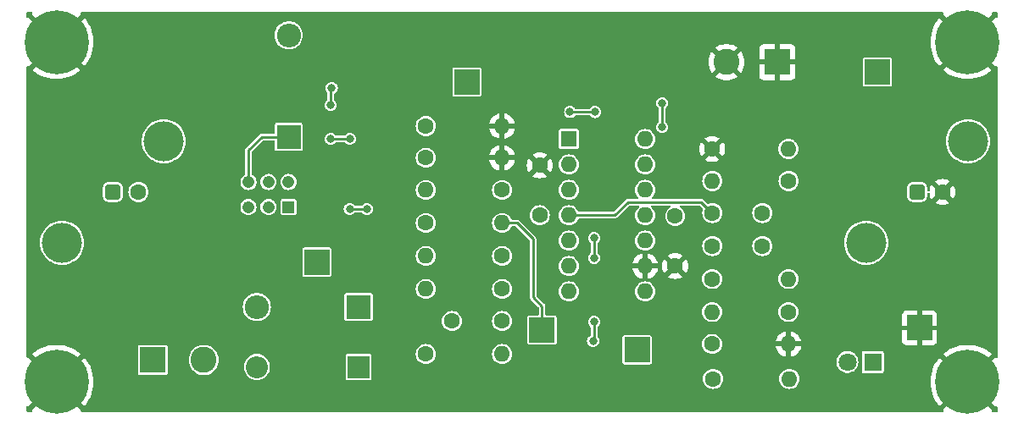
<source format=gbr>
%TF.GenerationSoftware,KiCad,Pcbnew,7.0.7*%
%TF.CreationDate,2023-09-22T00:24:37-06:00*%
%TF.ProjectId,Basic_Diff_Probe,42617369-635f-4446-9966-665f50726f62,1*%
%TF.SameCoordinates,Original*%
%TF.FileFunction,Copper,L2,Bot*%
%TF.FilePolarity,Positive*%
%FSLAX46Y46*%
G04 Gerber Fmt 4.6, Leading zero omitted, Abs format (unit mm)*
G04 Created by KiCad (PCBNEW 7.0.7) date 2023-09-22 00:24:37*
%MOMM*%
%LPD*%
G01*
G04 APERTURE LIST*
G04 Aperture macros list*
%AMRoundRect*
0 Rectangle with rounded corners*
0 $1 Rounding radius*
0 $2 $3 $4 $5 $6 $7 $8 $9 X,Y pos of 4 corners*
0 Add a 4 corners polygon primitive as box body*
4,1,4,$2,$3,$4,$5,$6,$7,$8,$9,$2,$3,0*
0 Add four circle primitives for the rounded corners*
1,1,$1+$1,$2,$3*
1,1,$1+$1,$4,$5*
1,1,$1+$1,$6,$7*
1,1,$1+$1,$8,$9*
0 Add four rect primitives between the rounded corners*
20,1,$1+$1,$2,$3,$4,$5,0*
20,1,$1+$1,$4,$5,$6,$7,0*
20,1,$1+$1,$6,$7,$8,$9,0*
20,1,$1+$1,$8,$9,$2,$3,0*%
G04 Aperture macros list end*
%TA.AperFunction,ComponentPad*%
%ADD10R,2.500000X2.500000*%
%TD*%
%TA.AperFunction,ComponentPad*%
%ADD11C,1.600000*%
%TD*%
%TA.AperFunction,ComponentPad*%
%ADD12O,1.600000X1.600000*%
%TD*%
%TA.AperFunction,ComponentPad*%
%ADD13R,2.200000X2.200000*%
%TD*%
%TA.AperFunction,ComponentPad*%
%ADD14O,2.200000X2.200000*%
%TD*%
%TA.AperFunction,ComponentPad*%
%ADD15R,1.800000X1.800000*%
%TD*%
%TA.AperFunction,ComponentPad*%
%ADD16C,1.800000*%
%TD*%
%TA.AperFunction,ComponentPad*%
%ADD17C,0.800000*%
%TD*%
%TA.AperFunction,ComponentPad*%
%ADD18C,6.400000*%
%TD*%
%TA.AperFunction,ComponentPad*%
%ADD19R,2.400000X2.400000*%
%TD*%
%TA.AperFunction,ComponentPad*%
%ADD20O,2.400000X2.400000*%
%TD*%
%TA.AperFunction,ComponentPad*%
%ADD21R,1.600000X1.600000*%
%TD*%
%TA.AperFunction,ComponentPad*%
%ADD22R,2.600000X2.600000*%
%TD*%
%TA.AperFunction,ComponentPad*%
%ADD23C,2.600000*%
%TD*%
%TA.AperFunction,ComponentPad*%
%ADD24C,4.000000*%
%TD*%
%TA.AperFunction,ComponentPad*%
%ADD25RoundRect,0.400000X0.400000X0.400000X-0.400000X0.400000X-0.400000X-0.400000X0.400000X-0.400000X0*%
%TD*%
%TA.AperFunction,ComponentPad*%
%ADD26R,1.208000X1.208000*%
%TD*%
%TA.AperFunction,ComponentPad*%
%ADD27C,1.208000*%
%TD*%
%TA.AperFunction,ViaPad*%
%ADD28C,0.800000*%
%TD*%
%TA.AperFunction,Conductor*%
%ADD29C,0.250000*%
%TD*%
G04 APERTURE END LIST*
D10*
%TO.P,TP4,1,1*%
%TO.N,Net-(J2-In)*%
X145500000Y-119800000D03*
%TD*%
%TO.P,TP2,1,1*%
%TO.N,GND*%
X183200000Y-119600000D03*
%TD*%
D11*
%TO.P,R12,1*%
%TO.N,Net-(R12-Pad1)*%
X133880000Y-122200000D03*
D12*
%TO.P,R12,2*%
%TO.N,Net-(D3-A2)*%
X141500000Y-122200000D03*
%TD*%
D11*
%TO.P,R10,1*%
%TO.N,+BATT*%
X170110000Y-118000000D03*
D12*
%TO.P,R10,2*%
%TO.N,Net-(U2C-+)*%
X162490000Y-118000000D03*
%TD*%
D13*
%TO.P,D4,1,K*%
%TO.N,Net-(D4-K)*%
X127180000Y-123500000D03*
D14*
%TO.P,D4,2,A*%
%TO.N,Net-(D4-A)*%
X117020000Y-123500000D03*
%TD*%
D15*
%TO.P,D1,1,K*%
%TO.N,-BATT*%
X178540000Y-123000000D03*
D16*
%TO.P,D1,2,A*%
%TO.N,Net-(D1-A)*%
X176000000Y-123000000D03*
%TD*%
D11*
%TO.P,R2,1*%
%TO.N,Net-(R2-Pad1)*%
X162490000Y-121200000D03*
D12*
%TO.P,R2,2*%
%TO.N,GND*%
X170110000Y-121200000D03*
%TD*%
D11*
%TO.P,C5,1*%
%TO.N,Net-(U2B--)*%
X141500000Y-118900000D03*
%TO.P,C5,2*%
%TO.N,Net-(C5-Pad2)*%
X136500000Y-118900000D03*
%TD*%
%TO.P,R13,1*%
%TO.N,Net-(D3-A1)*%
X170120000Y-104900000D03*
D12*
%TO.P,R13,2*%
%TO.N,Net-(R13-Pad2)*%
X162500000Y-104900000D03*
%TD*%
D11*
%TO.P,R6,1*%
%TO.N,Net-(U2B-+)*%
X133880000Y-102575000D03*
D12*
%TO.P,R6,2*%
%TO.N,GND*%
X141500000Y-102575000D03*
%TD*%
D17*
%TO.P,H1,1,1*%
%TO.N,GND*%
X94600000Y-91000000D03*
X95302944Y-89302944D03*
X95302944Y-92697056D03*
X97000000Y-88600000D03*
D18*
X97000000Y-91000000D03*
D17*
X97000000Y-93400000D03*
X98697056Y-89302944D03*
X98697056Y-92697056D03*
X99400000Y-91000000D03*
%TD*%
D11*
%TO.P,R11,1*%
%TO.N,Net-(U2C-+)*%
X162490000Y-114700000D03*
D12*
%TO.P,R11,2*%
%TO.N,-BATT*%
X170110000Y-114700000D03*
%TD*%
D19*
%TO.P,D3,1,A1*%
%TO.N,Net-(D3-A1)*%
X120200000Y-100480000D03*
D20*
%TO.P,D3,2,A2*%
%TO.N,Net-(D3-A2)*%
X120200000Y-90320000D03*
%TD*%
D10*
%TO.P,TP1,1,1*%
%TO.N,Net-(D3-A2)*%
X138000000Y-95000000D03*
%TD*%
D21*
%TO.P,U2,1*%
%TO.N,Net-(U2A--)*%
X148180000Y-100700000D03*
D12*
%TO.P,U2,2,-*%
X148180000Y-103240000D03*
%TO.P,U2,3,+*%
%TO.N,Net-(D3-A2)*%
X148180000Y-105780000D03*
%TO.P,U2,4,V+*%
%TO.N,+BATT*%
X148180000Y-108320000D03*
%TO.P,U2,5,+*%
%TO.N,Net-(U2B-+)*%
X148180000Y-110860000D03*
%TO.P,U2,6,-*%
%TO.N,Net-(U2B--)*%
X148180000Y-113400000D03*
%TO.P,U2,7*%
%TO.N,Net-(C5-Pad2)*%
X148180000Y-115940000D03*
%TO.P,U2,8*%
%TO.N,Net-(R2-Pad1)*%
X155800000Y-115940000D03*
%TO.P,U2,9,-*%
%TO.N,GND*%
X155800000Y-113400000D03*
%TO.P,U2,10,+*%
%TO.N,Net-(U2C-+)*%
X155800000Y-110860000D03*
%TO.P,U2,11,V-*%
%TO.N,-BATT*%
X155800000Y-108320000D03*
%TO.P,U2,12,+*%
%TO.N,Net-(D3-A1)*%
X155800000Y-105780000D03*
%TO.P,U2,13,-*%
%TO.N,Net-(U2D--)*%
X155800000Y-103240000D03*
%TO.P,U2,14*%
X155800000Y-100700000D03*
%TD*%
D11*
%TO.P,C3,1*%
%TO.N,Net-(U2C-+)*%
X162500000Y-111400000D03*
%TO.P,C3,2*%
%TO.N,-BATT*%
X167500000Y-111400000D03*
%TD*%
D17*
%TO.P,H3,1,1*%
%TO.N,GND*%
X94600000Y-125000000D03*
X95302944Y-123302944D03*
X95302944Y-126697056D03*
X97000000Y-122600000D03*
D18*
X97000000Y-125000000D03*
D17*
X97000000Y-127400000D03*
X98697056Y-123302944D03*
X98697056Y-126697056D03*
X99400000Y-125000000D03*
%TD*%
D11*
%TO.P,R4,1*%
%TO.N,Net-(U2B--)*%
X141510000Y-115700000D03*
D12*
%TO.P,R4,2*%
%TO.N,Net-(C5-Pad2)*%
X133890000Y-115700000D03*
%TD*%
D11*
%TO.P,R8,1*%
%TO.N,Net-(C5-Pad2)*%
X133890000Y-109100000D03*
D12*
%TO.P,R8,2*%
%TO.N,Net-(J2-In)*%
X141510000Y-109100000D03*
%TD*%
D11*
%TO.P,C1,1*%
%TO.N,+BATT*%
X162500000Y-108100000D03*
%TO.P,C1,2*%
%TO.N,-BATT*%
X167500000Y-108100000D03*
%TD*%
D17*
%TO.P,H2,1,1*%
%TO.N,GND*%
X185600000Y-125000000D03*
X186302944Y-123302944D03*
X186302944Y-126697056D03*
X188000000Y-122600000D03*
D18*
X188000000Y-125000000D03*
D17*
X188000000Y-127400000D03*
X189697056Y-123302944D03*
X189697056Y-126697056D03*
X190400000Y-125000000D03*
%TD*%
D22*
%TO.P,J4,1,Pin_1*%
%TO.N,GND*%
X169000000Y-93000000D03*
D23*
%TO.P,J4,2,Pin_2*%
X163920000Y-93000000D03*
%TD*%
D11*
%TO.P,R16,1*%
%TO.N,GND*%
X162490000Y-101700000D03*
D12*
%TO.P,R16,2*%
%TO.N,Net-(D3-A1)*%
X170110000Y-101700000D03*
%TD*%
D24*
%TO.P,J3,*%
%TO.N,*%
X97560000Y-111080000D03*
X107720000Y-100920000D03*
D25*
%TO.P,J3,1,In*%
%TO.N,Net-(J3-In)*%
X102640000Y-106000000D03*
D11*
%TO.P,J3,2,Ext*%
%TO.N,Net-(J3-Ext)*%
X105180000Y-106000000D03*
%TD*%
D19*
%TO.P,D2,1,K*%
%TO.N,+BATT*%
X127180000Y-117500000D03*
D20*
%TO.P,D2,2,A*%
%TO.N,-BATT*%
X117020000Y-117500000D03*
%TD*%
D22*
%TO.P,J1,1,Pin_1*%
%TO.N,-BATT*%
X106635000Y-122805000D03*
D23*
%TO.P,J1,2,Pin_2*%
%TO.N,Net-(D4-A)*%
X111715000Y-122805000D03*
%TD*%
D10*
%TO.P,TP6,1,1*%
%TO.N,-BATT*%
X155000000Y-121800000D03*
%TD*%
D11*
%TO.P,R5,1*%
%TO.N,Net-(U2A--)*%
X141510000Y-105800000D03*
D12*
%TO.P,R5,2*%
%TO.N,Net-(U2B-+)*%
X133890000Y-105800000D03*
%TD*%
D10*
%TO.P,TP5,1,1*%
%TO.N,+BATT*%
X123000000Y-113000000D03*
%TD*%
D11*
%TO.P,C2,1*%
%TO.N,GND*%
X158800000Y-113400000D03*
%TO.P,C2,2*%
%TO.N,-BATT*%
X158800000Y-108400000D03*
%TD*%
D17*
%TO.P,H4,1,1*%
%TO.N,GND*%
X185600000Y-91000000D03*
X186302944Y-89302944D03*
X186302944Y-92697056D03*
X188000000Y-88600000D03*
D18*
X188000000Y-91000000D03*
D17*
X188000000Y-93400000D03*
X189697056Y-89302944D03*
X189697056Y-92697056D03*
X190400000Y-91000000D03*
%TD*%
D11*
%TO.P,R9,1*%
%TO.N,Net-(D3-A2)*%
X133890000Y-99400000D03*
D12*
%TO.P,R9,2*%
%TO.N,GND*%
X141510000Y-99400000D03*
%TD*%
D24*
%TO.P,J2,*%
%TO.N,*%
X177880000Y-111080000D03*
X188040000Y-100920000D03*
D25*
%TO.P,J2,1,In*%
%TO.N,Net-(J2-In)*%
X182960000Y-106000000D03*
D11*
%TO.P,J2,2,Ext*%
%TO.N,GND*%
X185500000Y-106000000D03*
%TD*%
%TO.P,R7,1*%
%TO.N,Net-(U2D--)*%
X141510000Y-112400000D03*
D12*
%TO.P,R7,2*%
%TO.N,Net-(U2B--)*%
X133890000Y-112400000D03*
%TD*%
D11*
%TO.P,R1,1*%
%TO.N,+BATT*%
X162580000Y-124700000D03*
D12*
%TO.P,R1,2*%
%TO.N,Net-(D1-A)*%
X170200000Y-124700000D03*
%TD*%
D11*
%TO.P,C4,1*%
%TO.N,GND*%
X145280000Y-103325000D03*
%TO.P,C4,2*%
%TO.N,+BATT*%
X145280000Y-108325000D03*
%TD*%
D10*
%TO.P,TP3,1,1*%
%TO.N,Net-(D3-A1)*%
X179000000Y-94000000D03*
%TD*%
D26*
%TO.P,SW1,1,A*%
%TO.N,Net-(R12-Pad1)*%
X120180000Y-107500000D03*
D27*
%TO.P,SW1,2,B*%
%TO.N,Net-(J3-In)*%
X118180000Y-107500000D03*
%TO.P,SW1,3,C*%
%TO.N,Net-(D3-A2)*%
X116180000Y-107500000D03*
%TO.P,SW1,4,A*%
%TO.N,Net-(R13-Pad2)*%
X120180000Y-105000000D03*
%TO.P,SW1,5,B*%
%TO.N,Net-(J3-Ext)*%
X118180000Y-105000000D03*
%TO.P,SW1,6,C*%
%TO.N,Net-(D3-A1)*%
X116180000Y-105000000D03*
%TD*%
D28*
%TO.N,Net-(D3-A1)*%
X157500000Y-97100000D03*
X157500000Y-99500000D03*
X124500000Y-95600000D03*
X124400000Y-97300000D03*
%TO.N,Net-(D3-A2)*%
X150600000Y-120900000D03*
X150700000Y-112600000D03*
X150700000Y-119000000D03*
X150700000Y-110600000D03*
%TO.N,Net-(R12-Pad1)*%
X128000000Y-107700000D03*
X126300000Y-107700000D03*
%TO.N,Net-(R13-Pad2)*%
X126300000Y-100700000D03*
X148300000Y-98000000D03*
X124400000Y-100700000D03*
X150800000Y-98000000D03*
%TD*%
D29*
%TO.N,+BATT*%
X152780000Y-108320000D02*
X154100000Y-107000000D01*
X154100000Y-107000000D02*
X161400000Y-107000000D01*
X161400000Y-107000000D02*
X162500000Y-108100000D01*
X148180000Y-108320000D02*
X152780000Y-108320000D01*
%TO.N,Net-(D3-A1)*%
X116180000Y-101820000D02*
X117520000Y-100480000D01*
X124400000Y-97300000D02*
X124400000Y-95700000D01*
X116180000Y-105000000D02*
X116180000Y-101820000D01*
X157500000Y-97100000D02*
X157500000Y-99500000D01*
X117520000Y-100480000D02*
X120200000Y-100480000D01*
X124400000Y-95700000D02*
X124500000Y-95600000D01*
%TO.N,Net-(D3-A2)*%
X150700000Y-110600000D02*
X150700000Y-112600000D01*
X150700000Y-119000000D02*
X150700000Y-120800000D01*
X150700000Y-120800000D02*
X150600000Y-120900000D01*
%TO.N,Net-(J2-In)*%
X144600000Y-116500000D02*
X145500000Y-117400000D01*
X145500000Y-117400000D02*
X145500000Y-119800000D01*
X144600000Y-110700000D02*
X144600000Y-116500000D01*
X141510000Y-109100000D02*
X143000000Y-109100000D01*
X143000000Y-109100000D02*
X144600000Y-110700000D01*
%TO.N,Net-(R12-Pad1)*%
X126300000Y-107700000D02*
X128000000Y-107700000D01*
%TO.N,Net-(R13-Pad2)*%
X148300000Y-98000000D02*
X150800000Y-98000000D01*
X124400000Y-100700000D02*
X126300000Y-100700000D01*
%TD*%
%TA.AperFunction,Conductor*%
%TO.N,GND*%
G36*
X95005264Y-126743694D02*
G01*
X95061198Y-126785565D01*
X95065033Y-126790985D01*
X95122704Y-126877296D01*
X95209012Y-126934965D01*
X95253818Y-126988577D01*
X95262525Y-127057902D01*
X95232371Y-127120929D01*
X95227803Y-127125748D01*
X94564648Y-127788902D01*
X94565063Y-127796805D01*
X94592913Y-127837121D01*
X94595241Y-127906951D01*
X94559446Y-127966955D01*
X94496893Y-127998082D01*
X94475166Y-128000000D01*
X94124000Y-128000000D01*
X94056961Y-127980315D01*
X94011206Y-127927511D01*
X94000000Y-127876000D01*
X94000000Y-127524834D01*
X94019685Y-127457795D01*
X94072489Y-127412040D01*
X94141647Y-127402096D01*
X94205203Y-127431121D01*
X94209197Y-127435251D01*
X94211096Y-127435350D01*
X94874250Y-126772195D01*
X94935573Y-126738710D01*
X95005264Y-126743694D01*
G37*
%TD.AperFunction*%
%TA.AperFunction,Conductor*%
G36*
X185542204Y-88019685D02*
G01*
X185587959Y-88072489D01*
X185597903Y-88141647D01*
X185568878Y-88205203D01*
X185564747Y-88209197D01*
X185564648Y-88211096D01*
X186227803Y-88874251D01*
X186261288Y-88935574D01*
X186256304Y-89005266D01*
X186214432Y-89061199D01*
X186209013Y-89065034D01*
X186122704Y-89122704D01*
X186065034Y-89209013D01*
X186011422Y-89253818D01*
X185942097Y-89262525D01*
X185879069Y-89232370D01*
X185874251Y-89227803D01*
X185211096Y-88564648D01*
X185211095Y-88564648D01*
X185002531Y-88822206D01*
X184791310Y-89147456D01*
X184615244Y-89493005D01*
X184476262Y-89855063D01*
X184375887Y-90229669D01*
X184375886Y-90229676D01*
X184315219Y-90612712D01*
X184294922Y-90999999D01*
X184294922Y-91000000D01*
X184315219Y-91387287D01*
X184375886Y-91770323D01*
X184375887Y-91770330D01*
X184476262Y-92144936D01*
X184615244Y-92506994D01*
X184791310Y-92852543D01*
X185002531Y-93177793D01*
X185211095Y-93435350D01*
X185211096Y-93435350D01*
X185874250Y-92772195D01*
X185935573Y-92738710D01*
X186005264Y-92743694D01*
X186061198Y-92785565D01*
X186065033Y-92790985D01*
X186067448Y-92794600D01*
X186067449Y-92794601D01*
X186086083Y-92822489D01*
X186122704Y-92877296D01*
X186209012Y-92934965D01*
X186253818Y-92988577D01*
X186262525Y-93057902D01*
X186232371Y-93120929D01*
X186227803Y-93125748D01*
X185564648Y-93788902D01*
X185564649Y-93788904D01*
X185822206Y-93997468D01*
X186147456Y-94208689D01*
X186493005Y-94384755D01*
X186855063Y-94523737D01*
X187229669Y-94624112D01*
X187229676Y-94624113D01*
X187612712Y-94684780D01*
X187999999Y-94705078D01*
X188000001Y-94705078D01*
X188387287Y-94684780D01*
X188770323Y-94624113D01*
X188770330Y-94624112D01*
X189144936Y-94523737D01*
X189506994Y-94384755D01*
X189852543Y-94208689D01*
X190177783Y-93997476D01*
X190177785Y-93997475D01*
X190435349Y-93788902D01*
X189772196Y-93125749D01*
X189738711Y-93064426D01*
X189743695Y-92994734D01*
X189785567Y-92938801D01*
X189790986Y-92934966D01*
X189794599Y-92932551D01*
X189794601Y-92932551D01*
X189877296Y-92877296D01*
X189932551Y-92794601D01*
X189932551Y-92794599D01*
X189934966Y-92790986D01*
X189988578Y-92746181D01*
X190057903Y-92737474D01*
X190120930Y-92767628D01*
X190125749Y-92772196D01*
X190788903Y-93435350D01*
X190796802Y-93434936D01*
X190837119Y-93407084D01*
X190906950Y-93404756D01*
X190966954Y-93440550D01*
X190998082Y-93503103D01*
X191000000Y-93524831D01*
X191000000Y-122475165D01*
X190980315Y-122542204D01*
X190927511Y-122587959D01*
X190858353Y-122597903D01*
X190794797Y-122568878D01*
X190790802Y-122564748D01*
X190788902Y-122564648D01*
X190125748Y-123227803D01*
X190064425Y-123261288D01*
X189994733Y-123256304D01*
X189938800Y-123214432D01*
X189934965Y-123209012D01*
X189932511Y-123205340D01*
X189877296Y-123122704D01*
X189794601Y-123067449D01*
X189794600Y-123067448D01*
X189790985Y-123065033D01*
X189746180Y-123011421D01*
X189737473Y-122942096D01*
X189767627Y-122879068D01*
X189772195Y-122874250D01*
X190435350Y-122211096D01*
X190435350Y-122211095D01*
X190177793Y-122002531D01*
X189852543Y-121791310D01*
X189506994Y-121615244D01*
X189144936Y-121476262D01*
X188770330Y-121375887D01*
X188770323Y-121375886D01*
X188387287Y-121315219D01*
X188000001Y-121294922D01*
X187999999Y-121294922D01*
X187612712Y-121315219D01*
X187229676Y-121375886D01*
X187229669Y-121375887D01*
X186855063Y-121476262D01*
X186493005Y-121615244D01*
X186147456Y-121791310D01*
X185822206Y-122002531D01*
X185564648Y-122211095D01*
X185564648Y-122211096D01*
X186227803Y-122874251D01*
X186261288Y-122935574D01*
X186256304Y-123005266D01*
X186214432Y-123061199D01*
X186209013Y-123065034D01*
X186122704Y-123122704D01*
X186065034Y-123209013D01*
X186011422Y-123253818D01*
X185942097Y-123262525D01*
X185879069Y-123232370D01*
X185874251Y-123227803D01*
X185211096Y-122564648D01*
X185211095Y-122564648D01*
X185002531Y-122822206D01*
X184791310Y-123147456D01*
X184615244Y-123493005D01*
X184476262Y-123855063D01*
X184375887Y-124229669D01*
X184375886Y-124229676D01*
X184315219Y-124612712D01*
X184294922Y-124999999D01*
X184294922Y-125000000D01*
X184315219Y-125387287D01*
X184375886Y-125770323D01*
X184375887Y-125770330D01*
X184476262Y-126144936D01*
X184615244Y-126506994D01*
X184791310Y-126852543D01*
X185002531Y-127177793D01*
X185211095Y-127435350D01*
X185211096Y-127435350D01*
X185874250Y-126772195D01*
X185935573Y-126738710D01*
X186005264Y-126743694D01*
X186061198Y-126785565D01*
X186065033Y-126790985D01*
X186122704Y-126877296D01*
X186209012Y-126934965D01*
X186253818Y-126988577D01*
X186262525Y-127057902D01*
X186232371Y-127120929D01*
X186227803Y-127125748D01*
X185564648Y-127788902D01*
X185565063Y-127796805D01*
X185592913Y-127837121D01*
X185595241Y-127906951D01*
X185559446Y-127966955D01*
X185496893Y-127998082D01*
X185475166Y-128000000D01*
X99524832Y-128000000D01*
X99457793Y-127980315D01*
X99412038Y-127927511D01*
X99402094Y-127858353D01*
X99431119Y-127794797D01*
X99435250Y-127790800D01*
X99435350Y-127788903D01*
X98772196Y-127125749D01*
X98738711Y-127064426D01*
X98743695Y-126994734D01*
X98785567Y-126938801D01*
X98790986Y-126934966D01*
X98794599Y-126932551D01*
X98794601Y-126932551D01*
X98877296Y-126877296D01*
X98932551Y-126794601D01*
X98932551Y-126794599D01*
X98934966Y-126790986D01*
X98988578Y-126746181D01*
X99057903Y-126737474D01*
X99120930Y-126767628D01*
X99125749Y-126772196D01*
X99788902Y-127435349D01*
X99997475Y-127177785D01*
X99997476Y-127177783D01*
X100208689Y-126852543D01*
X100384755Y-126506994D01*
X100523737Y-126144936D01*
X100624112Y-125770330D01*
X100624113Y-125770323D01*
X100684780Y-125387287D01*
X100705078Y-125000000D01*
X100705078Y-124999999D01*
X100684780Y-124612712D01*
X100624113Y-124229676D01*
X100624112Y-124229669D01*
X100596000Y-124124752D01*
X105134500Y-124124752D01*
X105146131Y-124183229D01*
X105146132Y-124183230D01*
X105190447Y-124249552D01*
X105256769Y-124293867D01*
X105256770Y-124293868D01*
X105315247Y-124305499D01*
X105315250Y-124305500D01*
X105315252Y-124305500D01*
X107954750Y-124305500D01*
X107954751Y-124305499D01*
X107969568Y-124302552D01*
X108013229Y-124293868D01*
X108013229Y-124293867D01*
X108013231Y-124293867D01*
X108079552Y-124249552D01*
X108123867Y-124183231D01*
X108123867Y-124183229D01*
X108123868Y-124183229D01*
X108135499Y-124124752D01*
X108135500Y-124124750D01*
X108135500Y-122805005D01*
X110209357Y-122805005D01*
X110229890Y-123052812D01*
X110229892Y-123052824D01*
X110290936Y-123293881D01*
X110390826Y-123521606D01*
X110526833Y-123729782D01*
X110526836Y-123729785D01*
X110695256Y-123912738D01*
X110891491Y-124065474D01*
X110934719Y-124088868D01*
X111031904Y-124141462D01*
X111110190Y-124183828D01*
X111345386Y-124264571D01*
X111590665Y-124305500D01*
X111839335Y-124305500D01*
X112084614Y-124264571D01*
X112319810Y-124183828D01*
X112538509Y-124065474D01*
X112734744Y-123912738D01*
X112903164Y-123729785D01*
X112905182Y-123726697D01*
X112943049Y-123668736D01*
X113039173Y-123521607D01*
X113048650Y-123500001D01*
X115714532Y-123500001D01*
X115734364Y-123726686D01*
X115734366Y-123726697D01*
X115793258Y-123946488D01*
X115793261Y-123946497D01*
X115889431Y-124152732D01*
X115889432Y-124152734D01*
X116019954Y-124339141D01*
X116180858Y-124500045D01*
X116180861Y-124500047D01*
X116367266Y-124630568D01*
X116573504Y-124726739D01*
X116793308Y-124785635D01*
X116955230Y-124799801D01*
X117019998Y-124805468D01*
X117020000Y-124805468D01*
X117020002Y-124805468D01*
X117076796Y-124800499D01*
X117246692Y-124785635D01*
X117466496Y-124726739D01*
X117672734Y-124630568D01*
X117688181Y-124619752D01*
X125879500Y-124619752D01*
X125891131Y-124678229D01*
X125891132Y-124678230D01*
X125935447Y-124744552D01*
X126001769Y-124788867D01*
X126001770Y-124788868D01*
X126060247Y-124800499D01*
X126060250Y-124800500D01*
X126060252Y-124800500D01*
X128299750Y-124800500D01*
X128299751Y-124800499D01*
X128314568Y-124797552D01*
X128358229Y-124788868D01*
X128358229Y-124788867D01*
X128358231Y-124788867D01*
X128424552Y-124744552D01*
X128454321Y-124700000D01*
X161574659Y-124700000D01*
X161593975Y-124896129D01*
X161651188Y-125084733D01*
X161744086Y-125258532D01*
X161744090Y-125258539D01*
X161869116Y-125410883D01*
X162021460Y-125535909D01*
X162021467Y-125535913D01*
X162195266Y-125628811D01*
X162195269Y-125628811D01*
X162195273Y-125628814D01*
X162383868Y-125686024D01*
X162580000Y-125705341D01*
X162776132Y-125686024D01*
X162964727Y-125628814D01*
X163138538Y-125535910D01*
X163290883Y-125410883D01*
X163415910Y-125258538D01*
X163508814Y-125084727D01*
X163566024Y-124896132D01*
X163585341Y-124700000D01*
X169194659Y-124700000D01*
X169213975Y-124896129D01*
X169271188Y-125084733D01*
X169364086Y-125258532D01*
X169364090Y-125258539D01*
X169489116Y-125410883D01*
X169641460Y-125535909D01*
X169641467Y-125535913D01*
X169815266Y-125628811D01*
X169815269Y-125628811D01*
X169815273Y-125628814D01*
X170003868Y-125686024D01*
X170200000Y-125705341D01*
X170396132Y-125686024D01*
X170584727Y-125628814D01*
X170758538Y-125535910D01*
X170910883Y-125410883D01*
X171035910Y-125258538D01*
X171128814Y-125084727D01*
X171186024Y-124896132D01*
X171205341Y-124700000D01*
X171186024Y-124503868D01*
X171128814Y-124315273D01*
X171128811Y-124315269D01*
X171128811Y-124315266D01*
X171035913Y-124141467D01*
X171035909Y-124141460D01*
X170910883Y-123989116D01*
X170758539Y-123864090D01*
X170758532Y-123864086D01*
X170584733Y-123771188D01*
X170584727Y-123771186D01*
X170396132Y-123713976D01*
X170396129Y-123713975D01*
X170200000Y-123694659D01*
X170003870Y-123713975D01*
X169815266Y-123771188D01*
X169641467Y-123864086D01*
X169641460Y-123864090D01*
X169489116Y-123989116D01*
X169364090Y-124141460D01*
X169364086Y-124141467D01*
X169271188Y-124315266D01*
X169213975Y-124503870D01*
X169194659Y-124700000D01*
X163585341Y-124700000D01*
X163566024Y-124503868D01*
X163508814Y-124315273D01*
X163508811Y-124315269D01*
X163508811Y-124315266D01*
X163415913Y-124141467D01*
X163415909Y-124141460D01*
X163290883Y-123989116D01*
X163138539Y-123864090D01*
X163138532Y-123864086D01*
X162964733Y-123771188D01*
X162964727Y-123771186D01*
X162776132Y-123713976D01*
X162776129Y-123713975D01*
X162580000Y-123694659D01*
X162383870Y-123713975D01*
X162195266Y-123771188D01*
X162021467Y-123864086D01*
X162021460Y-123864090D01*
X161869116Y-123989116D01*
X161744090Y-124141460D01*
X161744086Y-124141467D01*
X161651188Y-124315266D01*
X161593975Y-124503870D01*
X161574659Y-124700000D01*
X128454321Y-124700000D01*
X128468867Y-124678231D01*
X128468867Y-124678229D01*
X128468868Y-124678229D01*
X128480499Y-124619752D01*
X128480500Y-124619750D01*
X128480500Y-122380249D01*
X128480499Y-122380247D01*
X128468868Y-122321770D01*
X128468867Y-122321769D01*
X128424552Y-122255447D01*
X128358230Y-122211132D01*
X128358229Y-122211131D01*
X128302266Y-122200000D01*
X132874659Y-122200000D01*
X132893975Y-122396129D01*
X132903117Y-122426265D01*
X132945125Y-122564748D01*
X132951188Y-122584733D01*
X133044086Y-122758532D01*
X133044090Y-122758539D01*
X133169116Y-122910883D01*
X133321460Y-123035909D01*
X133321467Y-123035913D01*
X133495266Y-123128811D01*
X133495269Y-123128811D01*
X133495273Y-123128814D01*
X133683868Y-123186024D01*
X133880000Y-123205341D01*
X134076132Y-123186024D01*
X134264727Y-123128814D01*
X134265822Y-123128229D01*
X134384053Y-123065033D01*
X134438538Y-123035910D01*
X134590883Y-122910883D01*
X134715910Y-122758538D01*
X134762362Y-122671632D01*
X134808811Y-122584733D01*
X134808811Y-122584732D01*
X134808814Y-122584727D01*
X134866024Y-122396132D01*
X134885341Y-122200000D01*
X140494659Y-122200000D01*
X140513975Y-122396129D01*
X140523117Y-122426265D01*
X140565125Y-122564748D01*
X140571188Y-122584733D01*
X140664086Y-122758532D01*
X140664090Y-122758539D01*
X140789116Y-122910883D01*
X140941460Y-123035909D01*
X140941467Y-123035913D01*
X141115266Y-123128811D01*
X141115269Y-123128811D01*
X141115273Y-123128814D01*
X141303868Y-123186024D01*
X141500000Y-123205341D01*
X141696132Y-123186024D01*
X141884727Y-123128814D01*
X141885822Y-123128229D01*
X141995224Y-123069752D01*
X153549500Y-123069752D01*
X153561131Y-123128229D01*
X153561132Y-123128230D01*
X153605447Y-123194552D01*
X153671769Y-123238867D01*
X153671770Y-123238868D01*
X153730247Y-123250499D01*
X153730250Y-123250500D01*
X153730252Y-123250500D01*
X156269750Y-123250500D01*
X156269751Y-123250499D01*
X156284568Y-123247552D01*
X156328229Y-123238868D01*
X156328229Y-123238867D01*
X156328231Y-123238867D01*
X156394552Y-123194552D01*
X156438867Y-123128231D01*
X156438867Y-123128229D01*
X156438868Y-123128229D01*
X156450499Y-123069752D01*
X156450500Y-123069750D01*
X156450500Y-123000000D01*
X174894785Y-123000000D01*
X174913602Y-123203082D01*
X174969417Y-123399247D01*
X174969422Y-123399260D01*
X175060327Y-123581821D01*
X175183237Y-123744581D01*
X175333958Y-123881980D01*
X175333960Y-123881982D01*
X175383633Y-123912738D01*
X175507363Y-123989348D01*
X175697544Y-124063024D01*
X175898024Y-124100500D01*
X175898026Y-124100500D01*
X176101974Y-124100500D01*
X176101976Y-124100500D01*
X176302456Y-124063024D01*
X176492637Y-123989348D01*
X176605039Y-123919752D01*
X177439500Y-123919752D01*
X177451131Y-123978229D01*
X177451132Y-123978230D01*
X177495447Y-124044552D01*
X177561769Y-124088867D01*
X177561770Y-124088868D01*
X177620247Y-124100499D01*
X177620250Y-124100500D01*
X177620252Y-124100500D01*
X179459750Y-124100500D01*
X179459751Y-124100499D01*
X179474568Y-124097552D01*
X179518229Y-124088868D01*
X179518229Y-124088867D01*
X179518231Y-124088867D01*
X179584552Y-124044552D01*
X179628867Y-123978231D01*
X179628867Y-123978229D01*
X179628868Y-123978229D01*
X179640499Y-123919752D01*
X179640500Y-123919750D01*
X179640500Y-122080249D01*
X179640499Y-122080247D01*
X179628868Y-122021770D01*
X179628867Y-122021769D01*
X179584552Y-121955447D01*
X179518230Y-121911132D01*
X179518229Y-121911131D01*
X179459752Y-121899500D01*
X179459748Y-121899500D01*
X177620252Y-121899500D01*
X177620247Y-121899500D01*
X177561770Y-121911131D01*
X177561769Y-121911132D01*
X177495447Y-121955447D01*
X177451132Y-122021769D01*
X177451131Y-122021770D01*
X177439500Y-122080247D01*
X177439500Y-123919752D01*
X176605039Y-123919752D01*
X176666041Y-123881981D01*
X176816764Y-123744579D01*
X176939673Y-123581821D01*
X177030582Y-123399250D01*
X177086397Y-123203083D01*
X177105215Y-123000000D01*
X177086397Y-122796917D01*
X177030582Y-122600750D01*
X177029164Y-122597903D01*
X176940460Y-122419760D01*
X176939673Y-122418179D01*
X176830234Y-122273258D01*
X176816762Y-122255418D01*
X176666041Y-122118019D01*
X176666039Y-122118017D01*
X176492642Y-122010655D01*
X176492635Y-122010651D01*
X176350135Y-121955447D01*
X176302456Y-121936976D01*
X176101976Y-121899500D01*
X175898024Y-121899500D01*
X175697544Y-121936976D01*
X175697541Y-121936976D01*
X175697541Y-121936977D01*
X175507364Y-122010651D01*
X175507357Y-122010655D01*
X175333960Y-122118017D01*
X175333958Y-122118019D01*
X175183237Y-122255418D01*
X175060327Y-122418178D01*
X174969422Y-122600739D01*
X174969417Y-122600752D01*
X174913602Y-122796917D01*
X174894785Y-122999999D01*
X174894785Y-123000000D01*
X156450500Y-123000000D01*
X156450500Y-121200000D01*
X161484659Y-121200000D01*
X161503975Y-121396129D01*
X161503976Y-121396132D01*
X161548990Y-121544524D01*
X161561188Y-121584733D01*
X161654086Y-121758532D01*
X161654090Y-121758539D01*
X161779116Y-121910883D01*
X161931460Y-122035909D01*
X161931467Y-122035913D01*
X162105266Y-122128811D01*
X162105269Y-122128811D01*
X162105273Y-122128814D01*
X162293868Y-122186024D01*
X162490000Y-122205341D01*
X162686132Y-122186024D01*
X162874727Y-122128814D01*
X163048538Y-122035910D01*
X163200883Y-121910883D01*
X163325910Y-121758538D01*
X163388486Y-121641467D01*
X163418811Y-121584733D01*
X163418811Y-121584732D01*
X163418814Y-121584727D01*
X163476024Y-121396132D01*
X163495341Y-121200000D01*
X163476024Y-121003868D01*
X163459683Y-120949999D01*
X168831127Y-120949999D01*
X168831128Y-120950000D01*
X169599424Y-120950000D01*
X169666463Y-120969685D01*
X169712218Y-121022489D01*
X169722162Y-121091647D01*
X169721897Y-121093397D01*
X169705014Y-121199996D01*
X169705014Y-121200003D01*
X169721897Y-121306603D01*
X169712942Y-121375896D01*
X169667946Y-121429348D01*
X169601194Y-121449987D01*
X169599424Y-121450000D01*
X168831128Y-121450000D01*
X168883730Y-121646317D01*
X168883734Y-121646326D01*
X168979865Y-121852482D01*
X169110342Y-122038820D01*
X169271179Y-122199657D01*
X169457517Y-122330134D01*
X169663673Y-122426265D01*
X169663682Y-122426269D01*
X169859999Y-122478872D01*
X169860000Y-122478871D01*
X169860000Y-121710575D01*
X169879685Y-121643536D01*
X169932489Y-121597781D01*
X170001647Y-121587837D01*
X170003331Y-121588091D01*
X170035699Y-121593218D01*
X170078515Y-121600000D01*
X170078519Y-121600000D01*
X170141485Y-121600000D01*
X170184300Y-121593218D01*
X170216602Y-121588102D01*
X170285894Y-121597056D01*
X170339347Y-121642052D01*
X170359987Y-121708803D01*
X170360000Y-121710575D01*
X170360000Y-122478872D01*
X170556317Y-122426269D01*
X170556326Y-122426265D01*
X170762482Y-122330134D01*
X170948820Y-122199657D01*
X171109657Y-122038820D01*
X171240134Y-121852482D01*
X171336265Y-121646326D01*
X171336269Y-121646317D01*
X171388872Y-121450000D01*
X170620576Y-121450000D01*
X170553537Y-121430315D01*
X170507782Y-121377511D01*
X170497838Y-121308353D01*
X170498103Y-121306603D01*
X170514986Y-121200003D01*
X170514986Y-121199996D01*
X170498103Y-121093397D01*
X170507058Y-121024104D01*
X170552054Y-120970652D01*
X170618806Y-120950013D01*
X170620576Y-120950000D01*
X171388872Y-120950000D01*
X171388872Y-120949999D01*
X171374897Y-120897844D01*
X181450000Y-120897844D01*
X181456401Y-120957372D01*
X181456403Y-120957379D01*
X181506645Y-121092086D01*
X181506649Y-121092093D01*
X181592809Y-121207187D01*
X181592812Y-121207190D01*
X181707906Y-121293350D01*
X181707913Y-121293354D01*
X181842620Y-121343596D01*
X181842627Y-121343598D01*
X181902155Y-121349999D01*
X181902172Y-121350000D01*
X182950000Y-121350000D01*
X182950000Y-120313658D01*
X182969685Y-120246619D01*
X183022489Y-120200864D01*
X183090184Y-120190719D01*
X183160677Y-120200000D01*
X183160684Y-120200000D01*
X183239316Y-120200000D01*
X183239323Y-120200000D01*
X183309815Y-120190719D01*
X183378849Y-120201484D01*
X183431105Y-120247864D01*
X183450000Y-120313658D01*
X183450000Y-121350000D01*
X184497828Y-121350000D01*
X184497844Y-121349999D01*
X184557372Y-121343598D01*
X184557379Y-121343596D01*
X184692086Y-121293354D01*
X184692093Y-121293350D01*
X184807187Y-121207190D01*
X184807190Y-121207187D01*
X184893350Y-121092093D01*
X184893354Y-121092086D01*
X184943596Y-120957379D01*
X184943598Y-120957372D01*
X184949999Y-120897844D01*
X184950000Y-120897827D01*
X184950000Y-119850000D01*
X183913658Y-119850000D01*
X183846619Y-119830315D01*
X183800864Y-119777511D01*
X183790719Y-119709816D01*
X183805177Y-119600000D01*
X183790719Y-119490183D01*
X183801484Y-119421151D01*
X183847864Y-119368895D01*
X183913658Y-119350000D01*
X184950000Y-119350000D01*
X184950000Y-118302172D01*
X184949999Y-118302155D01*
X184943598Y-118242627D01*
X184943596Y-118242620D01*
X184893354Y-118107913D01*
X184893350Y-118107906D01*
X184807190Y-117992812D01*
X184807187Y-117992809D01*
X184692093Y-117906649D01*
X184692086Y-117906645D01*
X184557379Y-117856403D01*
X184557372Y-117856401D01*
X184497844Y-117850000D01*
X183450000Y-117850000D01*
X183450000Y-118886341D01*
X183430315Y-118953380D01*
X183377511Y-118999135D01*
X183309815Y-119009280D01*
X183239333Y-119000001D01*
X183239328Y-119000000D01*
X183239323Y-119000000D01*
X183160677Y-119000000D01*
X183160671Y-119000000D01*
X183160666Y-119000001D01*
X183090185Y-119009280D01*
X183021150Y-118998514D01*
X182968894Y-118952134D01*
X182950000Y-118886341D01*
X182950000Y-117850000D01*
X181902155Y-117850000D01*
X181842627Y-117856401D01*
X181842620Y-117856403D01*
X181707913Y-117906645D01*
X181707906Y-117906649D01*
X181592812Y-117992809D01*
X181592809Y-117992812D01*
X181506649Y-118107906D01*
X181506645Y-118107913D01*
X181456403Y-118242620D01*
X181456401Y-118242627D01*
X181450000Y-118302155D01*
X181450000Y-119350000D01*
X182486342Y-119350000D01*
X182553381Y-119369685D01*
X182599136Y-119422489D01*
X182609280Y-119490183D01*
X182594823Y-119600000D01*
X182609280Y-119709816D01*
X182598516Y-119778849D01*
X182552136Y-119831105D01*
X182486342Y-119850000D01*
X181450000Y-119850000D01*
X181450000Y-120897844D01*
X171374897Y-120897844D01*
X171336269Y-120753682D01*
X171336265Y-120753673D01*
X171240134Y-120547517D01*
X171109657Y-120361179D01*
X170948820Y-120200342D01*
X170762482Y-120069865D01*
X170556328Y-119973734D01*
X170360000Y-119921127D01*
X170360000Y-120689424D01*
X170340315Y-120756463D01*
X170287511Y-120802218D01*
X170218353Y-120812162D01*
X170216602Y-120811897D01*
X170141486Y-120800000D01*
X170141481Y-120800000D01*
X170078519Y-120800000D01*
X170078514Y-120800000D01*
X170003398Y-120811897D01*
X169934104Y-120802942D01*
X169880652Y-120757946D01*
X169860013Y-120691194D01*
X169860000Y-120689424D01*
X169860000Y-119921127D01*
X169663671Y-119973734D01*
X169457517Y-120069865D01*
X169271179Y-120200342D01*
X169110342Y-120361179D01*
X168979865Y-120547517D01*
X168883734Y-120753673D01*
X168883730Y-120753682D01*
X168831127Y-120949999D01*
X163459683Y-120949999D01*
X163418814Y-120815273D01*
X163418811Y-120815269D01*
X163418811Y-120815266D01*
X163325913Y-120641467D01*
X163325909Y-120641460D01*
X163200883Y-120489116D01*
X163048539Y-120364090D01*
X163048532Y-120364086D01*
X162874733Y-120271188D01*
X162874727Y-120271186D01*
X162686132Y-120213976D01*
X162686129Y-120213975D01*
X162490000Y-120194659D01*
X162293870Y-120213975D01*
X162105266Y-120271188D01*
X161931467Y-120364086D01*
X161931460Y-120364090D01*
X161779116Y-120489116D01*
X161654090Y-120641460D01*
X161654086Y-120641467D01*
X161561188Y-120815266D01*
X161503975Y-121003870D01*
X161484659Y-121200000D01*
X156450500Y-121200000D01*
X156450500Y-120530249D01*
X156450499Y-120530247D01*
X156438868Y-120471770D01*
X156438867Y-120471769D01*
X156394552Y-120405447D01*
X156328230Y-120361132D01*
X156328229Y-120361131D01*
X156269752Y-120349500D01*
X156269748Y-120349500D01*
X153730252Y-120349500D01*
X153730247Y-120349500D01*
X153671770Y-120361131D01*
X153671769Y-120361132D01*
X153605447Y-120405447D01*
X153561132Y-120471769D01*
X153561131Y-120471770D01*
X153549500Y-120530247D01*
X153549500Y-123069752D01*
X141995224Y-123069752D01*
X142004053Y-123065033D01*
X142058538Y-123035910D01*
X142210883Y-122910883D01*
X142335910Y-122758538D01*
X142382362Y-122671632D01*
X142428811Y-122584733D01*
X142428811Y-122584732D01*
X142428814Y-122584727D01*
X142486024Y-122396132D01*
X142505341Y-122200000D01*
X142486024Y-122003868D01*
X142428814Y-121815273D01*
X142428811Y-121815269D01*
X142428811Y-121815266D01*
X142335913Y-121641467D01*
X142335909Y-121641460D01*
X142210883Y-121489116D01*
X142058539Y-121364090D01*
X142058532Y-121364086D01*
X141884733Y-121271188D01*
X141884727Y-121271186D01*
X141696132Y-121213976D01*
X141696129Y-121213975D01*
X141500000Y-121194659D01*
X141303870Y-121213975D01*
X141115266Y-121271188D01*
X140941467Y-121364086D01*
X140941460Y-121364090D01*
X140789116Y-121489116D01*
X140664090Y-121641460D01*
X140664086Y-121641467D01*
X140571188Y-121815266D01*
X140513975Y-122003870D01*
X140494659Y-122200000D01*
X134885341Y-122200000D01*
X134866024Y-122003868D01*
X134808814Y-121815273D01*
X134808811Y-121815269D01*
X134808811Y-121815266D01*
X134715913Y-121641467D01*
X134715909Y-121641460D01*
X134590883Y-121489116D01*
X134438539Y-121364090D01*
X134438532Y-121364086D01*
X134264733Y-121271188D01*
X134264727Y-121271186D01*
X134076132Y-121213976D01*
X134076129Y-121213975D01*
X133880000Y-121194659D01*
X133683870Y-121213975D01*
X133495266Y-121271188D01*
X133321467Y-121364086D01*
X133321460Y-121364090D01*
X133169116Y-121489116D01*
X133044090Y-121641460D01*
X133044086Y-121641467D01*
X132951188Y-121815266D01*
X132893975Y-122003870D01*
X132874659Y-122200000D01*
X128302266Y-122200000D01*
X128299752Y-122199500D01*
X128299748Y-122199500D01*
X126060252Y-122199500D01*
X126060247Y-122199500D01*
X126001770Y-122211131D01*
X126001769Y-122211132D01*
X125935447Y-122255447D01*
X125891132Y-122321769D01*
X125891131Y-122321770D01*
X125879500Y-122380247D01*
X125879500Y-124619752D01*
X117688181Y-124619752D01*
X117859139Y-124500047D01*
X118020047Y-124339139D01*
X118150568Y-124152734D01*
X118246739Y-123946496D01*
X118305635Y-123726692D01*
X118325468Y-123500000D01*
X118305635Y-123273308D01*
X118250476Y-123067449D01*
X118246741Y-123053511D01*
X118246738Y-123053502D01*
X118246422Y-123052824D01*
X118150568Y-122847266D01*
X118020047Y-122660861D01*
X118020045Y-122660858D01*
X117859141Y-122499954D01*
X117672734Y-122369432D01*
X117672732Y-122369431D01*
X117466497Y-122273261D01*
X117466488Y-122273258D01*
X117246697Y-122214366D01*
X117246693Y-122214365D01*
X117246692Y-122214365D01*
X117246691Y-122214364D01*
X117246686Y-122214364D01*
X117020002Y-122194532D01*
X117019998Y-122194532D01*
X116793313Y-122214364D01*
X116793302Y-122214366D01*
X116573511Y-122273258D01*
X116573502Y-122273261D01*
X116367267Y-122369431D01*
X116367265Y-122369432D01*
X116180858Y-122499954D01*
X116019954Y-122660858D01*
X115889432Y-122847265D01*
X115889431Y-122847267D01*
X115793261Y-123053502D01*
X115793258Y-123053511D01*
X115734366Y-123273302D01*
X115734364Y-123273313D01*
X115714532Y-123499998D01*
X115714532Y-123500001D01*
X113048650Y-123500001D01*
X113139063Y-123293881D01*
X113200108Y-123052821D01*
X113201509Y-123035913D01*
X113220643Y-122805005D01*
X113220643Y-122804994D01*
X113200109Y-122557187D01*
X113200107Y-122557175D01*
X113139063Y-122316118D01*
X113039173Y-122088393D01*
X112903166Y-121880217D01*
X112877634Y-121852482D01*
X112734744Y-121697262D01*
X112538509Y-121544526D01*
X112538507Y-121544525D01*
X112538506Y-121544524D01*
X112319811Y-121426172D01*
X112319802Y-121426169D01*
X112084616Y-121345429D01*
X111839335Y-121304500D01*
X111590665Y-121304500D01*
X111345383Y-121345429D01*
X111110197Y-121426169D01*
X111110188Y-121426172D01*
X110891493Y-121544524D01*
X110695257Y-121697261D01*
X110526833Y-121880217D01*
X110390826Y-122088393D01*
X110290936Y-122316118D01*
X110229892Y-122557175D01*
X110229890Y-122557187D01*
X110209357Y-122804994D01*
X110209357Y-122805005D01*
X108135500Y-122805005D01*
X108135500Y-121485249D01*
X108135499Y-121485247D01*
X108123868Y-121426770D01*
X108123867Y-121426769D01*
X108079552Y-121360447D01*
X108013230Y-121316132D01*
X108013229Y-121316131D01*
X107954752Y-121304500D01*
X107954748Y-121304500D01*
X105315252Y-121304500D01*
X105315247Y-121304500D01*
X105256770Y-121316131D01*
X105256769Y-121316132D01*
X105190447Y-121360447D01*
X105146132Y-121426769D01*
X105146131Y-121426770D01*
X105134500Y-121485247D01*
X105134500Y-124124752D01*
X100596000Y-124124752D01*
X100523737Y-123855063D01*
X100384755Y-123493005D01*
X100208689Y-123147456D01*
X99997468Y-122822206D01*
X99788904Y-122564649D01*
X99788902Y-122564648D01*
X99125748Y-123227803D01*
X99064425Y-123261288D01*
X98994733Y-123256304D01*
X98938800Y-123214432D01*
X98934965Y-123209012D01*
X98932511Y-123205340D01*
X98877296Y-123122704D01*
X98794601Y-123067449D01*
X98794600Y-123067448D01*
X98790985Y-123065033D01*
X98746180Y-123011421D01*
X98737473Y-122942096D01*
X98767627Y-122879068D01*
X98772195Y-122874250D01*
X99435350Y-122211096D01*
X99435350Y-122211095D01*
X99177793Y-122002531D01*
X98852543Y-121791310D01*
X98506994Y-121615244D01*
X98144936Y-121476262D01*
X97770330Y-121375887D01*
X97770323Y-121375886D01*
X97387287Y-121315219D01*
X97000001Y-121294922D01*
X96999999Y-121294922D01*
X96612712Y-121315219D01*
X96229676Y-121375886D01*
X96229669Y-121375887D01*
X95855063Y-121476262D01*
X95493005Y-121615244D01*
X95147456Y-121791310D01*
X94822206Y-122002531D01*
X94564648Y-122211095D01*
X94564648Y-122211096D01*
X95227803Y-122874251D01*
X95261288Y-122935574D01*
X95256304Y-123005266D01*
X95214432Y-123061199D01*
X95209013Y-123065034D01*
X95122704Y-123122704D01*
X95065034Y-123209013D01*
X95011422Y-123253818D01*
X94942097Y-123262525D01*
X94879069Y-123232370D01*
X94874251Y-123227803D01*
X94211096Y-122564648D01*
X94203192Y-122565062D01*
X94162875Y-122592912D01*
X94093044Y-122595238D01*
X94033041Y-122559441D01*
X94001917Y-122496887D01*
X94000000Y-122475175D01*
X94000000Y-117500006D01*
X115614700Y-117500006D01*
X115633864Y-117731297D01*
X115633866Y-117731308D01*
X115690842Y-117956300D01*
X115784075Y-118168848D01*
X115911016Y-118363147D01*
X115911019Y-118363151D01*
X115911021Y-118363153D01*
X116068216Y-118533913D01*
X116068219Y-118533915D01*
X116068222Y-118533918D01*
X116251365Y-118676464D01*
X116251371Y-118676468D01*
X116251374Y-118676470D01*
X116455497Y-118786936D01*
X116569487Y-118826068D01*
X116675015Y-118862297D01*
X116675017Y-118862297D01*
X116675019Y-118862298D01*
X116903951Y-118900500D01*
X116903952Y-118900500D01*
X117136048Y-118900500D01*
X117136049Y-118900500D01*
X117364981Y-118862298D01*
X117584503Y-118786936D01*
X117708648Y-118719752D01*
X125779500Y-118719752D01*
X125791131Y-118778229D01*
X125791132Y-118778230D01*
X125835447Y-118844552D01*
X125901769Y-118888867D01*
X125901770Y-118888868D01*
X125960247Y-118900499D01*
X125960250Y-118900500D01*
X125960252Y-118900500D01*
X128399750Y-118900500D01*
X128399751Y-118900499D01*
X128402260Y-118900000D01*
X135494659Y-118900000D01*
X135513975Y-119096129D01*
X135571188Y-119284733D01*
X135664086Y-119458532D01*
X135664090Y-119458539D01*
X135789116Y-119610883D01*
X135941460Y-119735909D01*
X135941467Y-119735913D01*
X136115266Y-119828811D01*
X136115269Y-119828811D01*
X136115273Y-119828814D01*
X136303868Y-119886024D01*
X136500000Y-119905341D01*
X136696132Y-119886024D01*
X136884727Y-119828814D01*
X137058538Y-119735910D01*
X137210883Y-119610883D01*
X137335910Y-119458538D01*
X137428814Y-119284727D01*
X137486024Y-119096132D01*
X137505341Y-118900000D01*
X140494659Y-118900000D01*
X140513975Y-119096129D01*
X140571188Y-119284733D01*
X140664086Y-119458532D01*
X140664090Y-119458539D01*
X140789116Y-119610883D01*
X140941460Y-119735909D01*
X140941467Y-119735913D01*
X141115266Y-119828811D01*
X141115269Y-119828811D01*
X141115273Y-119828814D01*
X141303868Y-119886024D01*
X141500000Y-119905341D01*
X141696132Y-119886024D01*
X141884727Y-119828814D01*
X142058538Y-119735910D01*
X142210883Y-119610883D01*
X142335910Y-119458538D01*
X142428814Y-119284727D01*
X142486024Y-119096132D01*
X142505341Y-118900000D01*
X142486024Y-118703868D01*
X142428814Y-118515273D01*
X142428811Y-118515269D01*
X142428811Y-118515266D01*
X142335913Y-118341467D01*
X142335909Y-118341460D01*
X142210883Y-118189116D01*
X142058539Y-118064090D01*
X142058532Y-118064086D01*
X141884733Y-117971188D01*
X141884727Y-117971186D01*
X141696132Y-117913976D01*
X141696129Y-117913975D01*
X141500000Y-117894659D01*
X141303870Y-117913975D01*
X141115266Y-117971188D01*
X140941467Y-118064086D01*
X140941460Y-118064090D01*
X140789116Y-118189116D01*
X140664090Y-118341460D01*
X140664086Y-118341467D01*
X140571188Y-118515266D01*
X140513975Y-118703870D01*
X140494659Y-118900000D01*
X137505341Y-118900000D01*
X137486024Y-118703868D01*
X137428814Y-118515273D01*
X137428811Y-118515269D01*
X137428811Y-118515266D01*
X137335913Y-118341467D01*
X137335909Y-118341460D01*
X137210883Y-118189116D01*
X137058539Y-118064090D01*
X137058532Y-118064086D01*
X136884733Y-117971188D01*
X136884727Y-117971186D01*
X136696132Y-117913976D01*
X136696129Y-117913975D01*
X136500000Y-117894659D01*
X136303870Y-117913975D01*
X136115266Y-117971188D01*
X135941467Y-118064086D01*
X135941460Y-118064090D01*
X135789116Y-118189116D01*
X135664090Y-118341460D01*
X135664086Y-118341467D01*
X135571188Y-118515266D01*
X135513975Y-118703870D01*
X135494659Y-118900000D01*
X128402260Y-118900000D01*
X128414568Y-118897552D01*
X128458229Y-118888868D01*
X128458229Y-118888867D01*
X128458231Y-118888867D01*
X128524552Y-118844552D01*
X128568867Y-118778231D01*
X128568867Y-118778229D01*
X128568868Y-118778229D01*
X128580499Y-118719752D01*
X128580500Y-118719750D01*
X128580500Y-116280249D01*
X128580499Y-116280247D01*
X128568868Y-116221770D01*
X128568867Y-116221769D01*
X128524552Y-116155447D01*
X128458230Y-116111132D01*
X128458229Y-116111131D01*
X128399752Y-116099500D01*
X128399748Y-116099500D01*
X125960252Y-116099500D01*
X125960247Y-116099500D01*
X125901770Y-116111131D01*
X125901769Y-116111132D01*
X125835447Y-116155447D01*
X125791132Y-116221769D01*
X125791131Y-116221770D01*
X125779500Y-116280247D01*
X125779500Y-118719752D01*
X117708648Y-118719752D01*
X117788626Y-118676470D01*
X117971784Y-118533913D01*
X118128979Y-118363153D01*
X118255924Y-118168849D01*
X118349157Y-117956300D01*
X118406134Y-117731305D01*
X118406135Y-117731297D01*
X118425300Y-117500006D01*
X118425300Y-117499993D01*
X118406135Y-117268702D01*
X118406133Y-117268691D01*
X118349157Y-117043699D01*
X118255924Y-116831151D01*
X118128983Y-116636852D01*
X118128980Y-116636849D01*
X118128979Y-116636847D01*
X117971784Y-116466087D01*
X117971779Y-116466083D01*
X117971777Y-116466081D01*
X117788634Y-116323535D01*
X117788628Y-116323531D01*
X117584504Y-116213064D01*
X117584495Y-116213061D01*
X117364984Y-116137702D01*
X117193281Y-116109050D01*
X117136049Y-116099500D01*
X116903951Y-116099500D01*
X116858164Y-116107140D01*
X116675015Y-116137702D01*
X116455504Y-116213061D01*
X116455495Y-116213064D01*
X116251371Y-116323531D01*
X116251365Y-116323535D01*
X116068222Y-116466081D01*
X116068219Y-116466084D01*
X116068216Y-116466086D01*
X116068216Y-116466087D01*
X116038343Y-116498538D01*
X115911016Y-116636852D01*
X115784075Y-116831151D01*
X115690842Y-117043699D01*
X115633866Y-117268691D01*
X115633864Y-117268702D01*
X115614700Y-117499993D01*
X115614700Y-117500006D01*
X94000000Y-117500006D01*
X94000000Y-115700000D01*
X132884659Y-115700000D01*
X132903975Y-115896129D01*
X132961188Y-116084733D01*
X133054086Y-116258532D01*
X133054090Y-116258539D01*
X133179116Y-116410883D01*
X133331460Y-116535909D01*
X133331467Y-116535913D01*
X133505266Y-116628811D01*
X133505269Y-116628811D01*
X133505273Y-116628814D01*
X133693868Y-116686024D01*
X133890000Y-116705341D01*
X134086132Y-116686024D01*
X134274727Y-116628814D01*
X134304233Y-116613043D01*
X134448532Y-116535913D01*
X134448538Y-116535910D01*
X134600883Y-116410883D01*
X134725910Y-116258538D01*
X134790498Y-116137702D01*
X134818811Y-116084733D01*
X134818811Y-116084732D01*
X134818814Y-116084727D01*
X134876024Y-115896132D01*
X134895341Y-115700000D01*
X140504659Y-115700000D01*
X140523975Y-115896129D01*
X140581188Y-116084733D01*
X140674086Y-116258532D01*
X140674090Y-116258539D01*
X140799116Y-116410883D01*
X140951460Y-116535909D01*
X140951467Y-116535913D01*
X141125266Y-116628811D01*
X141125269Y-116628811D01*
X141125273Y-116628814D01*
X141313868Y-116686024D01*
X141510000Y-116705341D01*
X141706132Y-116686024D01*
X141894727Y-116628814D01*
X141924233Y-116613043D01*
X142068532Y-116535913D01*
X142068538Y-116535910D01*
X142220883Y-116410883D01*
X142345910Y-116258538D01*
X142410498Y-116137702D01*
X142438811Y-116084733D01*
X142438811Y-116084732D01*
X142438814Y-116084727D01*
X142496024Y-115896132D01*
X142515341Y-115700000D01*
X142496024Y-115503868D01*
X142438814Y-115315273D01*
X142438811Y-115315269D01*
X142438811Y-115315266D01*
X142345913Y-115141467D01*
X142345909Y-115141460D01*
X142220883Y-114989116D01*
X142068539Y-114864090D01*
X142068532Y-114864086D01*
X141894733Y-114771188D01*
X141894727Y-114771186D01*
X141706132Y-114713976D01*
X141706129Y-114713975D01*
X141510000Y-114694659D01*
X141313870Y-114713975D01*
X141125266Y-114771188D01*
X140951467Y-114864086D01*
X140951460Y-114864090D01*
X140799116Y-114989116D01*
X140674090Y-115141460D01*
X140674086Y-115141467D01*
X140581188Y-115315266D01*
X140523975Y-115503870D01*
X140504659Y-115700000D01*
X134895341Y-115700000D01*
X134876024Y-115503868D01*
X134818814Y-115315273D01*
X134818811Y-115315269D01*
X134818811Y-115315266D01*
X134725913Y-115141467D01*
X134725909Y-115141460D01*
X134600883Y-114989116D01*
X134448539Y-114864090D01*
X134448532Y-114864086D01*
X134274733Y-114771188D01*
X134274727Y-114771186D01*
X134086132Y-114713976D01*
X134086129Y-114713975D01*
X133890000Y-114694659D01*
X133693870Y-114713975D01*
X133505266Y-114771188D01*
X133331467Y-114864086D01*
X133331460Y-114864090D01*
X133179116Y-114989116D01*
X133054090Y-115141460D01*
X133054086Y-115141467D01*
X132961188Y-115315266D01*
X132903975Y-115503870D01*
X132884659Y-115700000D01*
X94000000Y-115700000D01*
X94000000Y-114269752D01*
X121549500Y-114269752D01*
X121561131Y-114328229D01*
X121561132Y-114328230D01*
X121605447Y-114394552D01*
X121671769Y-114438867D01*
X121671770Y-114438868D01*
X121730247Y-114450499D01*
X121730250Y-114450500D01*
X121730252Y-114450500D01*
X124269750Y-114450500D01*
X124269751Y-114450499D01*
X124284568Y-114447552D01*
X124328229Y-114438868D01*
X124328229Y-114438867D01*
X124328231Y-114438867D01*
X124394552Y-114394552D01*
X124438867Y-114328231D01*
X124438867Y-114328229D01*
X124438868Y-114328229D01*
X124450499Y-114269752D01*
X124450500Y-114269750D01*
X124450500Y-112400000D01*
X132884659Y-112400000D01*
X132903975Y-112596129D01*
X132903976Y-112596132D01*
X132949898Y-112747517D01*
X132961188Y-112784733D01*
X133054086Y-112958532D01*
X133054090Y-112958539D01*
X133179116Y-113110883D01*
X133331460Y-113235909D01*
X133331467Y-113235913D01*
X133505266Y-113328811D01*
X133505269Y-113328811D01*
X133505273Y-113328814D01*
X133693868Y-113386024D01*
X133890000Y-113405341D01*
X134086132Y-113386024D01*
X134274727Y-113328814D01*
X134340988Y-113293397D01*
X134375683Y-113274852D01*
X134448538Y-113235910D01*
X134600883Y-113110883D01*
X134725910Y-112958538D01*
X134788486Y-112841467D01*
X134818811Y-112784733D01*
X134818811Y-112784732D01*
X134818814Y-112784727D01*
X134876024Y-112596132D01*
X134895341Y-112400000D01*
X140504659Y-112400000D01*
X140523975Y-112596129D01*
X140523976Y-112596132D01*
X140569898Y-112747517D01*
X140581188Y-112784733D01*
X140674086Y-112958532D01*
X140674090Y-112958539D01*
X140799116Y-113110883D01*
X140951460Y-113235909D01*
X140951467Y-113235913D01*
X141125266Y-113328811D01*
X141125269Y-113328811D01*
X141125273Y-113328814D01*
X141313868Y-113386024D01*
X141510000Y-113405341D01*
X141706132Y-113386024D01*
X141894727Y-113328814D01*
X141960988Y-113293397D01*
X141995683Y-113274852D01*
X142068538Y-113235910D01*
X142220883Y-113110883D01*
X142345910Y-112958538D01*
X142408486Y-112841467D01*
X142438811Y-112784733D01*
X142438811Y-112784732D01*
X142438814Y-112784727D01*
X142496024Y-112596132D01*
X142515341Y-112400000D01*
X142496024Y-112203868D01*
X142438814Y-112015273D01*
X142438811Y-112015269D01*
X142438811Y-112015266D01*
X142345913Y-111841467D01*
X142345909Y-111841460D01*
X142220883Y-111689116D01*
X142068539Y-111564090D01*
X142068532Y-111564086D01*
X141894733Y-111471188D01*
X141894727Y-111471186D01*
X141706132Y-111413976D01*
X141706129Y-111413975D01*
X141510000Y-111394659D01*
X141313870Y-111413975D01*
X141125266Y-111471188D01*
X140951467Y-111564086D01*
X140951460Y-111564090D01*
X140799116Y-111689116D01*
X140674090Y-111841460D01*
X140674086Y-111841467D01*
X140581188Y-112015266D01*
X140523975Y-112203870D01*
X140504659Y-112400000D01*
X134895341Y-112400000D01*
X134876024Y-112203868D01*
X134818814Y-112015273D01*
X134818811Y-112015269D01*
X134818811Y-112015266D01*
X134725913Y-111841467D01*
X134725909Y-111841460D01*
X134600883Y-111689116D01*
X134448539Y-111564090D01*
X134448532Y-111564086D01*
X134274733Y-111471188D01*
X134274727Y-111471186D01*
X134086132Y-111413976D01*
X134086129Y-111413975D01*
X133890000Y-111394659D01*
X133693870Y-111413975D01*
X133505266Y-111471188D01*
X133331467Y-111564086D01*
X133331460Y-111564090D01*
X133179116Y-111689116D01*
X133054090Y-111841460D01*
X133054086Y-111841467D01*
X132961188Y-112015266D01*
X132903975Y-112203870D01*
X132884659Y-112400000D01*
X124450500Y-112400000D01*
X124450500Y-111730249D01*
X124450499Y-111730247D01*
X124438868Y-111671770D01*
X124438867Y-111671769D01*
X124394552Y-111605447D01*
X124328230Y-111561132D01*
X124328229Y-111561131D01*
X124269752Y-111549500D01*
X124269748Y-111549500D01*
X121730252Y-111549500D01*
X121730247Y-111549500D01*
X121671770Y-111561131D01*
X121671769Y-111561132D01*
X121605447Y-111605447D01*
X121561132Y-111671769D01*
X121561131Y-111671770D01*
X121549500Y-111730247D01*
X121549500Y-114269752D01*
X94000000Y-114269752D01*
X94000000Y-111080000D01*
X95354778Y-111080000D01*
X95356557Y-111107149D01*
X95373644Y-111367837D01*
X95373646Y-111367849D01*
X95429917Y-111650745D01*
X95429921Y-111650760D01*
X95522642Y-111923905D01*
X95650219Y-112182606D01*
X95650223Y-112182613D01*
X95810478Y-112422452D01*
X96000672Y-112639327D01*
X96217547Y-112829521D01*
X96457386Y-112989776D01*
X96457389Y-112989778D01*
X96716098Y-113117359D01*
X96989247Y-113210081D01*
X97272161Y-113266356D01*
X97560000Y-113285222D01*
X97847839Y-113266356D01*
X98130753Y-113210081D01*
X98403902Y-113117359D01*
X98662611Y-112989778D01*
X98902454Y-112829520D01*
X99119327Y-112639327D01*
X99309520Y-112422454D01*
X99469778Y-112182611D01*
X99597359Y-111923902D01*
X99690081Y-111650753D01*
X99746356Y-111367839D01*
X99765222Y-111080000D01*
X99746356Y-110792161D01*
X99690081Y-110509247D01*
X99597359Y-110236098D01*
X99495138Y-110028814D01*
X99469780Y-109977393D01*
X99469776Y-109977386D01*
X99309521Y-109737547D01*
X99119327Y-109520672D01*
X98902452Y-109330478D01*
X98662613Y-109170223D01*
X98662606Y-109170219D01*
X98520216Y-109100000D01*
X132884659Y-109100000D01*
X132903975Y-109296129D01*
X132961188Y-109484733D01*
X133054086Y-109658532D01*
X133054090Y-109658539D01*
X133179116Y-109810883D01*
X133331460Y-109935909D01*
X133331467Y-109935913D01*
X133505266Y-110028811D01*
X133505269Y-110028811D01*
X133505273Y-110028814D01*
X133693868Y-110086024D01*
X133890000Y-110105341D01*
X134086132Y-110086024D01*
X134274727Y-110028814D01*
X134283573Y-110024086D01*
X134448532Y-109935913D01*
X134448538Y-109935910D01*
X134600883Y-109810883D01*
X134725910Y-109658538D01*
X134772362Y-109571632D01*
X134818811Y-109484733D01*
X134818811Y-109484732D01*
X134818814Y-109484727D01*
X134876024Y-109296132D01*
X134895341Y-109100000D01*
X140504659Y-109100000D01*
X140523975Y-109296129D01*
X140581188Y-109484733D01*
X140674086Y-109658532D01*
X140674090Y-109658539D01*
X140799116Y-109810883D01*
X140951460Y-109935909D01*
X140951467Y-109935913D01*
X141125266Y-110028811D01*
X141125269Y-110028811D01*
X141125273Y-110028814D01*
X141313868Y-110086024D01*
X141510000Y-110105341D01*
X141706132Y-110086024D01*
X141894727Y-110028814D01*
X141903573Y-110024086D01*
X142068532Y-109935913D01*
X142068538Y-109935910D01*
X142220883Y-109810883D01*
X142345910Y-109658538D01*
X142345910Y-109658536D01*
X142345914Y-109658532D01*
X142435437Y-109491047D01*
X142484399Y-109441202D01*
X142544795Y-109425500D01*
X142813812Y-109425500D01*
X142880851Y-109445185D01*
X142901493Y-109461819D01*
X144238182Y-110798508D01*
X144271666Y-110859829D01*
X144274500Y-110886187D01*
X144274500Y-116483078D01*
X144274264Y-116488485D01*
X144270735Y-116528808D01*
X144281212Y-116567910D01*
X144282383Y-116573190D01*
X144289411Y-116613043D01*
X144291235Y-116618055D01*
X144298197Y-116634861D01*
X144300445Y-116639681D01*
X144300446Y-116639684D01*
X144308288Y-116650883D01*
X144323655Y-116672831D01*
X144326561Y-116677392D01*
X144346806Y-116712455D01*
X144377815Y-116738475D01*
X144381805Y-116742131D01*
X145138181Y-117498507D01*
X145171666Y-117559830D01*
X145174500Y-117586188D01*
X145174500Y-118225500D01*
X145154815Y-118292539D01*
X145102011Y-118338294D01*
X145050500Y-118349500D01*
X144230247Y-118349500D01*
X144171770Y-118361131D01*
X144171769Y-118361132D01*
X144105447Y-118405447D01*
X144061132Y-118471769D01*
X144061131Y-118471770D01*
X144049500Y-118530247D01*
X144049500Y-121069752D01*
X144061131Y-121128229D01*
X144061132Y-121128230D01*
X144105447Y-121194552D01*
X144171769Y-121238867D01*
X144171770Y-121238868D01*
X144230247Y-121250499D01*
X144230250Y-121250500D01*
X144230252Y-121250500D01*
X146769750Y-121250500D01*
X146769751Y-121250499D01*
X146784568Y-121247552D01*
X146828229Y-121238868D01*
X146828229Y-121238867D01*
X146828231Y-121238867D01*
X146894552Y-121194552D01*
X146938867Y-121128231D01*
X146938867Y-121128229D01*
X146938868Y-121128229D01*
X146950499Y-121069752D01*
X146950500Y-121069750D01*
X146950500Y-120900001D01*
X149994318Y-120900001D01*
X150014955Y-121056760D01*
X150014956Y-121056762D01*
X150074285Y-121199996D01*
X150075464Y-121202841D01*
X150171718Y-121328282D01*
X150297159Y-121424536D01*
X150443238Y-121485044D01*
X150474176Y-121489117D01*
X150599999Y-121505682D01*
X150600000Y-121505682D01*
X150600001Y-121505682D01*
X150652253Y-121498802D01*
X150756762Y-121485044D01*
X150902841Y-121424536D01*
X151028282Y-121328282D01*
X151124536Y-121202841D01*
X151185044Y-121056762D01*
X151205682Y-120900000D01*
X151185044Y-120743238D01*
X151124536Y-120597159D01*
X151124535Y-120597158D01*
X151124535Y-120597157D01*
X151051124Y-120501485D01*
X151025930Y-120436315D01*
X151025500Y-120425999D01*
X151025500Y-119568298D01*
X151045185Y-119501259D01*
X151074010Y-119469925D01*
X151128282Y-119428282D01*
X151224536Y-119302841D01*
X151285044Y-119156762D01*
X151305682Y-119000000D01*
X151305486Y-118998514D01*
X151285044Y-118843239D01*
X151285044Y-118843238D01*
X151224536Y-118697159D01*
X151128282Y-118571718D01*
X151002841Y-118475464D01*
X150993920Y-118471769D01*
X150856762Y-118414956D01*
X150856760Y-118414955D01*
X150700001Y-118394318D01*
X150699999Y-118394318D01*
X150543239Y-118414955D01*
X150543237Y-118414956D01*
X150397160Y-118475463D01*
X150271718Y-118571718D01*
X150175463Y-118697160D01*
X150114956Y-118843237D01*
X150114955Y-118843239D01*
X150094318Y-118999998D01*
X150094318Y-119000000D01*
X150114955Y-119156760D01*
X150114956Y-119156762D01*
X150175464Y-119302841D01*
X150271718Y-119428282D01*
X150325987Y-119469924D01*
X150367189Y-119526349D01*
X150374500Y-119568298D01*
X150374500Y-120260573D01*
X150354815Y-120327612D01*
X150302011Y-120373367D01*
X150297962Y-120375130D01*
X150297167Y-120375459D01*
X150297158Y-120375464D01*
X150171719Y-120471716D01*
X150075463Y-120597160D01*
X150014956Y-120743237D01*
X150014955Y-120743239D01*
X149994318Y-120899998D01*
X149994318Y-120900001D01*
X146950500Y-120900001D01*
X146950500Y-118530249D01*
X146950499Y-118530247D01*
X146938868Y-118471770D01*
X146938867Y-118471769D01*
X146894552Y-118405447D01*
X146828230Y-118361132D01*
X146828229Y-118361131D01*
X146769752Y-118349500D01*
X146769748Y-118349500D01*
X145949500Y-118349500D01*
X145882461Y-118329815D01*
X145836706Y-118277011D01*
X145825500Y-118225500D01*
X145825500Y-118000000D01*
X161484659Y-118000000D01*
X161503975Y-118196129D01*
X161503976Y-118196132D01*
X161554028Y-118361132D01*
X161561188Y-118384733D01*
X161654086Y-118558532D01*
X161654090Y-118558539D01*
X161779116Y-118710883D01*
X161931460Y-118835909D01*
X161931467Y-118835913D01*
X162105266Y-118928811D01*
X162105269Y-118928811D01*
X162105273Y-118928814D01*
X162293868Y-118986024D01*
X162490000Y-119005341D01*
X162686132Y-118986024D01*
X162874727Y-118928814D01*
X163048538Y-118835910D01*
X163200883Y-118710883D01*
X163325910Y-118558538D01*
X163402657Y-118414955D01*
X163418811Y-118384733D01*
X163418811Y-118384732D01*
X163418814Y-118384727D01*
X163476024Y-118196132D01*
X163495341Y-118000000D01*
X169104659Y-118000000D01*
X169123975Y-118196129D01*
X169123976Y-118196132D01*
X169174028Y-118361132D01*
X169181188Y-118384733D01*
X169274086Y-118558532D01*
X169274090Y-118558539D01*
X169399116Y-118710883D01*
X169551460Y-118835909D01*
X169551467Y-118835913D01*
X169725266Y-118928811D01*
X169725269Y-118928811D01*
X169725273Y-118928814D01*
X169913868Y-118986024D01*
X170110000Y-119005341D01*
X170306132Y-118986024D01*
X170494727Y-118928814D01*
X170668538Y-118835910D01*
X170820883Y-118710883D01*
X170945910Y-118558538D01*
X171022657Y-118414955D01*
X171038811Y-118384733D01*
X171038811Y-118384732D01*
X171038814Y-118384727D01*
X171096024Y-118196132D01*
X171115341Y-118000000D01*
X171096024Y-117803868D01*
X171038814Y-117615273D01*
X171038811Y-117615269D01*
X171038811Y-117615266D01*
X170945913Y-117441467D01*
X170945909Y-117441460D01*
X170820883Y-117289116D01*
X170668539Y-117164090D01*
X170668532Y-117164086D01*
X170494733Y-117071188D01*
X170494727Y-117071186D01*
X170306132Y-117013976D01*
X170306129Y-117013975D01*
X170110000Y-116994659D01*
X169913870Y-117013975D01*
X169725266Y-117071188D01*
X169551467Y-117164086D01*
X169551460Y-117164090D01*
X169399116Y-117289116D01*
X169274090Y-117441460D01*
X169274086Y-117441467D01*
X169181188Y-117615266D01*
X169123975Y-117803870D01*
X169104659Y-118000000D01*
X163495341Y-118000000D01*
X163476024Y-117803868D01*
X163418814Y-117615273D01*
X163418811Y-117615269D01*
X163418811Y-117615266D01*
X163325913Y-117441467D01*
X163325909Y-117441460D01*
X163200883Y-117289116D01*
X163048539Y-117164090D01*
X163048532Y-117164086D01*
X162874733Y-117071188D01*
X162874727Y-117071186D01*
X162686132Y-117013976D01*
X162686129Y-117013975D01*
X162490000Y-116994659D01*
X162293870Y-117013975D01*
X162105266Y-117071188D01*
X161931467Y-117164086D01*
X161931460Y-117164090D01*
X161779116Y-117289116D01*
X161654090Y-117441460D01*
X161654086Y-117441467D01*
X161561188Y-117615266D01*
X161503975Y-117803870D01*
X161484659Y-118000000D01*
X145825500Y-118000000D01*
X145825500Y-117416912D01*
X145825736Y-117411506D01*
X145829263Y-117371191D01*
X145818785Y-117332090D01*
X145817618Y-117326830D01*
X145810588Y-117286955D01*
X145810587Y-117286953D01*
X145808760Y-117281933D01*
X145801820Y-117265176D01*
X145799554Y-117260319D01*
X145799554Y-117260316D01*
X145776337Y-117227159D01*
X145773435Y-117222605D01*
X145753194Y-117187545D01*
X145722182Y-117161522D01*
X145718210Y-117157883D01*
X144961819Y-116401491D01*
X144928334Y-116340169D01*
X144925500Y-116313811D01*
X144925500Y-115940000D01*
X147174659Y-115940000D01*
X147193975Y-116136129D01*
X147193976Y-116136132D01*
X147250824Y-116323535D01*
X147251188Y-116324733D01*
X147344086Y-116498532D01*
X147344090Y-116498539D01*
X147469116Y-116650883D01*
X147621460Y-116775909D01*
X147621467Y-116775913D01*
X147795266Y-116868811D01*
X147795269Y-116868811D01*
X147795273Y-116868814D01*
X147983868Y-116926024D01*
X148180000Y-116945341D01*
X148376132Y-116926024D01*
X148564727Y-116868814D01*
X148635190Y-116831151D01*
X148738532Y-116775913D01*
X148738538Y-116775910D01*
X148890883Y-116650883D01*
X149015910Y-116498538D01*
X149108814Y-116324727D01*
X149166024Y-116136132D01*
X149185341Y-115940000D01*
X154794659Y-115940000D01*
X154813975Y-116136129D01*
X154813976Y-116136132D01*
X154870824Y-116323535D01*
X154871188Y-116324733D01*
X154964086Y-116498532D01*
X154964090Y-116498539D01*
X155089116Y-116650883D01*
X155241460Y-116775909D01*
X155241467Y-116775913D01*
X155415266Y-116868811D01*
X155415269Y-116868811D01*
X155415273Y-116868814D01*
X155603868Y-116926024D01*
X155800000Y-116945341D01*
X155996132Y-116926024D01*
X156184727Y-116868814D01*
X156255190Y-116831151D01*
X156358532Y-116775913D01*
X156358538Y-116775910D01*
X156510883Y-116650883D01*
X156635910Y-116498538D01*
X156728814Y-116324727D01*
X156786024Y-116136132D01*
X156805341Y-115940000D01*
X156786024Y-115743868D01*
X156728814Y-115555273D01*
X156728811Y-115555269D01*
X156728811Y-115555266D01*
X156635913Y-115381467D01*
X156635909Y-115381460D01*
X156510883Y-115229116D01*
X156358539Y-115104090D01*
X156358532Y-115104086D01*
X156184733Y-115011188D01*
X156184727Y-115011186D01*
X155996132Y-114953976D01*
X155996129Y-114953975D01*
X155800000Y-114934659D01*
X155603870Y-114953975D01*
X155415266Y-115011188D01*
X155241467Y-115104086D01*
X155241460Y-115104090D01*
X155089116Y-115229116D01*
X154964090Y-115381460D01*
X154964086Y-115381467D01*
X154871188Y-115555266D01*
X154813975Y-115743870D01*
X154794659Y-115940000D01*
X149185341Y-115940000D01*
X149166024Y-115743868D01*
X149108814Y-115555273D01*
X149108811Y-115555269D01*
X149108811Y-115555266D01*
X149015913Y-115381467D01*
X149015909Y-115381460D01*
X148890883Y-115229116D01*
X148738539Y-115104090D01*
X148738532Y-115104086D01*
X148564733Y-115011188D01*
X148564727Y-115011186D01*
X148376132Y-114953976D01*
X148376129Y-114953975D01*
X148180000Y-114934659D01*
X147983870Y-114953975D01*
X147795266Y-115011188D01*
X147621467Y-115104086D01*
X147621460Y-115104090D01*
X147469116Y-115229116D01*
X147344090Y-115381460D01*
X147344086Y-115381467D01*
X147251188Y-115555266D01*
X147193975Y-115743870D01*
X147174659Y-115940000D01*
X144925500Y-115940000D01*
X144925500Y-113400000D01*
X147174659Y-113400000D01*
X147193975Y-113596129D01*
X147193976Y-113596132D01*
X147247078Y-113771186D01*
X147251188Y-113784733D01*
X147344086Y-113958532D01*
X147344090Y-113958539D01*
X147469116Y-114110883D01*
X147621460Y-114235909D01*
X147621467Y-114235913D01*
X147795266Y-114328811D01*
X147795269Y-114328811D01*
X147795273Y-114328814D01*
X147983868Y-114386024D01*
X148180000Y-114405341D01*
X148376132Y-114386024D01*
X148564727Y-114328814D01*
X148565822Y-114328229D01*
X148675232Y-114269748D01*
X148738538Y-114235910D01*
X148890883Y-114110883D01*
X149015910Y-113958538D01*
X149078173Y-113842052D01*
X149108811Y-113784733D01*
X149108811Y-113784732D01*
X149108814Y-113784727D01*
X149166024Y-113596132D01*
X149185341Y-113400000D01*
X149166024Y-113203868D01*
X149108814Y-113015273D01*
X149108811Y-113015269D01*
X149108811Y-113015266D01*
X149015913Y-112841467D01*
X149015909Y-112841460D01*
X148890883Y-112689116D01*
X148782297Y-112600001D01*
X150094318Y-112600001D01*
X150114955Y-112756760D01*
X150114956Y-112756762D01*
X150170639Y-112891194D01*
X150175464Y-112902841D01*
X150271718Y-113028282D01*
X150397159Y-113124536D01*
X150543238Y-113185044D01*
X150621619Y-113195362D01*
X150699999Y-113205682D01*
X150700000Y-113205682D01*
X150700001Y-113205682D01*
X150752253Y-113198802D01*
X150856762Y-113185044D01*
X150941368Y-113149999D01*
X154521127Y-113149999D01*
X154521128Y-113150000D01*
X155289424Y-113150000D01*
X155356463Y-113169685D01*
X155402218Y-113222489D01*
X155412162Y-113291647D01*
X155411897Y-113293397D01*
X155395014Y-113399996D01*
X155395014Y-113400003D01*
X155411897Y-113506603D01*
X155402942Y-113575896D01*
X155357946Y-113629348D01*
X155291194Y-113649987D01*
X155289424Y-113650000D01*
X154521128Y-113650000D01*
X154573730Y-113846317D01*
X154573734Y-113846326D01*
X154669865Y-114052482D01*
X154800342Y-114238820D01*
X154961179Y-114399657D01*
X155147517Y-114530134D01*
X155353673Y-114626265D01*
X155353682Y-114626269D01*
X155549999Y-114678872D01*
X155550000Y-114678871D01*
X155550000Y-113910575D01*
X155569685Y-113843536D01*
X155622489Y-113797781D01*
X155691647Y-113787837D01*
X155693331Y-113788091D01*
X155725699Y-113793218D01*
X155768515Y-113800000D01*
X155768519Y-113800000D01*
X155831485Y-113800000D01*
X155874300Y-113793218D01*
X155906602Y-113788102D01*
X155975894Y-113797056D01*
X156029347Y-113842052D01*
X156049987Y-113908803D01*
X156050000Y-113910575D01*
X156050000Y-114678872D01*
X156246317Y-114626269D01*
X156246326Y-114626265D01*
X156452482Y-114530134D01*
X156638820Y-114399657D01*
X156799657Y-114238820D01*
X156930134Y-114052482D01*
X157026265Y-113846326D01*
X157026269Y-113846317D01*
X157078872Y-113650000D01*
X156310576Y-113650000D01*
X156243537Y-113630315D01*
X156197782Y-113577511D01*
X156187838Y-113508353D01*
X156188103Y-113506603D01*
X156204986Y-113400003D01*
X156204986Y-113400002D01*
X157495034Y-113400002D01*
X157514858Y-113626599D01*
X157514860Y-113626610D01*
X157573730Y-113846317D01*
X157573734Y-113846326D01*
X157669865Y-114052481D01*
X157669866Y-114052483D01*
X157720973Y-114125471D01*
X157720973Y-114125472D01*
X158262580Y-113583865D01*
X158323903Y-113550380D01*
X158393594Y-113555364D01*
X158449528Y-113597235D01*
X158460742Y-113615246D01*
X158466527Y-113626599D01*
X158472358Y-113638044D01*
X158472363Y-113638050D01*
X158561949Y-113727636D01*
X158561951Y-113727637D01*
X158561955Y-113727641D01*
X158584747Y-113739254D01*
X158635542Y-113787228D01*
X158652337Y-113855049D01*
X158629799Y-113921184D01*
X158616132Y-113937419D01*
X158074526Y-114479025D01*
X158074526Y-114479026D01*
X158147512Y-114530131D01*
X158147516Y-114530133D01*
X158353673Y-114626265D01*
X158353682Y-114626269D01*
X158573389Y-114685139D01*
X158573400Y-114685141D01*
X158799998Y-114704966D01*
X158800002Y-114704966D01*
X158856763Y-114700000D01*
X161484659Y-114700000D01*
X161503975Y-114896129D01*
X161503976Y-114896132D01*
X161538877Y-115011186D01*
X161561188Y-115084733D01*
X161654086Y-115258532D01*
X161654090Y-115258539D01*
X161779116Y-115410883D01*
X161931460Y-115535909D01*
X161931467Y-115535913D01*
X162105266Y-115628811D01*
X162105269Y-115628811D01*
X162105273Y-115628814D01*
X162293868Y-115686024D01*
X162490000Y-115705341D01*
X162686132Y-115686024D01*
X162874727Y-115628814D01*
X163048538Y-115535910D01*
X163200883Y-115410883D01*
X163325910Y-115258538D01*
X163388486Y-115141467D01*
X163418811Y-115084733D01*
X163418811Y-115084732D01*
X163418814Y-115084727D01*
X163476024Y-114896132D01*
X163495341Y-114700000D01*
X169104659Y-114700000D01*
X169123975Y-114896129D01*
X169123976Y-114896132D01*
X169158877Y-115011186D01*
X169181188Y-115084733D01*
X169274086Y-115258532D01*
X169274090Y-115258539D01*
X169399116Y-115410883D01*
X169551460Y-115535909D01*
X169551467Y-115535913D01*
X169725266Y-115628811D01*
X169725269Y-115628811D01*
X169725273Y-115628814D01*
X169913868Y-115686024D01*
X170110000Y-115705341D01*
X170306132Y-115686024D01*
X170494727Y-115628814D01*
X170668538Y-115535910D01*
X170820883Y-115410883D01*
X170945910Y-115258538D01*
X171008486Y-115141467D01*
X171038811Y-115084733D01*
X171038811Y-115084732D01*
X171038814Y-115084727D01*
X171096024Y-114896132D01*
X171115341Y-114700000D01*
X171096024Y-114503868D01*
X171038814Y-114315273D01*
X171038811Y-114315269D01*
X171038811Y-114315266D01*
X170945913Y-114141467D01*
X170945909Y-114141460D01*
X170820883Y-113989116D01*
X170668539Y-113864090D01*
X170668532Y-113864086D01*
X170494733Y-113771188D01*
X170494727Y-113771186D01*
X170306132Y-113713976D01*
X170306129Y-113713975D01*
X170110000Y-113694659D01*
X169913870Y-113713975D01*
X169725266Y-113771188D01*
X169551467Y-113864086D01*
X169551460Y-113864090D01*
X169399116Y-113989116D01*
X169274090Y-114141460D01*
X169274086Y-114141467D01*
X169181188Y-114315266D01*
X169123975Y-114503870D01*
X169104659Y-114700000D01*
X163495341Y-114700000D01*
X163476024Y-114503868D01*
X163418814Y-114315273D01*
X163418811Y-114315269D01*
X163418811Y-114315266D01*
X163325913Y-114141467D01*
X163325909Y-114141460D01*
X163200883Y-113989116D01*
X163048539Y-113864090D01*
X163048532Y-113864086D01*
X162874733Y-113771188D01*
X162874727Y-113771186D01*
X162686132Y-113713976D01*
X162686129Y-113713975D01*
X162490000Y-113694659D01*
X162293870Y-113713975D01*
X162105266Y-113771188D01*
X161931467Y-113864086D01*
X161931460Y-113864090D01*
X161779116Y-113989116D01*
X161654090Y-114141460D01*
X161654086Y-114141467D01*
X161561188Y-114315266D01*
X161503975Y-114503870D01*
X161484659Y-114700000D01*
X158856763Y-114700000D01*
X159026599Y-114685141D01*
X159026610Y-114685139D01*
X159246317Y-114626269D01*
X159246331Y-114626264D01*
X159452478Y-114530136D01*
X159525472Y-114479025D01*
X158983866Y-113937419D01*
X158950381Y-113876096D01*
X158955365Y-113806404D01*
X158997237Y-113750471D01*
X159015245Y-113739258D01*
X159038045Y-113727641D01*
X159127641Y-113638045D01*
X159139254Y-113615252D01*
X159187225Y-113564458D01*
X159255046Y-113547661D01*
X159321181Y-113570197D01*
X159337419Y-113583866D01*
X159879025Y-114125472D01*
X159930136Y-114052478D01*
X160026264Y-113846331D01*
X160026269Y-113846317D01*
X160085139Y-113626610D01*
X160085141Y-113626599D01*
X160104966Y-113400002D01*
X160104966Y-113399997D01*
X160085141Y-113173400D01*
X160085139Y-113173389D01*
X160026269Y-112953682D01*
X160026265Y-112953673D01*
X159930133Y-112747516D01*
X159930131Y-112747512D01*
X159879026Y-112674526D01*
X159879025Y-112674526D01*
X159337419Y-113216132D01*
X159276096Y-113249617D01*
X159206404Y-113244633D01*
X159150471Y-113202761D01*
X159139256Y-113184751D01*
X159127641Y-113161955D01*
X159127637Y-113161951D01*
X159127636Y-113161949D01*
X159038050Y-113072363D01*
X159038044Y-113072358D01*
X159028109Y-113067296D01*
X159015250Y-113060744D01*
X158964456Y-113012773D01*
X158947660Y-112944952D01*
X158970197Y-112878817D01*
X158983865Y-112862580D01*
X159525472Y-112320973D01*
X159452483Y-112269866D01*
X159452481Y-112269865D01*
X159246326Y-112173734D01*
X159246317Y-112173730D01*
X159026610Y-112114860D01*
X159026599Y-112114858D01*
X158800002Y-112095034D01*
X158799998Y-112095034D01*
X158573400Y-112114858D01*
X158573389Y-112114860D01*
X158353682Y-112173730D01*
X158353673Y-112173734D01*
X158147513Y-112269868D01*
X158074526Y-112320973D01*
X158616133Y-112862580D01*
X158649618Y-112923903D01*
X158644634Y-112993595D01*
X158602762Y-113049528D01*
X158584748Y-113060745D01*
X158561956Y-113072358D01*
X158561949Y-113072363D01*
X158472363Y-113161949D01*
X158472358Y-113161956D01*
X158460745Y-113184748D01*
X158412770Y-113235544D01*
X158344949Y-113252338D01*
X158278814Y-113229800D01*
X158262580Y-113216133D01*
X157720973Y-112674526D01*
X157669868Y-112747513D01*
X157573734Y-112953673D01*
X157573730Y-112953682D01*
X157514860Y-113173389D01*
X157514858Y-113173400D01*
X157495034Y-113399997D01*
X157495034Y-113400002D01*
X156204986Y-113400002D01*
X156204986Y-113399996D01*
X156188103Y-113293397D01*
X156197058Y-113224104D01*
X156242054Y-113170652D01*
X156308806Y-113150013D01*
X156310576Y-113150000D01*
X157078872Y-113150000D01*
X157078872Y-113149999D01*
X157026269Y-112953682D01*
X157026265Y-112953673D01*
X156930134Y-112747517D01*
X156799657Y-112561179D01*
X156638820Y-112400342D01*
X156452482Y-112269865D01*
X156246328Y-112173734D01*
X156050000Y-112121127D01*
X156050000Y-112889424D01*
X156030315Y-112956463D01*
X155977511Y-113002218D01*
X155908353Y-113012162D01*
X155906602Y-113011897D01*
X155831486Y-113000000D01*
X155831481Y-113000000D01*
X155768519Y-113000000D01*
X155768514Y-113000000D01*
X155693398Y-113011897D01*
X155624104Y-113002942D01*
X155570652Y-112957946D01*
X155550013Y-112891194D01*
X155550000Y-112889424D01*
X155550000Y-112121127D01*
X155353671Y-112173734D01*
X155147517Y-112269865D01*
X154961179Y-112400342D01*
X154800342Y-112561179D01*
X154669865Y-112747517D01*
X154573734Y-112953673D01*
X154573730Y-112953682D01*
X154521127Y-113149999D01*
X150941368Y-113149999D01*
X151002841Y-113124536D01*
X151128282Y-113028282D01*
X151224536Y-112902841D01*
X151285044Y-112756762D01*
X151305682Y-112600000D01*
X151305172Y-112596129D01*
X151285044Y-112443239D01*
X151285044Y-112443238D01*
X151224536Y-112297159D01*
X151128282Y-112171718D01*
X151128280Y-112171716D01*
X151128279Y-112171715D01*
X151074012Y-112130074D01*
X151032810Y-112073646D01*
X151025500Y-112031699D01*
X151025500Y-111168298D01*
X151045185Y-111101259D01*
X151074010Y-111069925D01*
X151128282Y-111028282D01*
X151224536Y-110902841D01*
X151242281Y-110860000D01*
X154794659Y-110860000D01*
X154813975Y-111056129D01*
X154813976Y-111056132D01*
X154858791Y-111203868D01*
X154871188Y-111244733D01*
X154964086Y-111418532D01*
X154964090Y-111418539D01*
X155089116Y-111570883D01*
X155241460Y-111695909D01*
X155241467Y-111695913D01*
X155415266Y-111788811D01*
X155415269Y-111788811D01*
X155415273Y-111788814D01*
X155603868Y-111846024D01*
X155800000Y-111865341D01*
X155996132Y-111846024D01*
X156184727Y-111788814D01*
X156192374Y-111784727D01*
X156358532Y-111695913D01*
X156358538Y-111695910D01*
X156510883Y-111570883D01*
X156635910Y-111418538D01*
X156645819Y-111400000D01*
X161494659Y-111400000D01*
X161513975Y-111596129D01*
X161571188Y-111784733D01*
X161664086Y-111958532D01*
X161664090Y-111958539D01*
X161789116Y-112110883D01*
X161941460Y-112235909D01*
X161941467Y-112235913D01*
X162115266Y-112328811D01*
X162115269Y-112328811D01*
X162115273Y-112328814D01*
X162303868Y-112386024D01*
X162500000Y-112405341D01*
X162696132Y-112386024D01*
X162884727Y-112328814D01*
X162899397Y-112320973D01*
X163058532Y-112235913D01*
X163058538Y-112235910D01*
X163210883Y-112110883D01*
X163335910Y-111958538D01*
X163398486Y-111841467D01*
X163428811Y-111784733D01*
X163428811Y-111784732D01*
X163428814Y-111784727D01*
X163486024Y-111596132D01*
X163505341Y-111400000D01*
X166494659Y-111400000D01*
X166513975Y-111596129D01*
X166571188Y-111784733D01*
X166664086Y-111958532D01*
X166664090Y-111958539D01*
X166789116Y-112110883D01*
X166941460Y-112235909D01*
X166941467Y-112235913D01*
X167115266Y-112328811D01*
X167115269Y-112328811D01*
X167115273Y-112328814D01*
X167303868Y-112386024D01*
X167500000Y-112405341D01*
X167696132Y-112386024D01*
X167884727Y-112328814D01*
X167899397Y-112320973D01*
X168058532Y-112235913D01*
X168058538Y-112235910D01*
X168210883Y-112110883D01*
X168335910Y-111958538D01*
X168398486Y-111841467D01*
X168428811Y-111784733D01*
X168428811Y-111784732D01*
X168428814Y-111784727D01*
X168486024Y-111596132D01*
X168505341Y-111400000D01*
X168486024Y-111203868D01*
X168448449Y-111080000D01*
X175674778Y-111080000D01*
X175676557Y-111107149D01*
X175693644Y-111367837D01*
X175693646Y-111367849D01*
X175749917Y-111650745D01*
X175749921Y-111650760D01*
X175842642Y-111923905D01*
X175970219Y-112182606D01*
X175970223Y-112182613D01*
X176130478Y-112422452D01*
X176320672Y-112639327D01*
X176537547Y-112829521D01*
X176777386Y-112989776D01*
X176777389Y-112989778D01*
X177036098Y-113117359D01*
X177309247Y-113210081D01*
X177592161Y-113266356D01*
X177880000Y-113285222D01*
X178167839Y-113266356D01*
X178450753Y-113210081D01*
X178723902Y-113117359D01*
X178982611Y-112989778D01*
X179222454Y-112829520D01*
X179439327Y-112639327D01*
X179629520Y-112422454D01*
X179789778Y-112182611D01*
X179917359Y-111923902D01*
X180010081Y-111650753D01*
X180066356Y-111367839D01*
X180085222Y-111080000D01*
X180066356Y-110792161D01*
X180010081Y-110509247D01*
X179917359Y-110236098D01*
X179815138Y-110028814D01*
X179789780Y-109977393D01*
X179789776Y-109977386D01*
X179629521Y-109737547D01*
X179439327Y-109520672D01*
X179222452Y-109330478D01*
X178982613Y-109170223D01*
X178982606Y-109170219D01*
X178723905Y-109042642D01*
X178450760Y-108949921D01*
X178450754Y-108949919D01*
X178450753Y-108949919D01*
X178450751Y-108949918D01*
X178450745Y-108949917D01*
X178167849Y-108893646D01*
X178167839Y-108893644D01*
X177880000Y-108874778D01*
X177592161Y-108893644D01*
X177592155Y-108893645D01*
X177592150Y-108893646D01*
X177309254Y-108949917D01*
X177309239Y-108949921D01*
X177036094Y-109042642D01*
X176777393Y-109170219D01*
X176777386Y-109170223D01*
X176537547Y-109330478D01*
X176320672Y-109520672D01*
X176130478Y-109737547D01*
X175970223Y-109977386D01*
X175970219Y-109977393D01*
X175842642Y-110236094D01*
X175749921Y-110509239D01*
X175749917Y-110509254D01*
X175700685Y-110756762D01*
X175693644Y-110792161D01*
X175674778Y-111080000D01*
X168448449Y-111080000D01*
X168428814Y-111015273D01*
X168428811Y-111015269D01*
X168428811Y-111015266D01*
X168335913Y-110841467D01*
X168335909Y-110841460D01*
X168210883Y-110689116D01*
X168058539Y-110564090D01*
X168058532Y-110564086D01*
X167884733Y-110471188D01*
X167884727Y-110471186D01*
X167696132Y-110413976D01*
X167696129Y-110413975D01*
X167500000Y-110394659D01*
X167303870Y-110413975D01*
X167115266Y-110471188D01*
X166941467Y-110564086D01*
X166941460Y-110564090D01*
X166789116Y-110689116D01*
X166664090Y-110841460D01*
X166664086Y-110841467D01*
X166571188Y-111015266D01*
X166513975Y-111203870D01*
X166494659Y-111400000D01*
X163505341Y-111400000D01*
X163486024Y-111203868D01*
X163428814Y-111015273D01*
X163428811Y-111015269D01*
X163428811Y-111015266D01*
X163335913Y-110841467D01*
X163335909Y-110841460D01*
X163210883Y-110689116D01*
X163058539Y-110564090D01*
X163058532Y-110564086D01*
X162884733Y-110471188D01*
X162884727Y-110471186D01*
X162696132Y-110413976D01*
X162696129Y-110413975D01*
X162500000Y-110394659D01*
X162303870Y-110413975D01*
X162115266Y-110471188D01*
X161941467Y-110564086D01*
X161941460Y-110564090D01*
X161789116Y-110689116D01*
X161664090Y-110841460D01*
X161664086Y-110841467D01*
X161571188Y-111015266D01*
X161513975Y-111203870D01*
X161494659Y-111400000D01*
X156645819Y-111400000D01*
X156728814Y-111244727D01*
X156786024Y-111056132D01*
X156805341Y-110860000D01*
X156786024Y-110663868D01*
X156728814Y-110475273D01*
X156728811Y-110475269D01*
X156728811Y-110475266D01*
X156635913Y-110301467D01*
X156635909Y-110301460D01*
X156510883Y-110149116D01*
X156358539Y-110024090D01*
X156358532Y-110024086D01*
X156184733Y-109931188D01*
X156184727Y-109931186D01*
X155996132Y-109873976D01*
X155996129Y-109873975D01*
X155800000Y-109854659D01*
X155603870Y-109873975D01*
X155415266Y-109931188D01*
X155241467Y-110024086D01*
X155241460Y-110024090D01*
X155089116Y-110149116D01*
X154964090Y-110301460D01*
X154964086Y-110301467D01*
X154871188Y-110475266D01*
X154813975Y-110663870D01*
X154794659Y-110860000D01*
X151242281Y-110860000D01*
X151285044Y-110756762D01*
X151305682Y-110600000D01*
X151303303Y-110581933D01*
X151289261Y-110475273D01*
X151285044Y-110443238D01*
X151224536Y-110297159D01*
X151128282Y-110171718D01*
X151002841Y-110075464D01*
X150856762Y-110014956D01*
X150856760Y-110014955D01*
X150700001Y-109994318D01*
X150699999Y-109994318D01*
X150543239Y-110014955D01*
X150543237Y-110014956D01*
X150397160Y-110075463D01*
X150271718Y-110171718D01*
X150175463Y-110297160D01*
X150114956Y-110443237D01*
X150114955Y-110443239D01*
X150094318Y-110599998D01*
X150094318Y-110600001D01*
X150114955Y-110756760D01*
X150114956Y-110756762D01*
X150175464Y-110902841D01*
X150271718Y-111028282D01*
X150325987Y-111069924D01*
X150367189Y-111126349D01*
X150374500Y-111168298D01*
X150374500Y-112031699D01*
X150354815Y-112098738D01*
X150325988Y-112130074D01*
X150271720Y-112171715D01*
X150175463Y-112297160D01*
X150114956Y-112443237D01*
X150114955Y-112443239D01*
X150094318Y-112599998D01*
X150094318Y-112600001D01*
X148782297Y-112600001D01*
X148738539Y-112564090D01*
X148738532Y-112564086D01*
X148564733Y-112471188D01*
X148564727Y-112471186D01*
X148404080Y-112422454D01*
X148376129Y-112413975D01*
X148180000Y-112394659D01*
X147983870Y-112413975D01*
X147795266Y-112471188D01*
X147621467Y-112564086D01*
X147621460Y-112564090D01*
X147469116Y-112689116D01*
X147344090Y-112841460D01*
X147344086Y-112841467D01*
X147251188Y-113015266D01*
X147193975Y-113203870D01*
X147174659Y-113400000D01*
X144925500Y-113400000D01*
X144925500Y-110860000D01*
X147174659Y-110860000D01*
X147193975Y-111056129D01*
X147193976Y-111056132D01*
X147238791Y-111203868D01*
X147251188Y-111244733D01*
X147344086Y-111418532D01*
X147344090Y-111418539D01*
X147469116Y-111570883D01*
X147621460Y-111695909D01*
X147621467Y-111695913D01*
X147795266Y-111788811D01*
X147795269Y-111788811D01*
X147795273Y-111788814D01*
X147983868Y-111846024D01*
X148180000Y-111865341D01*
X148376132Y-111846024D01*
X148564727Y-111788814D01*
X148572374Y-111784727D01*
X148738532Y-111695913D01*
X148738538Y-111695910D01*
X148890883Y-111570883D01*
X149015910Y-111418538D01*
X149108814Y-111244727D01*
X149166024Y-111056132D01*
X149185341Y-110860000D01*
X149166024Y-110663868D01*
X149108814Y-110475273D01*
X149108811Y-110475269D01*
X149108811Y-110475266D01*
X149015913Y-110301467D01*
X149015909Y-110301460D01*
X148890883Y-110149116D01*
X148738539Y-110024090D01*
X148738532Y-110024086D01*
X148564733Y-109931188D01*
X148564727Y-109931186D01*
X148376132Y-109873976D01*
X148376129Y-109873975D01*
X148180000Y-109854659D01*
X147983870Y-109873975D01*
X147795266Y-109931188D01*
X147621467Y-110024086D01*
X147621460Y-110024090D01*
X147469116Y-110149116D01*
X147344090Y-110301460D01*
X147344086Y-110301467D01*
X147251188Y-110475266D01*
X147193975Y-110663870D01*
X147174659Y-110860000D01*
X144925500Y-110860000D01*
X144925500Y-110716920D01*
X144925736Y-110711513D01*
X144929264Y-110671193D01*
X144927301Y-110663868D01*
X144918782Y-110632076D01*
X144917616Y-110626818D01*
X144910588Y-110586955D01*
X144910586Y-110586952D01*
X144910586Y-110586950D01*
X144908760Y-110581933D01*
X144901820Y-110565176D01*
X144899554Y-110560319D01*
X144899554Y-110560316D01*
X144876339Y-110527162D01*
X144873433Y-110522599D01*
X144853196Y-110487548D01*
X144853195Y-110487547D01*
X144853194Y-110487545D01*
X144822177Y-110461518D01*
X144818193Y-110457867D01*
X144097872Y-109737546D01*
X143242119Y-108881793D01*
X143238474Y-108877814D01*
X143212456Y-108846807D01*
X143212455Y-108846806D01*
X143201058Y-108840226D01*
X143177392Y-108826561D01*
X143172831Y-108823655D01*
X143154590Y-108810883D01*
X143139684Y-108800446D01*
X143139681Y-108800445D01*
X143134861Y-108798197D01*
X143118055Y-108791235D01*
X143113043Y-108789411D01*
X143073190Y-108782383D01*
X143067910Y-108781212D01*
X143028808Y-108770735D01*
X142993892Y-108773790D01*
X142988481Y-108774264D01*
X142983078Y-108774500D01*
X142544795Y-108774500D01*
X142477756Y-108754815D01*
X142435437Y-108708953D01*
X142345914Y-108541467D01*
X142345909Y-108541460D01*
X142220883Y-108389116D01*
X142142758Y-108325000D01*
X144274659Y-108325000D01*
X144293975Y-108521129D01*
X144293976Y-108521132D01*
X144331774Y-108645736D01*
X144351188Y-108709733D01*
X144444086Y-108883532D01*
X144444090Y-108883539D01*
X144569116Y-109035883D01*
X144721460Y-109160909D01*
X144721467Y-109160913D01*
X144895266Y-109253811D01*
X144895269Y-109253811D01*
X144895273Y-109253814D01*
X145083868Y-109311024D01*
X145280000Y-109330341D01*
X145476132Y-109311024D01*
X145664727Y-109253814D01*
X145674082Y-109248814D01*
X145751632Y-109207362D01*
X145838538Y-109160910D01*
X145990883Y-109035883D01*
X146115910Y-108883538D01*
X146205850Y-108715273D01*
X146208811Y-108709733D01*
X146208811Y-108709732D01*
X146208814Y-108709727D01*
X146266024Y-108521132D01*
X146285341Y-108325000D01*
X146284849Y-108320000D01*
X147174659Y-108320000D01*
X147193975Y-108516129D01*
X147193976Y-108516132D01*
X147228695Y-108630586D01*
X147251188Y-108704733D01*
X147344086Y-108878532D01*
X147344090Y-108878539D01*
X147469116Y-109030883D01*
X147621460Y-109155909D01*
X147621467Y-109155913D01*
X147795266Y-109248811D01*
X147795269Y-109248811D01*
X147795273Y-109248814D01*
X147983868Y-109306024D01*
X148180000Y-109325341D01*
X148376132Y-109306024D01*
X148564727Y-109248814D01*
X148738538Y-109155910D01*
X148890883Y-109030883D01*
X149015910Y-108878538D01*
X149015910Y-108878536D01*
X149015914Y-108878532D01*
X149105437Y-108711047D01*
X149154399Y-108661202D01*
X149214795Y-108645500D01*
X152763078Y-108645500D01*
X152768481Y-108645735D01*
X152808807Y-108649264D01*
X152847940Y-108638777D01*
X152853162Y-108637619D01*
X152893045Y-108630588D01*
X152893050Y-108630584D01*
X152898099Y-108628747D01*
X152914824Y-108621819D01*
X152919681Y-108619554D01*
X152919684Y-108619554D01*
X152952841Y-108596335D01*
X152957390Y-108593438D01*
X152992455Y-108573194D01*
X153018481Y-108542176D01*
X153022122Y-108538202D01*
X154198506Y-107361819D01*
X154259830Y-107328334D01*
X154286188Y-107325500D01*
X155088148Y-107325500D01*
X155155187Y-107345185D01*
X155200942Y-107397989D01*
X155210886Y-107467147D01*
X155181861Y-107530703D01*
X155166813Y-107545353D01*
X155089116Y-107609116D01*
X154964090Y-107761460D01*
X154964086Y-107761467D01*
X154871188Y-107935266D01*
X154813975Y-108123870D01*
X154794659Y-108320000D01*
X154813975Y-108516129D01*
X154813976Y-108516132D01*
X154848695Y-108630586D01*
X154871188Y-108704733D01*
X154964086Y-108878532D01*
X154964090Y-108878539D01*
X155089116Y-109030883D01*
X155241460Y-109155909D01*
X155241467Y-109155913D01*
X155415266Y-109248811D01*
X155415269Y-109248811D01*
X155415273Y-109248814D01*
X155603868Y-109306024D01*
X155800000Y-109325341D01*
X155996132Y-109306024D01*
X156184727Y-109248814D01*
X156358538Y-109155910D01*
X156510883Y-109030883D01*
X156635910Y-108878538D01*
X156726138Y-108709733D01*
X156728811Y-108704733D01*
X156728811Y-108704732D01*
X156728814Y-108704727D01*
X156786024Y-108516132D01*
X156805341Y-108320000D01*
X156786024Y-108123868D01*
X156728814Y-107935273D01*
X156728811Y-107935269D01*
X156728811Y-107935266D01*
X156635913Y-107761467D01*
X156635909Y-107761460D01*
X156510883Y-107609116D01*
X156433187Y-107545353D01*
X156393853Y-107487608D01*
X156391982Y-107417763D01*
X156428169Y-107357995D01*
X156490925Y-107327279D01*
X156511852Y-107325500D01*
X158192796Y-107325500D01*
X158259835Y-107345185D01*
X158305590Y-107397989D01*
X158315534Y-107467147D01*
X158286509Y-107530703D01*
X158251248Y-107558859D01*
X158241463Y-107564088D01*
X158241460Y-107564090D01*
X158089116Y-107689116D01*
X157964090Y-107841460D01*
X157964086Y-107841467D01*
X157871188Y-108015266D01*
X157813975Y-108203870D01*
X157794659Y-108400000D01*
X157813975Y-108596129D01*
X157871188Y-108784733D01*
X157964086Y-108958532D01*
X157964090Y-108958539D01*
X158089116Y-109110883D01*
X158241460Y-109235909D01*
X158241467Y-109235913D01*
X158415266Y-109328811D01*
X158415269Y-109328811D01*
X158415273Y-109328814D01*
X158603868Y-109386024D01*
X158800000Y-109405341D01*
X158996132Y-109386024D01*
X159184727Y-109328814D01*
X159191227Y-109325340D01*
X159325042Y-109253814D01*
X159358538Y-109235910D01*
X159510883Y-109110883D01*
X159635910Y-108958538D01*
X159722424Y-108796682D01*
X159728811Y-108784733D01*
X159728811Y-108784732D01*
X159728814Y-108784727D01*
X159786024Y-108596132D01*
X159805341Y-108400000D01*
X159786024Y-108203868D01*
X159728814Y-108015273D01*
X159728811Y-108015269D01*
X159728811Y-108015266D01*
X159635913Y-107841467D01*
X159635909Y-107841460D01*
X159510883Y-107689116D01*
X159358539Y-107564090D01*
X159358536Y-107564088D01*
X159348752Y-107558859D01*
X159298907Y-107509897D01*
X159283446Y-107441759D01*
X159307277Y-107376079D01*
X159362834Y-107333710D01*
X159407204Y-107325500D01*
X161213812Y-107325500D01*
X161280851Y-107345185D01*
X161301493Y-107361819D01*
X161538126Y-107598452D01*
X161571611Y-107659775D01*
X161569106Y-107722128D01*
X161513975Y-107903869D01*
X161494659Y-108100000D01*
X161513975Y-108296129D01*
X161571188Y-108484733D01*
X161664086Y-108658532D01*
X161664090Y-108658539D01*
X161789116Y-108810883D01*
X161941460Y-108935909D01*
X161941467Y-108935913D01*
X162115266Y-109028811D01*
X162115269Y-109028811D01*
X162115273Y-109028814D01*
X162303868Y-109086024D01*
X162500000Y-109105341D01*
X162696132Y-109086024D01*
X162884727Y-109028814D01*
X163058538Y-108935910D01*
X163210883Y-108810883D01*
X163335910Y-108658538D01*
X163398486Y-108541467D01*
X163428811Y-108484733D01*
X163428811Y-108484732D01*
X163428814Y-108484727D01*
X163486024Y-108296132D01*
X163505341Y-108100000D01*
X166494659Y-108100000D01*
X166513975Y-108296129D01*
X166571188Y-108484733D01*
X166664086Y-108658532D01*
X166664090Y-108658539D01*
X166789116Y-108810883D01*
X166941460Y-108935909D01*
X166941467Y-108935913D01*
X167115266Y-109028811D01*
X167115269Y-109028811D01*
X167115273Y-109028814D01*
X167303868Y-109086024D01*
X167500000Y-109105341D01*
X167696132Y-109086024D01*
X167884727Y-109028814D01*
X168058538Y-108935910D01*
X168210883Y-108810883D01*
X168335910Y-108658538D01*
X168398486Y-108541467D01*
X168428811Y-108484733D01*
X168428811Y-108484732D01*
X168428814Y-108484727D01*
X168486024Y-108296132D01*
X168505341Y-108100000D01*
X168486024Y-107903868D01*
X168428814Y-107715273D01*
X168428811Y-107715269D01*
X168428811Y-107715266D01*
X168335913Y-107541467D01*
X168335909Y-107541460D01*
X168210883Y-107389116D01*
X168058539Y-107264090D01*
X168058532Y-107264086D01*
X167884733Y-107171188D01*
X167884727Y-107171186D01*
X167699363Y-107114956D01*
X167696129Y-107113975D01*
X167500000Y-107094659D01*
X167303870Y-107113975D01*
X167115266Y-107171188D01*
X166941467Y-107264086D01*
X166941460Y-107264090D01*
X166789116Y-107389116D01*
X166664090Y-107541460D01*
X166664086Y-107541467D01*
X166571188Y-107715266D01*
X166513975Y-107903870D01*
X166494659Y-108100000D01*
X163505341Y-108100000D01*
X163486024Y-107903868D01*
X163428814Y-107715273D01*
X163428811Y-107715269D01*
X163428811Y-107715266D01*
X163335913Y-107541467D01*
X163335909Y-107541460D01*
X163210883Y-107389116D01*
X163058539Y-107264090D01*
X163058532Y-107264086D01*
X162884733Y-107171188D01*
X162884727Y-107171186D01*
X162699363Y-107114956D01*
X162696129Y-107113975D01*
X162500000Y-107094659D01*
X162303869Y-107113975D01*
X162122128Y-107169106D01*
X162052261Y-107169729D01*
X161998452Y-107138126D01*
X161845369Y-106985043D01*
X161642119Y-106781793D01*
X161638474Y-106777814D01*
X161612456Y-106746807D01*
X161612455Y-106746806D01*
X161601058Y-106740226D01*
X161577392Y-106726561D01*
X161572831Y-106723655D01*
X161554338Y-106710707D01*
X161539684Y-106700446D01*
X161539681Y-106700445D01*
X161534861Y-106698197D01*
X161518055Y-106691235D01*
X161513043Y-106689411D01*
X161473190Y-106682383D01*
X161467910Y-106681212D01*
X161428808Y-106670735D01*
X161393892Y-106673790D01*
X161388481Y-106674264D01*
X161383078Y-106674500D01*
X156622369Y-106674500D01*
X156555330Y-106654815D01*
X156509575Y-106602011D01*
X156499631Y-106532853D01*
X156526516Y-106471835D01*
X156553165Y-106439363D01*
X181959500Y-106439363D01*
X181974953Y-106556753D01*
X181974956Y-106556762D01*
X182030656Y-106691235D01*
X182035464Y-106702841D01*
X182131718Y-106828282D01*
X182257159Y-106924536D01*
X182403238Y-106985044D01*
X182520639Y-107000500D01*
X183399360Y-107000499D01*
X183399363Y-107000499D01*
X183516753Y-106985046D01*
X183516757Y-106985044D01*
X183516762Y-106985044D01*
X183662841Y-106924536D01*
X183788282Y-106828282D01*
X183884536Y-106702841D01*
X183945044Y-106556762D01*
X183960500Y-106439361D01*
X183960499Y-106159325D01*
X183980183Y-106092289D01*
X184032987Y-106046534D01*
X184102146Y-106036590D01*
X184165701Y-106065615D01*
X184203476Y-106124393D01*
X184208027Y-106148520D01*
X184214858Y-106226600D01*
X184214860Y-106226610D01*
X184273730Y-106446317D01*
X184273734Y-106446326D01*
X184369865Y-106652481D01*
X184369866Y-106652483D01*
X184420973Y-106725471D01*
X184420973Y-106725472D01*
X184924814Y-106221631D01*
X184986137Y-106188146D01*
X185055828Y-106193130D01*
X185109442Y-106231999D01*
X185190465Y-106333599D01*
X185262725Y-106382865D01*
X185307026Y-106436893D01*
X185315085Y-106506296D01*
X185284342Y-106569039D01*
X185280553Y-106572999D01*
X184774526Y-107079025D01*
X184774526Y-107079026D01*
X184847512Y-107130131D01*
X184847516Y-107130133D01*
X185053673Y-107226265D01*
X185053682Y-107226269D01*
X185273389Y-107285139D01*
X185273400Y-107285141D01*
X185499998Y-107304966D01*
X185500002Y-107304966D01*
X185726599Y-107285141D01*
X185726610Y-107285139D01*
X185946317Y-107226269D01*
X185946331Y-107226264D01*
X186152478Y-107130136D01*
X186225472Y-107079025D01*
X185722056Y-106575610D01*
X185688571Y-106514287D01*
X185693555Y-106444596D01*
X185735426Y-106388662D01*
X185755933Y-106376210D01*
X185756357Y-106376007D01*
X185855798Y-106283740D01*
X185878032Y-106245228D01*
X185928599Y-106197013D01*
X185997206Y-106183789D01*
X186062071Y-106209757D01*
X186073101Y-106219547D01*
X186579025Y-106725472D01*
X186630136Y-106652478D01*
X186726264Y-106446331D01*
X186726269Y-106446317D01*
X186785139Y-106226610D01*
X186785141Y-106226599D01*
X186804966Y-106000002D01*
X186804966Y-105999997D01*
X186785141Y-105773400D01*
X186785139Y-105773389D01*
X186726269Y-105553682D01*
X186726265Y-105553673D01*
X186630133Y-105347516D01*
X186630131Y-105347512D01*
X186579026Y-105274526D01*
X186579025Y-105274526D01*
X186075184Y-105778367D01*
X186013861Y-105811852D01*
X185944169Y-105806868D01*
X185890555Y-105767998D01*
X185809535Y-105666400D01*
X185809533Y-105666399D01*
X185737274Y-105617133D01*
X185692972Y-105563104D01*
X185684914Y-105493701D01*
X185715657Y-105430958D01*
X185719445Y-105426999D01*
X186225472Y-104920973D01*
X186152483Y-104869866D01*
X186152481Y-104869865D01*
X185946326Y-104773734D01*
X185946317Y-104773730D01*
X185726610Y-104714860D01*
X185726599Y-104714858D01*
X185500002Y-104695034D01*
X185499998Y-104695034D01*
X185273400Y-104714858D01*
X185273389Y-104714860D01*
X185053682Y-104773730D01*
X185053673Y-104773734D01*
X184847513Y-104869868D01*
X184774527Y-104920972D01*
X184774526Y-104920973D01*
X185277943Y-105424389D01*
X185311428Y-105485712D01*
X185306444Y-105555403D01*
X185264573Y-105611337D01*
X185244069Y-105623788D01*
X185243643Y-105623992D01*
X185144202Y-105716260D01*
X185144199Y-105716264D01*
X185121967Y-105754771D01*
X185071400Y-105802987D01*
X185002793Y-105816209D01*
X184937928Y-105790241D01*
X184926899Y-105780452D01*
X184420973Y-105274526D01*
X184420972Y-105274527D01*
X184369868Y-105347513D01*
X184273734Y-105553673D01*
X184273730Y-105553682D01*
X184214860Y-105773389D01*
X184214858Y-105773399D01*
X184208027Y-105851483D01*
X184182574Y-105916551D01*
X184125983Y-105957530D01*
X184056221Y-105961408D01*
X183995437Y-105926954D01*
X183962930Y-105865107D01*
X183960499Y-105840675D01*
X183960499Y-105560636D01*
X183945046Y-105443246D01*
X183945044Y-105443239D01*
X183945044Y-105443238D01*
X183884536Y-105297159D01*
X183788282Y-105171718D01*
X183662841Y-105075464D01*
X183516762Y-105014956D01*
X183516760Y-105014955D01*
X183399361Y-104999500D01*
X182520636Y-104999500D01*
X182403246Y-105014953D01*
X182403237Y-105014956D01*
X182257160Y-105075463D01*
X182131718Y-105171718D01*
X182035463Y-105297160D01*
X181974956Y-105443237D01*
X181974955Y-105443239D01*
X181959500Y-105560638D01*
X181959500Y-106439363D01*
X156553165Y-106439363D01*
X156611495Y-106368287D01*
X156635910Y-106338538D01*
X156728814Y-106164727D01*
X156786024Y-105976132D01*
X156805341Y-105780000D01*
X156786024Y-105583868D01*
X156728814Y-105395273D01*
X156728811Y-105395269D01*
X156728811Y-105395266D01*
X156635913Y-105221467D01*
X156635909Y-105221460D01*
X156510883Y-105069116D01*
X156358539Y-104944090D01*
X156358532Y-104944086D01*
X156276053Y-104900000D01*
X161494659Y-104900000D01*
X161513975Y-105096129D01*
X161571188Y-105284733D01*
X161664086Y-105458532D01*
X161664090Y-105458539D01*
X161789116Y-105610883D01*
X161941460Y-105735909D01*
X161941467Y-105735913D01*
X162115266Y-105828811D01*
X162115269Y-105828811D01*
X162115273Y-105828814D01*
X162303868Y-105886024D01*
X162500000Y-105905341D01*
X162696132Y-105886024D01*
X162884727Y-105828814D01*
X162908310Y-105816209D01*
X162998506Y-105767998D01*
X163058538Y-105735910D01*
X163210883Y-105610883D01*
X163335910Y-105458538D01*
X163395255Y-105347512D01*
X163428811Y-105284733D01*
X163428811Y-105284732D01*
X163428814Y-105284727D01*
X163486024Y-105096132D01*
X163505341Y-104900000D01*
X169114659Y-104900000D01*
X169133975Y-105096129D01*
X169191188Y-105284733D01*
X169284086Y-105458532D01*
X169284090Y-105458539D01*
X169409116Y-105610883D01*
X169561460Y-105735909D01*
X169561467Y-105735913D01*
X169735266Y-105828811D01*
X169735269Y-105828811D01*
X169735273Y-105828814D01*
X169923868Y-105886024D01*
X170120000Y-105905341D01*
X170316132Y-105886024D01*
X170504727Y-105828814D01*
X170528310Y-105816209D01*
X170618506Y-105767998D01*
X170678538Y-105735910D01*
X170830883Y-105610883D01*
X170955910Y-105458538D01*
X171015255Y-105347512D01*
X171048811Y-105284733D01*
X171048811Y-105284732D01*
X171048814Y-105284727D01*
X171106024Y-105096132D01*
X171125341Y-104900000D01*
X171106024Y-104703868D01*
X171048814Y-104515273D01*
X171048811Y-104515269D01*
X171048811Y-104515266D01*
X170955913Y-104341467D01*
X170955909Y-104341460D01*
X170830883Y-104189116D01*
X170678539Y-104064090D01*
X170678532Y-104064086D01*
X170504733Y-103971188D01*
X170504727Y-103971186D01*
X170316132Y-103913976D01*
X170316129Y-103913975D01*
X170120000Y-103894659D01*
X169923870Y-103913975D01*
X169735266Y-103971188D01*
X169561467Y-104064086D01*
X169561460Y-104064090D01*
X169409116Y-104189116D01*
X169284090Y-104341460D01*
X169284086Y-104341467D01*
X169191188Y-104515266D01*
X169133975Y-104703870D01*
X169114659Y-104900000D01*
X163505341Y-104900000D01*
X163486024Y-104703868D01*
X163428814Y-104515273D01*
X163428811Y-104515269D01*
X163428811Y-104515266D01*
X163335913Y-104341467D01*
X163335909Y-104341460D01*
X163210883Y-104189116D01*
X163058539Y-104064090D01*
X163058532Y-104064086D01*
X162884733Y-103971188D01*
X162884727Y-103971186D01*
X162696132Y-103913976D01*
X162696129Y-103913975D01*
X162500000Y-103894659D01*
X162303870Y-103913975D01*
X162115266Y-103971188D01*
X161941467Y-104064086D01*
X161941460Y-104064090D01*
X161789116Y-104189116D01*
X161664090Y-104341460D01*
X161664086Y-104341467D01*
X161571188Y-104515266D01*
X161513975Y-104703870D01*
X161494659Y-104900000D01*
X156276053Y-104900000D01*
X156184733Y-104851188D01*
X156184727Y-104851186D01*
X155996132Y-104793976D01*
X155996129Y-104793975D01*
X155800000Y-104774659D01*
X155603870Y-104793975D01*
X155415266Y-104851188D01*
X155241467Y-104944086D01*
X155241460Y-104944090D01*
X155089116Y-105069116D01*
X154964090Y-105221460D01*
X154964086Y-105221467D01*
X154871188Y-105395266D01*
X154813975Y-105583870D01*
X154794659Y-105780000D01*
X154813975Y-105976129D01*
X154871188Y-106164733D01*
X154964086Y-106338532D01*
X154964090Y-106338539D01*
X155073484Y-106471835D01*
X155100797Y-106536145D01*
X155089006Y-106605013D01*
X155041854Y-106656573D01*
X154977631Y-106674500D01*
X154116922Y-106674500D01*
X154111518Y-106674264D01*
X154106107Y-106673790D01*
X154071192Y-106670735D01*
X154071191Y-106670735D01*
X154032091Y-106681212D01*
X154026811Y-106682383D01*
X153986959Y-106689410D01*
X153981961Y-106691229D01*
X153965117Y-106698206D01*
X153960313Y-106700446D01*
X153927166Y-106723656D01*
X153922606Y-106726562D01*
X153887548Y-106746804D01*
X153887540Y-106746810D01*
X153861523Y-106777815D01*
X153857868Y-106781804D01*
X153263595Y-107376079D01*
X152681493Y-107958181D01*
X152620170Y-107991666D01*
X152593812Y-107994500D01*
X149214795Y-107994500D01*
X149147756Y-107974815D01*
X149105437Y-107928953D01*
X149015914Y-107761467D01*
X149015909Y-107761460D01*
X148890883Y-107609116D01*
X148738539Y-107484090D01*
X148738532Y-107484086D01*
X148564733Y-107391188D01*
X148564727Y-107391186D01*
X148392615Y-107338976D01*
X148376129Y-107333975D01*
X148180000Y-107314659D01*
X147983870Y-107333975D01*
X147795266Y-107391188D01*
X147621467Y-107484086D01*
X147621460Y-107484090D01*
X147469116Y-107609116D01*
X147344090Y-107761460D01*
X147344086Y-107761467D01*
X147251188Y-107935266D01*
X147193975Y-108123870D01*
X147174659Y-108320000D01*
X146284849Y-108320000D01*
X146266024Y-108128868D01*
X146208814Y-107940273D01*
X146208811Y-107940269D01*
X146208811Y-107940266D01*
X146115913Y-107766467D01*
X146115909Y-107766460D01*
X145990883Y-107614116D01*
X145838539Y-107489090D01*
X145838532Y-107489086D01*
X145664733Y-107396188D01*
X145664727Y-107396186D01*
X145476132Y-107338976D01*
X145476129Y-107338975D01*
X145280000Y-107319659D01*
X145083870Y-107338975D01*
X144895266Y-107396188D01*
X144721467Y-107489086D01*
X144721460Y-107489090D01*
X144569116Y-107614116D01*
X144444090Y-107766460D01*
X144444086Y-107766467D01*
X144351188Y-107940266D01*
X144293975Y-108128870D01*
X144274659Y-108325000D01*
X142142758Y-108325000D01*
X142068539Y-108264090D01*
X142068532Y-108264086D01*
X141894733Y-108171188D01*
X141894727Y-108171186D01*
X141738748Y-108123870D01*
X141706129Y-108113975D01*
X141510000Y-108094659D01*
X141313870Y-108113975D01*
X141125266Y-108171188D01*
X140951467Y-108264086D01*
X140951460Y-108264090D01*
X140799116Y-108389116D01*
X140674090Y-108541460D01*
X140674086Y-108541467D01*
X140581188Y-108715266D01*
X140523975Y-108903870D01*
X140504659Y-109100000D01*
X134895341Y-109100000D01*
X134876024Y-108903868D01*
X134818814Y-108715273D01*
X134818811Y-108715269D01*
X134818811Y-108715266D01*
X134725913Y-108541467D01*
X134725909Y-108541460D01*
X134600883Y-108389116D01*
X134448539Y-108264090D01*
X134448532Y-108264086D01*
X134274733Y-108171188D01*
X134274727Y-108171186D01*
X134118748Y-108123870D01*
X134086129Y-108113975D01*
X133890000Y-108094659D01*
X133693870Y-108113975D01*
X133505266Y-108171188D01*
X133331467Y-108264086D01*
X133331460Y-108264090D01*
X133179116Y-108389116D01*
X133054090Y-108541460D01*
X133054086Y-108541467D01*
X132961188Y-108715266D01*
X132903975Y-108903870D01*
X132884659Y-109100000D01*
X98520216Y-109100000D01*
X98403905Y-109042642D01*
X98130760Y-108949921D01*
X98130754Y-108949919D01*
X98130753Y-108949919D01*
X98130751Y-108949918D01*
X98130745Y-108949917D01*
X97847849Y-108893646D01*
X97847839Y-108893644D01*
X97560000Y-108874778D01*
X97272161Y-108893644D01*
X97272155Y-108893645D01*
X97272150Y-108893646D01*
X96989254Y-108949917D01*
X96989239Y-108949921D01*
X96716094Y-109042642D01*
X96457393Y-109170219D01*
X96457386Y-109170223D01*
X96217547Y-109330478D01*
X96000672Y-109520672D01*
X95810478Y-109737547D01*
X95650223Y-109977386D01*
X95650219Y-109977393D01*
X95522642Y-110236094D01*
X95429921Y-110509239D01*
X95429917Y-110509254D01*
X95380685Y-110756762D01*
X95373644Y-110792161D01*
X95354778Y-111080000D01*
X94000000Y-111080000D01*
X94000000Y-107500003D01*
X115370409Y-107500003D01*
X115390705Y-107680145D01*
X115450582Y-107851264D01*
X115450583Y-107851267D01*
X115506509Y-107940273D01*
X115547036Y-108004772D01*
X115675228Y-108132964D01*
X115828732Y-108229416D01*
X115999849Y-108289293D01*
X115999852Y-108289293D01*
X115999854Y-108289294D01*
X116179996Y-108309591D01*
X116180000Y-108309591D01*
X116180004Y-108309591D01*
X116360145Y-108289294D01*
X116360146Y-108289293D01*
X116360151Y-108289293D01*
X116531268Y-108229416D01*
X116684772Y-108132964D01*
X116812964Y-108004772D01*
X116909416Y-107851268D01*
X116969293Y-107680151D01*
X116971589Y-107659775D01*
X116989591Y-107500003D01*
X117370409Y-107500003D01*
X117390705Y-107680145D01*
X117450582Y-107851264D01*
X117450583Y-107851267D01*
X117506509Y-107940273D01*
X117547036Y-108004772D01*
X117675228Y-108132964D01*
X117828732Y-108229416D01*
X117999849Y-108289293D01*
X117999852Y-108289293D01*
X117999854Y-108289294D01*
X118179996Y-108309591D01*
X118180000Y-108309591D01*
X118180004Y-108309591D01*
X118360145Y-108289294D01*
X118360146Y-108289293D01*
X118360151Y-108289293D01*
X118531268Y-108229416D01*
X118684772Y-108132964D01*
X118693984Y-108123752D01*
X119375500Y-108123752D01*
X119387131Y-108182229D01*
X119387132Y-108182230D01*
X119431447Y-108248552D01*
X119497769Y-108292867D01*
X119497770Y-108292868D01*
X119556247Y-108304499D01*
X119556250Y-108304500D01*
X119556252Y-108304500D01*
X120803750Y-108304500D01*
X120803751Y-108304499D01*
X120818568Y-108301552D01*
X120862229Y-108292868D01*
X120862229Y-108292867D01*
X120862231Y-108292867D01*
X120928552Y-108248552D01*
X120972867Y-108182231D01*
X120972867Y-108182229D01*
X120972868Y-108182229D01*
X120983481Y-108128870D01*
X120984500Y-108123748D01*
X120984500Y-107700001D01*
X125694318Y-107700001D01*
X125714955Y-107856760D01*
X125714956Y-107856762D01*
X125749544Y-107940266D01*
X125775464Y-108002841D01*
X125871718Y-108128282D01*
X125997159Y-108224536D01*
X126143238Y-108285044D01*
X126221619Y-108295362D01*
X126299999Y-108305682D01*
X126300000Y-108305682D01*
X126300001Y-108305682D01*
X126352253Y-108298802D01*
X126456762Y-108285044D01*
X126602841Y-108224536D01*
X126728282Y-108128282D01*
X126769923Y-108074013D01*
X126826351Y-108032811D01*
X126868299Y-108025500D01*
X127431701Y-108025500D01*
X127498740Y-108045185D01*
X127530077Y-108074014D01*
X127568332Y-108123870D01*
X127571718Y-108128282D01*
X127697159Y-108224536D01*
X127843238Y-108285044D01*
X127921619Y-108295362D01*
X127999999Y-108305682D01*
X128000000Y-108305682D01*
X128000001Y-108305682D01*
X128052254Y-108298802D01*
X128156762Y-108285044D01*
X128302841Y-108224536D01*
X128428282Y-108128282D01*
X128524536Y-108002841D01*
X128585044Y-107856762D01*
X128605682Y-107700000D01*
X128585044Y-107543238D01*
X128524536Y-107397159D01*
X128428282Y-107271718D01*
X128302841Y-107175464D01*
X128287491Y-107169106D01*
X128156762Y-107114956D01*
X128156760Y-107114955D01*
X128000001Y-107094318D01*
X127999999Y-107094318D01*
X127843239Y-107114955D01*
X127843237Y-107114956D01*
X127697160Y-107175463D01*
X127571716Y-107271719D01*
X127530077Y-107325986D01*
X127473649Y-107367189D01*
X127431701Y-107374500D01*
X126868299Y-107374500D01*
X126801260Y-107354815D01*
X126769923Y-107325986D01*
X126728283Y-107271719D01*
X126718341Y-107264090D01*
X126602841Y-107175464D01*
X126587491Y-107169106D01*
X126456762Y-107114956D01*
X126456760Y-107114955D01*
X126300001Y-107094318D01*
X126299999Y-107094318D01*
X126143239Y-107114955D01*
X126143237Y-107114956D01*
X125997160Y-107175463D01*
X125871718Y-107271718D01*
X125775463Y-107397160D01*
X125714956Y-107543237D01*
X125714955Y-107543239D01*
X125694318Y-107699998D01*
X125694318Y-107700001D01*
X120984500Y-107700001D01*
X120984500Y-106876252D01*
X120984500Y-106876251D01*
X120984500Y-106876249D01*
X120984499Y-106876247D01*
X120972868Y-106817770D01*
X120972867Y-106817769D01*
X120928552Y-106751447D01*
X120862230Y-106707132D01*
X120862229Y-106707131D01*
X120803752Y-106695500D01*
X120803748Y-106695500D01*
X119556252Y-106695500D01*
X119556247Y-106695500D01*
X119497770Y-106707131D01*
X119497769Y-106707132D01*
X119431447Y-106751447D01*
X119387132Y-106817769D01*
X119387131Y-106817770D01*
X119375500Y-106876247D01*
X119375500Y-108123752D01*
X118693984Y-108123752D01*
X118812964Y-108004772D01*
X118909416Y-107851268D01*
X118969293Y-107680151D01*
X118971589Y-107659775D01*
X118989591Y-107500003D01*
X118989591Y-107499996D01*
X118969294Y-107319854D01*
X118969293Y-107319852D01*
X118969293Y-107319849D01*
X118909416Y-107148732D01*
X118812964Y-106995228D01*
X118684772Y-106867036D01*
X118606365Y-106817770D01*
X118531267Y-106770583D01*
X118531264Y-106770582D01*
X118360145Y-106710705D01*
X118180004Y-106690409D01*
X118179996Y-106690409D01*
X117999854Y-106710705D01*
X117828735Y-106770582D01*
X117828732Y-106770583D01*
X117675227Y-106867036D01*
X117547036Y-106995227D01*
X117450583Y-107148732D01*
X117450582Y-107148735D01*
X117390705Y-107319854D01*
X117370409Y-107499996D01*
X117370409Y-107500003D01*
X116989591Y-107500003D01*
X116989591Y-107499996D01*
X116969294Y-107319854D01*
X116969293Y-107319852D01*
X116969293Y-107319849D01*
X116909416Y-107148732D01*
X116812964Y-106995228D01*
X116684772Y-106867036D01*
X116606365Y-106817770D01*
X116531267Y-106770583D01*
X116531264Y-106770582D01*
X116360145Y-106710705D01*
X116180004Y-106690409D01*
X116179996Y-106690409D01*
X115999854Y-106710705D01*
X115828735Y-106770582D01*
X115828732Y-106770583D01*
X115675227Y-106867036D01*
X115547036Y-106995227D01*
X115450583Y-107148732D01*
X115450582Y-107148735D01*
X115390705Y-107319854D01*
X115370409Y-107499996D01*
X115370409Y-107500003D01*
X94000000Y-107500003D01*
X94000000Y-106439363D01*
X101639500Y-106439363D01*
X101654953Y-106556753D01*
X101654956Y-106556762D01*
X101710656Y-106691235D01*
X101715464Y-106702841D01*
X101811718Y-106828282D01*
X101937159Y-106924536D01*
X102083238Y-106985044D01*
X102200639Y-107000500D01*
X103079360Y-107000499D01*
X103079363Y-107000499D01*
X103196753Y-106985046D01*
X103196757Y-106985044D01*
X103196762Y-106985044D01*
X103342841Y-106924536D01*
X103468282Y-106828282D01*
X103564536Y-106702841D01*
X103625044Y-106556762D01*
X103640500Y-106439361D01*
X103640499Y-106000000D01*
X104174659Y-106000000D01*
X104193975Y-106196129D01*
X104208869Y-106245229D01*
X104235676Y-106333599D01*
X104251188Y-106384733D01*
X104344086Y-106558532D01*
X104344090Y-106558539D01*
X104469116Y-106710883D01*
X104621460Y-106835909D01*
X104621467Y-106835913D01*
X104795266Y-106928811D01*
X104795269Y-106928811D01*
X104795273Y-106928814D01*
X104983868Y-106986024D01*
X105180000Y-107005341D01*
X105376132Y-106986024D01*
X105564727Y-106928814D01*
X105738538Y-106835910D01*
X105890883Y-106710883D01*
X106015910Y-106558538D01*
X106079610Y-106439363D01*
X106108811Y-106384733D01*
X106108811Y-106384732D01*
X106108814Y-106384727D01*
X106166024Y-106196132D01*
X106185341Y-106000000D01*
X106166024Y-105803868D01*
X106108814Y-105615273D01*
X106108811Y-105615269D01*
X106108811Y-105615266D01*
X106015913Y-105441467D01*
X106015909Y-105441460D01*
X105890883Y-105289116D01*
X105738539Y-105164090D01*
X105738532Y-105164086D01*
X105564733Y-105071188D01*
X105564727Y-105071186D01*
X105379363Y-105014956D01*
X105376129Y-105013975D01*
X105234261Y-105000003D01*
X115370409Y-105000003D01*
X115390705Y-105180145D01*
X115450582Y-105351264D01*
X115450583Y-105351267D01*
X115517986Y-105458539D01*
X115547036Y-105504772D01*
X115675228Y-105632964D01*
X115828732Y-105729416D01*
X115999849Y-105789293D01*
X115999852Y-105789293D01*
X115999854Y-105789294D01*
X116179996Y-105809591D01*
X116180000Y-105809591D01*
X116180004Y-105809591D01*
X116360145Y-105789294D01*
X116360146Y-105789293D01*
X116360151Y-105789293D01*
X116531268Y-105729416D01*
X116684772Y-105632964D01*
X116812964Y-105504772D01*
X116909416Y-105351268D01*
X116969293Y-105180151D01*
X116979550Y-105089116D01*
X116989591Y-105000003D01*
X117370409Y-105000003D01*
X117390705Y-105180145D01*
X117450582Y-105351264D01*
X117450583Y-105351267D01*
X117517986Y-105458539D01*
X117547036Y-105504772D01*
X117675228Y-105632964D01*
X117828732Y-105729416D01*
X117999849Y-105789293D01*
X117999852Y-105789293D01*
X117999854Y-105789294D01*
X118179996Y-105809591D01*
X118180000Y-105809591D01*
X118180004Y-105809591D01*
X118360145Y-105789294D01*
X118360146Y-105789293D01*
X118360151Y-105789293D01*
X118531268Y-105729416D01*
X118684772Y-105632964D01*
X118812964Y-105504772D01*
X118909416Y-105351268D01*
X118969293Y-105180151D01*
X118979550Y-105089116D01*
X118989591Y-105000003D01*
X119370409Y-105000003D01*
X119390705Y-105180145D01*
X119450582Y-105351264D01*
X119450583Y-105351267D01*
X119517986Y-105458539D01*
X119547036Y-105504772D01*
X119675228Y-105632964D01*
X119828732Y-105729416D01*
X119999849Y-105789293D01*
X119999852Y-105789293D01*
X119999854Y-105789294D01*
X120179996Y-105809591D01*
X120180000Y-105809591D01*
X120180004Y-105809591D01*
X120265127Y-105800000D01*
X132884659Y-105800000D01*
X132903975Y-105996129D01*
X132903976Y-105996132D01*
X132960901Y-106183789D01*
X132961188Y-106184733D01*
X133054086Y-106358532D01*
X133054090Y-106358539D01*
X133179116Y-106510883D01*
X133331460Y-106635909D01*
X133331467Y-106635913D01*
X133505266Y-106728811D01*
X133505269Y-106728811D01*
X133505273Y-106728814D01*
X133693868Y-106786024D01*
X133890000Y-106805341D01*
X134086132Y-106786024D01*
X134274727Y-106728814D01*
X134278941Y-106726562D01*
X134448532Y-106635913D01*
X134448538Y-106635910D01*
X134600883Y-106510883D01*
X134725910Y-106358538D01*
X134793546Y-106232000D01*
X134818811Y-106184733D01*
X134818811Y-106184732D01*
X134818814Y-106184727D01*
X134876024Y-105996132D01*
X134895341Y-105800000D01*
X140504659Y-105800000D01*
X140523975Y-105996129D01*
X140523976Y-105996132D01*
X140580901Y-106183789D01*
X140581188Y-106184733D01*
X140674086Y-106358532D01*
X140674090Y-106358539D01*
X140799116Y-106510883D01*
X140951460Y-106635909D01*
X140951467Y-106635913D01*
X141125266Y-106728811D01*
X141125269Y-106728811D01*
X141125273Y-106728814D01*
X141313868Y-106786024D01*
X141510000Y-106805341D01*
X141706132Y-106786024D01*
X141894727Y-106728814D01*
X141898941Y-106726562D01*
X142068532Y-106635913D01*
X142068538Y-106635910D01*
X142220883Y-106510883D01*
X142345910Y-106358538D01*
X142413546Y-106232000D01*
X142438811Y-106184733D01*
X142438811Y-106184732D01*
X142438814Y-106184727D01*
X142496024Y-105996132D01*
X142515341Y-105800000D01*
X142513371Y-105780000D01*
X147174659Y-105780000D01*
X147193975Y-105976129D01*
X147251188Y-106164733D01*
X147344086Y-106338532D01*
X147344090Y-106338539D01*
X147469116Y-106490883D01*
X147621460Y-106615909D01*
X147621467Y-106615913D01*
X147795266Y-106708811D01*
X147795269Y-106708811D01*
X147795273Y-106708814D01*
X147983868Y-106766024D01*
X148180000Y-106785341D01*
X148376132Y-106766024D01*
X148564727Y-106708814D01*
X148575906Y-106702839D01*
X148670115Y-106652483D01*
X148738538Y-106615910D01*
X148890883Y-106490883D01*
X149015910Y-106338538D01*
X149108814Y-106164727D01*
X149166024Y-105976132D01*
X149185341Y-105780000D01*
X149166024Y-105583868D01*
X149108814Y-105395273D01*
X149108811Y-105395269D01*
X149108811Y-105395266D01*
X149015913Y-105221467D01*
X149015909Y-105221460D01*
X148890883Y-105069116D01*
X148738539Y-104944090D01*
X148738532Y-104944086D01*
X148564733Y-104851188D01*
X148564727Y-104851186D01*
X148376132Y-104793976D01*
X148376129Y-104793975D01*
X148180000Y-104774659D01*
X147983870Y-104793975D01*
X147795266Y-104851188D01*
X147621467Y-104944086D01*
X147621460Y-104944090D01*
X147469116Y-105069116D01*
X147344090Y-105221460D01*
X147344086Y-105221467D01*
X147251188Y-105395266D01*
X147193975Y-105583870D01*
X147174659Y-105780000D01*
X142513371Y-105780000D01*
X142496024Y-105603868D01*
X142438814Y-105415273D01*
X142438811Y-105415269D01*
X142438811Y-105415266D01*
X142345913Y-105241467D01*
X142345909Y-105241460D01*
X142220883Y-105089116D01*
X142068539Y-104964090D01*
X142068532Y-104964086D01*
X141894733Y-104871188D01*
X141894727Y-104871186D01*
X141706132Y-104813976D01*
X141706129Y-104813975D01*
X141510000Y-104794659D01*
X141313870Y-104813975D01*
X141125266Y-104871188D01*
X140951467Y-104964086D01*
X140951460Y-104964090D01*
X140799116Y-105089116D01*
X140674090Y-105241460D01*
X140674086Y-105241467D01*
X140581188Y-105415266D01*
X140523975Y-105603870D01*
X140504659Y-105800000D01*
X134895341Y-105800000D01*
X134876024Y-105603868D01*
X134818814Y-105415273D01*
X134818811Y-105415269D01*
X134818811Y-105415266D01*
X134725913Y-105241467D01*
X134725909Y-105241460D01*
X134600883Y-105089116D01*
X134448539Y-104964090D01*
X134448532Y-104964086D01*
X134274733Y-104871188D01*
X134274727Y-104871186D01*
X134086132Y-104813976D01*
X134086129Y-104813975D01*
X133890000Y-104794659D01*
X133693870Y-104813975D01*
X133505266Y-104871188D01*
X133331467Y-104964086D01*
X133331460Y-104964090D01*
X133179116Y-105089116D01*
X133054090Y-105241460D01*
X133054086Y-105241467D01*
X132961188Y-105415266D01*
X132903975Y-105603870D01*
X132884659Y-105800000D01*
X120265127Y-105800000D01*
X120360145Y-105789294D01*
X120360146Y-105789293D01*
X120360151Y-105789293D01*
X120531268Y-105729416D01*
X120684772Y-105632964D01*
X120812964Y-105504772D01*
X120909416Y-105351268D01*
X120969293Y-105180151D01*
X120979550Y-105089116D01*
X120989591Y-105000003D01*
X120989591Y-104999996D01*
X120969294Y-104819854D01*
X120969293Y-104819852D01*
X120969293Y-104819849D01*
X120909416Y-104648732D01*
X120812964Y-104495228D01*
X120684772Y-104367036D01*
X120644068Y-104341460D01*
X120531267Y-104270583D01*
X120531264Y-104270582D01*
X120360145Y-104210705D01*
X120180004Y-104190409D01*
X120179996Y-104190409D01*
X119999854Y-104210705D01*
X119828735Y-104270582D01*
X119828732Y-104270583D01*
X119675227Y-104367036D01*
X119547036Y-104495227D01*
X119450583Y-104648732D01*
X119450582Y-104648735D01*
X119390705Y-104819854D01*
X119370409Y-104999996D01*
X119370409Y-105000003D01*
X118989591Y-105000003D01*
X118989591Y-104999996D01*
X118969294Y-104819854D01*
X118969293Y-104819852D01*
X118969293Y-104819849D01*
X118909416Y-104648732D01*
X118812964Y-104495228D01*
X118684772Y-104367036D01*
X118644068Y-104341460D01*
X118531267Y-104270583D01*
X118531264Y-104270582D01*
X118360145Y-104210705D01*
X118180004Y-104190409D01*
X118179996Y-104190409D01*
X117999854Y-104210705D01*
X117828735Y-104270582D01*
X117828732Y-104270583D01*
X117675227Y-104367036D01*
X117547036Y-104495227D01*
X117450583Y-104648732D01*
X117450582Y-104648735D01*
X117390705Y-104819854D01*
X117370409Y-104999996D01*
X117370409Y-105000003D01*
X116989591Y-105000003D01*
X116989591Y-104999996D01*
X116969294Y-104819854D01*
X116969293Y-104819852D01*
X116969293Y-104819849D01*
X116909416Y-104648732D01*
X116812964Y-104495228D01*
X116684772Y-104367036D01*
X116644068Y-104341460D01*
X116563528Y-104290853D01*
X116517237Y-104238518D01*
X116505500Y-104185859D01*
X116505500Y-102575000D01*
X132874659Y-102575000D01*
X132893975Y-102771129D01*
X132951188Y-102959733D01*
X133044086Y-103133532D01*
X133044090Y-103133539D01*
X133169116Y-103285883D01*
X133321460Y-103410909D01*
X133321467Y-103410913D01*
X133495266Y-103503811D01*
X133495269Y-103503811D01*
X133495273Y-103503814D01*
X133683868Y-103561024D01*
X133880000Y-103580341D01*
X134076132Y-103561024D01*
X134264727Y-103503814D01*
X134280849Y-103495197D01*
X134391351Y-103436132D01*
X134438538Y-103410910D01*
X134590883Y-103285883D01*
X134715910Y-103133538D01*
X134795231Y-102985139D01*
X134808811Y-102959733D01*
X134808811Y-102959732D01*
X134808814Y-102959727D01*
X134866024Y-102771132D01*
X134885341Y-102575000D01*
X134866024Y-102378868D01*
X134849683Y-102324999D01*
X140221127Y-102324999D01*
X140221128Y-102325000D01*
X140989424Y-102325000D01*
X141056463Y-102344685D01*
X141102218Y-102397489D01*
X141112162Y-102466647D01*
X141111897Y-102468397D01*
X141095014Y-102574996D01*
X141095014Y-102575003D01*
X141111897Y-102681603D01*
X141102942Y-102750896D01*
X141057946Y-102804348D01*
X140991194Y-102824987D01*
X140989424Y-102825000D01*
X140221128Y-102825000D01*
X140273730Y-103021317D01*
X140273734Y-103021326D01*
X140369865Y-103227482D01*
X140500342Y-103413820D01*
X140661179Y-103574657D01*
X140847517Y-103705134D01*
X141053673Y-103801265D01*
X141053682Y-103801269D01*
X141249999Y-103853872D01*
X141250000Y-103853871D01*
X141250000Y-103085575D01*
X141269685Y-103018536D01*
X141322489Y-102972781D01*
X141391647Y-102962837D01*
X141393331Y-102963091D01*
X141425699Y-102968218D01*
X141468515Y-102975000D01*
X141468519Y-102975000D01*
X141531485Y-102975000D01*
X141574300Y-102968218D01*
X141606602Y-102963102D01*
X141675894Y-102972056D01*
X141729347Y-103017052D01*
X141749987Y-103083803D01*
X141750000Y-103085575D01*
X141750000Y-103853872D01*
X141946317Y-103801269D01*
X141946326Y-103801265D01*
X142152482Y-103705134D01*
X142338820Y-103574657D01*
X142499657Y-103413820D01*
X142561849Y-103325002D01*
X143975034Y-103325002D01*
X143994858Y-103551599D01*
X143994860Y-103551610D01*
X144053730Y-103771317D01*
X144053734Y-103771326D01*
X144149865Y-103977481D01*
X144149866Y-103977483D01*
X144200973Y-104050471D01*
X144200973Y-104050472D01*
X144742580Y-103508865D01*
X144803903Y-103475380D01*
X144873594Y-103480364D01*
X144929528Y-103522235D01*
X144940742Y-103540246D01*
X144946527Y-103551599D01*
X144952358Y-103563044D01*
X144952363Y-103563050D01*
X145041949Y-103652636D01*
X145041951Y-103652637D01*
X145041955Y-103652641D01*
X145064747Y-103664254D01*
X145115542Y-103712228D01*
X145132337Y-103780049D01*
X145109799Y-103846184D01*
X145096132Y-103862419D01*
X144554526Y-104404025D01*
X144554526Y-104404026D01*
X144627512Y-104455131D01*
X144627516Y-104455133D01*
X144833673Y-104551265D01*
X144833682Y-104551269D01*
X145053389Y-104610139D01*
X145053400Y-104610141D01*
X145279998Y-104629966D01*
X145280002Y-104629966D01*
X145506599Y-104610141D01*
X145506610Y-104610139D01*
X145726317Y-104551269D01*
X145726331Y-104551264D01*
X145932478Y-104455136D01*
X146005472Y-104404025D01*
X145463866Y-103862419D01*
X145430381Y-103801096D01*
X145435365Y-103731404D01*
X145477237Y-103675471D01*
X145495245Y-103664258D01*
X145518045Y-103652641D01*
X145607641Y-103563045D01*
X145619254Y-103540252D01*
X145667225Y-103489458D01*
X145735046Y-103472661D01*
X145801181Y-103495197D01*
X145817419Y-103508866D01*
X146359025Y-104050472D01*
X146410136Y-103977478D01*
X146506264Y-103771331D01*
X146506269Y-103771317D01*
X146565139Y-103551610D01*
X146565141Y-103551599D01*
X146584966Y-103325002D01*
X146584966Y-103324997D01*
X146577530Y-103240000D01*
X147174659Y-103240000D01*
X147193975Y-103436129D01*
X147251188Y-103624733D01*
X147344086Y-103798532D01*
X147344090Y-103798539D01*
X147469116Y-103950883D01*
X147621460Y-104075909D01*
X147621467Y-104075913D01*
X147795266Y-104168811D01*
X147795269Y-104168811D01*
X147795273Y-104168814D01*
X147983868Y-104226024D01*
X148180000Y-104245341D01*
X148376132Y-104226024D01*
X148564727Y-104168814D01*
X148738538Y-104075910D01*
X148890883Y-103950883D01*
X149015910Y-103798538D01*
X149087687Y-103664253D01*
X149108811Y-103624733D01*
X149108811Y-103624732D01*
X149108814Y-103624727D01*
X149166024Y-103436132D01*
X149185341Y-103240000D01*
X154794659Y-103240000D01*
X154813975Y-103436129D01*
X154871188Y-103624733D01*
X154964086Y-103798532D01*
X154964090Y-103798539D01*
X155089116Y-103950883D01*
X155241460Y-104075909D01*
X155241467Y-104075913D01*
X155415266Y-104168811D01*
X155415269Y-104168811D01*
X155415273Y-104168814D01*
X155603868Y-104226024D01*
X155800000Y-104245341D01*
X155996132Y-104226024D01*
X156184727Y-104168814D01*
X156358538Y-104075910D01*
X156510883Y-103950883D01*
X156635910Y-103798538D01*
X156707687Y-103664253D01*
X156728811Y-103624733D01*
X156728811Y-103624732D01*
X156728814Y-103624727D01*
X156786024Y-103436132D01*
X156805341Y-103240000D01*
X156786024Y-103043868D01*
X156728814Y-102855273D01*
X156728811Y-102855269D01*
X156728811Y-102855266D01*
X156635913Y-102681467D01*
X156635909Y-102681460D01*
X156510883Y-102529116D01*
X156358539Y-102404090D01*
X156358532Y-102404086D01*
X156184733Y-102311188D01*
X156184727Y-102311186D01*
X156024080Y-102262454D01*
X155996129Y-102253975D01*
X155800000Y-102234659D01*
X155603870Y-102253975D01*
X155415266Y-102311188D01*
X155241467Y-102404086D01*
X155241460Y-102404090D01*
X155089116Y-102529116D01*
X154964090Y-102681460D01*
X154964086Y-102681467D01*
X154871188Y-102855266D01*
X154813975Y-103043870D01*
X154794659Y-103240000D01*
X149185341Y-103240000D01*
X149166024Y-103043868D01*
X149108814Y-102855273D01*
X149108811Y-102855269D01*
X149108811Y-102855266D01*
X149015913Y-102681467D01*
X149015909Y-102681460D01*
X148890883Y-102529116D01*
X148738539Y-102404090D01*
X148738532Y-102404086D01*
X148564733Y-102311188D01*
X148564727Y-102311186D01*
X148404080Y-102262454D01*
X148376129Y-102253975D01*
X148180000Y-102234659D01*
X147983870Y-102253975D01*
X147795266Y-102311188D01*
X147621467Y-102404086D01*
X147621460Y-102404090D01*
X147469116Y-102529116D01*
X147344090Y-102681460D01*
X147344086Y-102681467D01*
X147251188Y-102855266D01*
X147193975Y-103043870D01*
X147174659Y-103240000D01*
X146577530Y-103240000D01*
X146565141Y-103098400D01*
X146565139Y-103098389D01*
X146506269Y-102878682D01*
X146506265Y-102878673D01*
X146410133Y-102672516D01*
X146410131Y-102672512D01*
X146359026Y-102599526D01*
X146359025Y-102599526D01*
X145817419Y-103141132D01*
X145756096Y-103174617D01*
X145686404Y-103169633D01*
X145630471Y-103127761D01*
X145619256Y-103109751D01*
X145607641Y-103086955D01*
X145607637Y-103086951D01*
X145607636Y-103086949D01*
X145518050Y-102997363D01*
X145518044Y-102997358D01*
X145508109Y-102992296D01*
X145495250Y-102985744D01*
X145444456Y-102937773D01*
X145427660Y-102869952D01*
X145450197Y-102803817D01*
X145463865Y-102787580D01*
X146005472Y-102245973D01*
X145932483Y-102194866D01*
X145932481Y-102194865D01*
X145726326Y-102098734D01*
X145726317Y-102098730D01*
X145506610Y-102039860D01*
X145506599Y-102039858D01*
X145280002Y-102020034D01*
X145279998Y-102020034D01*
X145053400Y-102039858D01*
X145053389Y-102039860D01*
X144833682Y-102098730D01*
X144833673Y-102098734D01*
X144627513Y-102194868D01*
X144554526Y-102245973D01*
X145096133Y-102787580D01*
X145129618Y-102848903D01*
X145124634Y-102918595D01*
X145082762Y-102974528D01*
X145064748Y-102985745D01*
X145041956Y-102997358D01*
X145041949Y-102997363D01*
X144952363Y-103086949D01*
X144952358Y-103086956D01*
X144940745Y-103109748D01*
X144892770Y-103160544D01*
X144824949Y-103177338D01*
X144758814Y-103154800D01*
X144742580Y-103141133D01*
X144200973Y-102599526D01*
X144149868Y-102672513D01*
X144053734Y-102878673D01*
X144053730Y-102878682D01*
X143994860Y-103098389D01*
X143994858Y-103098400D01*
X143975034Y-103324997D01*
X143975034Y-103325002D01*
X142561849Y-103325002D01*
X142630134Y-103227482D01*
X142726265Y-103021326D01*
X142726269Y-103021317D01*
X142778872Y-102825000D01*
X142010576Y-102825000D01*
X141943537Y-102805315D01*
X141897782Y-102752511D01*
X141887838Y-102683353D01*
X141888103Y-102681603D01*
X141904986Y-102575003D01*
X141904986Y-102574996D01*
X141888103Y-102468397D01*
X141897058Y-102399104D01*
X141942054Y-102345652D01*
X142008806Y-102325013D01*
X142010576Y-102325000D01*
X142778872Y-102325000D01*
X142778872Y-102324999D01*
X142726269Y-102128682D01*
X142726265Y-102128673D01*
X142630134Y-101922517D01*
X142499657Y-101736179D01*
X142338820Y-101575342D01*
X142259430Y-101519752D01*
X147179500Y-101519752D01*
X147191131Y-101578229D01*
X147191132Y-101578230D01*
X147235447Y-101644552D01*
X147301769Y-101688867D01*
X147301770Y-101688868D01*
X147360247Y-101700499D01*
X147360250Y-101700500D01*
X147360252Y-101700500D01*
X148999750Y-101700500D01*
X148999751Y-101700499D01*
X149014568Y-101697552D01*
X149058229Y-101688868D01*
X149058229Y-101688867D01*
X149058231Y-101688867D01*
X149124552Y-101644552D01*
X149168867Y-101578231D01*
X149168867Y-101578229D01*
X149168868Y-101578229D01*
X149177552Y-101534568D01*
X149180500Y-101519748D01*
X149180500Y-100700000D01*
X154794659Y-100700000D01*
X154813975Y-100896129D01*
X154871188Y-101084733D01*
X154964086Y-101258532D01*
X154964090Y-101258539D01*
X155089116Y-101410883D01*
X155241460Y-101535909D01*
X155241467Y-101535913D01*
X155415266Y-101628811D01*
X155415269Y-101628811D01*
X155415273Y-101628814D01*
X155603868Y-101686024D01*
X155800000Y-101705341D01*
X155854209Y-101700002D01*
X161185034Y-101700002D01*
X161204858Y-101926599D01*
X161204860Y-101926610D01*
X161263730Y-102146317D01*
X161263734Y-102146326D01*
X161359865Y-102352481D01*
X161359866Y-102352483D01*
X161410973Y-102425471D01*
X161410973Y-102425472D01*
X161952580Y-101883865D01*
X162013903Y-101850380D01*
X162083594Y-101855364D01*
X162139528Y-101897235D01*
X162150742Y-101915246D01*
X162152404Y-101918507D01*
X162162358Y-101938044D01*
X162162363Y-101938050D01*
X162251949Y-102027636D01*
X162251951Y-102027637D01*
X162251955Y-102027641D01*
X162274747Y-102039254D01*
X162325542Y-102087228D01*
X162342337Y-102155049D01*
X162319799Y-102221184D01*
X162306132Y-102237419D01*
X161764526Y-102779025D01*
X161764526Y-102779026D01*
X161837512Y-102830131D01*
X161837516Y-102830133D01*
X162043673Y-102926265D01*
X162043682Y-102926269D01*
X162263389Y-102985139D01*
X162263400Y-102985141D01*
X162489998Y-103004966D01*
X162490002Y-103004966D01*
X162716599Y-102985141D01*
X162716610Y-102985139D01*
X162936317Y-102926269D01*
X162936331Y-102926264D01*
X163142478Y-102830136D01*
X163215472Y-102779025D01*
X162673866Y-102237419D01*
X162640381Y-102176096D01*
X162645365Y-102106404D01*
X162687237Y-102050471D01*
X162705245Y-102039258D01*
X162728045Y-102027641D01*
X162817641Y-101938045D01*
X162829254Y-101915252D01*
X162877225Y-101864458D01*
X162945046Y-101847661D01*
X163011181Y-101870197D01*
X163027419Y-101883866D01*
X163569025Y-102425472D01*
X163620136Y-102352478D01*
X163716264Y-102146331D01*
X163716269Y-102146317D01*
X163775139Y-101926610D01*
X163775141Y-101926599D01*
X163794966Y-101700002D01*
X163794966Y-101700000D01*
X169104659Y-101700000D01*
X169123975Y-101896129D01*
X169123976Y-101896132D01*
X169170794Y-102050471D01*
X169181188Y-102084733D01*
X169274086Y-102258532D01*
X169274090Y-102258539D01*
X169399116Y-102410883D01*
X169551460Y-102535909D01*
X169551467Y-102535913D01*
X169725266Y-102628811D01*
X169725269Y-102628811D01*
X169725273Y-102628814D01*
X169913868Y-102686024D01*
X170110000Y-102705341D01*
X170306132Y-102686024D01*
X170494727Y-102628814D01*
X170668538Y-102535910D01*
X170820883Y-102410883D01*
X170945910Y-102258538D01*
X171015324Y-102128673D01*
X171038811Y-102084733D01*
X171038811Y-102084732D01*
X171038814Y-102084727D01*
X171096024Y-101896132D01*
X171115341Y-101700000D01*
X171096024Y-101503868D01*
X171038814Y-101315273D01*
X171038811Y-101315269D01*
X171038811Y-101315266D01*
X170945913Y-101141467D01*
X170945909Y-101141460D01*
X170820883Y-100989116D01*
X170736665Y-100920000D01*
X185834778Y-100920000D01*
X185849293Y-101141462D01*
X185853644Y-101207837D01*
X185853646Y-101207849D01*
X185909917Y-101490745D01*
X185909921Y-101490760D01*
X186002642Y-101763905D01*
X186130219Y-102022606D01*
X186130223Y-102022613D01*
X186290478Y-102262452D01*
X186480672Y-102479327D01*
X186697547Y-102669521D01*
X186912346Y-102813045D01*
X186937389Y-102829778D01*
X187196098Y-102957359D01*
X187469247Y-103050081D01*
X187752161Y-103106356D01*
X188040000Y-103125222D01*
X188327839Y-103106356D01*
X188610753Y-103050081D01*
X188883902Y-102957359D01*
X189142611Y-102829778D01*
X189382454Y-102669520D01*
X189599327Y-102479327D01*
X189789520Y-102262454D01*
X189949778Y-102022611D01*
X190077359Y-101763902D01*
X190170081Y-101490753D01*
X190226356Y-101207839D01*
X190245222Y-100920000D01*
X190226356Y-100632161D01*
X190170081Y-100349247D01*
X190077359Y-100076098D01*
X189949778Y-99817389D01*
X189927954Y-99784727D01*
X189789521Y-99577547D01*
X189599327Y-99360672D01*
X189382452Y-99170478D01*
X189142613Y-99010223D01*
X189142606Y-99010219D01*
X188883905Y-98882642D01*
X188610760Y-98789921D01*
X188610754Y-98789919D01*
X188610753Y-98789919D01*
X188610751Y-98789918D01*
X188610745Y-98789917D01*
X188327849Y-98733646D01*
X188327839Y-98733644D01*
X188040000Y-98714778D01*
X187752161Y-98733644D01*
X187752155Y-98733645D01*
X187752150Y-98733646D01*
X187469254Y-98789917D01*
X187469239Y-98789921D01*
X187196094Y-98882642D01*
X186937393Y-99010219D01*
X186937386Y-99010223D01*
X186697547Y-99170478D01*
X186480672Y-99360672D01*
X186290478Y-99577547D01*
X186130223Y-99817386D01*
X186130219Y-99817393D01*
X186002642Y-100076094D01*
X185909921Y-100349239D01*
X185909917Y-100349254D01*
X185866035Y-100569865D01*
X185853644Y-100632161D01*
X185850582Y-100678872D01*
X185840993Y-100825185D01*
X185834778Y-100920000D01*
X170736665Y-100920000D01*
X170668539Y-100864090D01*
X170668532Y-100864086D01*
X170494733Y-100771188D01*
X170494727Y-100771186D01*
X170306132Y-100713976D01*
X170306129Y-100713975D01*
X170110000Y-100694659D01*
X169913870Y-100713975D01*
X169725266Y-100771188D01*
X169551467Y-100864086D01*
X169551460Y-100864090D01*
X169399116Y-100989116D01*
X169274090Y-101141460D01*
X169274086Y-101141467D01*
X169181188Y-101315266D01*
X169123975Y-101503870D01*
X169104659Y-101700000D01*
X163794966Y-101700000D01*
X163794966Y-101699997D01*
X163775141Y-101473400D01*
X163775139Y-101473389D01*
X163716269Y-101253682D01*
X163716265Y-101253673D01*
X163620133Y-101047516D01*
X163620131Y-101047512D01*
X163569026Y-100974526D01*
X163569025Y-100974526D01*
X163027419Y-101516132D01*
X162966096Y-101549617D01*
X162896404Y-101544633D01*
X162840471Y-101502761D01*
X162829256Y-101484751D01*
X162817641Y-101461955D01*
X162817637Y-101461951D01*
X162817636Y-101461949D01*
X162728050Y-101372363D01*
X162728044Y-101372358D01*
X162718109Y-101367296D01*
X162705250Y-101360744D01*
X162654456Y-101312773D01*
X162637660Y-101244952D01*
X162660197Y-101178817D01*
X162673865Y-101162580D01*
X163215472Y-100620973D01*
X163142483Y-100569866D01*
X163142481Y-100569865D01*
X162936326Y-100473734D01*
X162936317Y-100473730D01*
X162716610Y-100414860D01*
X162716599Y-100414858D01*
X162490002Y-100395034D01*
X162489998Y-100395034D01*
X162263400Y-100414858D01*
X162263389Y-100414860D01*
X162043682Y-100473730D01*
X162043673Y-100473734D01*
X161837513Y-100569868D01*
X161764526Y-100620973D01*
X162306133Y-101162580D01*
X162339618Y-101223903D01*
X162334634Y-101293595D01*
X162292762Y-101349528D01*
X162274748Y-101360745D01*
X162251956Y-101372358D01*
X162251949Y-101372363D01*
X162162363Y-101461949D01*
X162162358Y-101461956D01*
X162150745Y-101484748D01*
X162102770Y-101535544D01*
X162034949Y-101552338D01*
X161968814Y-101529800D01*
X161952580Y-101516133D01*
X161410973Y-100974526D01*
X161359868Y-101047513D01*
X161263734Y-101253673D01*
X161263730Y-101253682D01*
X161204860Y-101473389D01*
X161204858Y-101473400D01*
X161185034Y-101699997D01*
X161185034Y-101700002D01*
X155854209Y-101700002D01*
X155996132Y-101686024D01*
X156184727Y-101628814D01*
X156224519Y-101607545D01*
X156358532Y-101535913D01*
X156358538Y-101535910D01*
X156510883Y-101410883D01*
X156635910Y-101258538D01*
X156698486Y-101141467D01*
X156728811Y-101084733D01*
X156728811Y-101084732D01*
X156728814Y-101084727D01*
X156786024Y-100896132D01*
X156805341Y-100700000D01*
X156786024Y-100503868D01*
X156728814Y-100315273D01*
X156728811Y-100315269D01*
X156728811Y-100315266D01*
X156635913Y-100141467D01*
X156635909Y-100141460D01*
X156510883Y-99989116D01*
X156358539Y-99864090D01*
X156358532Y-99864086D01*
X156184733Y-99771188D01*
X156184727Y-99771186D01*
X155996132Y-99713976D01*
X155996129Y-99713975D01*
X155800000Y-99694659D01*
X155603870Y-99713975D01*
X155415266Y-99771188D01*
X155241467Y-99864086D01*
X155241460Y-99864090D01*
X155089116Y-99989116D01*
X154964090Y-100141460D01*
X154964086Y-100141467D01*
X154871188Y-100315266D01*
X154813975Y-100503870D01*
X154794659Y-100700000D01*
X149180500Y-100700000D01*
X149180500Y-99880252D01*
X149180500Y-99880251D01*
X149180500Y-99880249D01*
X149180499Y-99880247D01*
X149168868Y-99821770D01*
X149168867Y-99821769D01*
X149124552Y-99755447D01*
X149058230Y-99711132D01*
X149058229Y-99711131D01*
X148999752Y-99699500D01*
X148999748Y-99699500D01*
X147360252Y-99699500D01*
X147360247Y-99699500D01*
X147301770Y-99711131D01*
X147301769Y-99711132D01*
X147235447Y-99755447D01*
X147191132Y-99821769D01*
X147191131Y-99821770D01*
X147179500Y-99880247D01*
X147179500Y-101519752D01*
X142259430Y-101519752D01*
X142152482Y-101444865D01*
X141946328Y-101348734D01*
X141750000Y-101296127D01*
X141750000Y-102064424D01*
X141730315Y-102131463D01*
X141677511Y-102177218D01*
X141608353Y-102187162D01*
X141606602Y-102186897D01*
X141531486Y-102175000D01*
X141531481Y-102175000D01*
X141468519Y-102175000D01*
X141468514Y-102175000D01*
X141393398Y-102186897D01*
X141324104Y-102177942D01*
X141270652Y-102132946D01*
X141250013Y-102066194D01*
X141250000Y-102064424D01*
X141250000Y-101296127D01*
X141053671Y-101348734D01*
X140847517Y-101444865D01*
X140661179Y-101575342D01*
X140500342Y-101736179D01*
X140369865Y-101922517D01*
X140273734Y-102128673D01*
X140273730Y-102128682D01*
X140221127Y-102324999D01*
X134849683Y-102324999D01*
X134808814Y-102190273D01*
X134808811Y-102190269D01*
X134808811Y-102190266D01*
X134715913Y-102016467D01*
X134715909Y-102016460D01*
X134590883Y-101864116D01*
X134438539Y-101739090D01*
X134438532Y-101739086D01*
X134264733Y-101646188D01*
X134264727Y-101646186D01*
X134076132Y-101588976D01*
X134076129Y-101588975D01*
X133880000Y-101569659D01*
X133683870Y-101588975D01*
X133495266Y-101646188D01*
X133321467Y-101739086D01*
X133321460Y-101739090D01*
X133169116Y-101864116D01*
X133044090Y-102016460D01*
X133044086Y-102016467D01*
X132951188Y-102190266D01*
X132893975Y-102378870D01*
X132874659Y-102575000D01*
X116505500Y-102575000D01*
X116505500Y-102006188D01*
X116525185Y-101939149D01*
X116541819Y-101918507D01*
X117618508Y-100841819D01*
X117679831Y-100808334D01*
X117706189Y-100805500D01*
X118675500Y-100805500D01*
X118742539Y-100825185D01*
X118788294Y-100877989D01*
X118799500Y-100929500D01*
X118799500Y-101699752D01*
X118811131Y-101758229D01*
X118811132Y-101758230D01*
X118855447Y-101824552D01*
X118921769Y-101868867D01*
X118921770Y-101868868D01*
X118980247Y-101880499D01*
X118980250Y-101880500D01*
X118980252Y-101880500D01*
X121419750Y-101880500D01*
X121419751Y-101880499D01*
X121434568Y-101877552D01*
X121478229Y-101868868D01*
X121478229Y-101868867D01*
X121478231Y-101868867D01*
X121544552Y-101824552D01*
X121588867Y-101758231D01*
X121588867Y-101758229D01*
X121588868Y-101758229D01*
X121600350Y-101700500D01*
X121600500Y-101699748D01*
X121600500Y-100700001D01*
X123794318Y-100700001D01*
X123814955Y-100856760D01*
X123814956Y-100856762D01*
X123863735Y-100974526D01*
X123875464Y-101002841D01*
X123971718Y-101128282D01*
X124097159Y-101224536D01*
X124243238Y-101285044D01*
X124308190Y-101293595D01*
X124399999Y-101305682D01*
X124400000Y-101305682D01*
X124400001Y-101305682D01*
X124452253Y-101298802D01*
X124556762Y-101285044D01*
X124702841Y-101224536D01*
X124828282Y-101128282D01*
X124869923Y-101074013D01*
X124926351Y-101032811D01*
X124968299Y-101025500D01*
X125731701Y-101025500D01*
X125798740Y-101045185D01*
X125830076Y-101074013D01*
X125871718Y-101128282D01*
X125997159Y-101224536D01*
X126143238Y-101285044D01*
X126208190Y-101293595D01*
X126299999Y-101305682D01*
X126300000Y-101305682D01*
X126300001Y-101305682D01*
X126352254Y-101298802D01*
X126456762Y-101285044D01*
X126602841Y-101224536D01*
X126728282Y-101128282D01*
X126824536Y-101002841D01*
X126885044Y-100856762D01*
X126905682Y-100700000D01*
X126902900Y-100678872D01*
X126885044Y-100543239D01*
X126885044Y-100543238D01*
X126824536Y-100397159D01*
X126728282Y-100271718D01*
X126602841Y-100175464D01*
X126588230Y-100169412D01*
X126456762Y-100114956D01*
X126456760Y-100114955D01*
X126300001Y-100094318D01*
X126299999Y-100094318D01*
X126143239Y-100114955D01*
X126143237Y-100114956D01*
X125997160Y-100175463D01*
X125871716Y-100271719D01*
X125830077Y-100325986D01*
X125773649Y-100367189D01*
X125731701Y-100374500D01*
X124968299Y-100374500D01*
X124901260Y-100354815D01*
X124869923Y-100325986D01*
X124828283Y-100271719D01*
X124785408Y-100238820D01*
X124702841Y-100175464D01*
X124688230Y-100169412D01*
X124556762Y-100114956D01*
X124556760Y-100114955D01*
X124400001Y-100094318D01*
X124399999Y-100094318D01*
X124243239Y-100114955D01*
X124243237Y-100114956D01*
X124097160Y-100175463D01*
X123971718Y-100271718D01*
X123875463Y-100397160D01*
X123814956Y-100543237D01*
X123814955Y-100543239D01*
X123794318Y-100699998D01*
X123794318Y-100700001D01*
X121600500Y-100700001D01*
X121600500Y-99400000D01*
X132884659Y-99400000D01*
X132903975Y-99596129D01*
X132903976Y-99596132D01*
X132957078Y-99771186D01*
X132961188Y-99784733D01*
X133054086Y-99958532D01*
X133054090Y-99958539D01*
X133179116Y-100110883D01*
X133331460Y-100235909D01*
X133331467Y-100235913D01*
X133505266Y-100328811D01*
X133505269Y-100328811D01*
X133505273Y-100328814D01*
X133693868Y-100386024D01*
X133890000Y-100405341D01*
X134086132Y-100386024D01*
X134274727Y-100328814D01*
X134300061Y-100315273D01*
X134381546Y-100271718D01*
X134448538Y-100235910D01*
X134600883Y-100110883D01*
X134725910Y-99958538D01*
X134801356Y-99817389D01*
X134818811Y-99784733D01*
X134818811Y-99784732D01*
X134818814Y-99784727D01*
X134876024Y-99596132D01*
X134895341Y-99400000D01*
X134876024Y-99203868D01*
X134859683Y-99149999D01*
X140231127Y-99149999D01*
X140231128Y-99150000D01*
X140999424Y-99150000D01*
X141066463Y-99169685D01*
X141112218Y-99222489D01*
X141122162Y-99291647D01*
X141121897Y-99293397D01*
X141105014Y-99399996D01*
X141105014Y-99400003D01*
X141121897Y-99506603D01*
X141112942Y-99575896D01*
X141067946Y-99629348D01*
X141001194Y-99649987D01*
X140999424Y-99650000D01*
X140231128Y-99650000D01*
X140283730Y-99846317D01*
X140283734Y-99846326D01*
X140379865Y-100052482D01*
X140510342Y-100238820D01*
X140671179Y-100399657D01*
X140857517Y-100530134D01*
X141063673Y-100626265D01*
X141063682Y-100626269D01*
X141259999Y-100678872D01*
X141260000Y-100678871D01*
X141260000Y-99910575D01*
X141279685Y-99843536D01*
X141332489Y-99797781D01*
X141401647Y-99787837D01*
X141403331Y-99788091D01*
X141435699Y-99793218D01*
X141478515Y-99800000D01*
X141478519Y-99800000D01*
X141541485Y-99800000D01*
X141584300Y-99793218D01*
X141616602Y-99788102D01*
X141685894Y-99797056D01*
X141739347Y-99842052D01*
X141759987Y-99908803D01*
X141760000Y-99910575D01*
X141760000Y-100678872D01*
X141956317Y-100626269D01*
X141956326Y-100626265D01*
X142162482Y-100530134D01*
X142348820Y-100399657D01*
X142509657Y-100238820D01*
X142640134Y-100052482D01*
X142736265Y-99846326D01*
X142736269Y-99846317D01*
X142788872Y-99650000D01*
X142020576Y-99650000D01*
X141953537Y-99630315D01*
X141907782Y-99577511D01*
X141897838Y-99508353D01*
X141898103Y-99506603D01*
X141899149Y-99500001D01*
X156894318Y-99500001D01*
X156914955Y-99656760D01*
X156914956Y-99656762D01*
X156975464Y-99802841D01*
X157071718Y-99928282D01*
X157197159Y-100024536D01*
X157343238Y-100085044D01*
X157413681Y-100094318D01*
X157499999Y-100105682D01*
X157500000Y-100105682D01*
X157500001Y-100105682D01*
X157552254Y-100098802D01*
X157656762Y-100085044D01*
X157802841Y-100024536D01*
X157928282Y-99928282D01*
X158024536Y-99802841D01*
X158085044Y-99656762D01*
X158105682Y-99500000D01*
X158085044Y-99343238D01*
X158024536Y-99197159D01*
X157928282Y-99071718D01*
X157928280Y-99071716D01*
X157928279Y-99071715D01*
X157874012Y-99030074D01*
X157832810Y-98973646D01*
X157825500Y-98931699D01*
X157825500Y-97668298D01*
X157845185Y-97601259D01*
X157874010Y-97569925D01*
X157928282Y-97528282D01*
X158024536Y-97402841D01*
X158085044Y-97256762D01*
X158105682Y-97100000D01*
X158085044Y-96943238D01*
X158024536Y-96797159D01*
X157928282Y-96671718D01*
X157802841Y-96575464D01*
X157656762Y-96514956D01*
X157656760Y-96514955D01*
X157500001Y-96494318D01*
X157499999Y-96494318D01*
X157343239Y-96514955D01*
X157343237Y-96514956D01*
X157197160Y-96575463D01*
X157071718Y-96671718D01*
X156975463Y-96797160D01*
X156914956Y-96943237D01*
X156914955Y-96943239D01*
X156894318Y-97099998D01*
X156894318Y-97100001D01*
X156914955Y-97256760D01*
X156914956Y-97256762D01*
X156971933Y-97394318D01*
X156975464Y-97402841D01*
X157071718Y-97528282D01*
X157125987Y-97569924D01*
X157167189Y-97626349D01*
X157174500Y-97668298D01*
X157174500Y-98931699D01*
X157154815Y-98998738D01*
X157125988Y-99030074D01*
X157071720Y-99071715D01*
X156975463Y-99197160D01*
X156914956Y-99343237D01*
X156914955Y-99343239D01*
X156894318Y-99499998D01*
X156894318Y-99500001D01*
X141899149Y-99500001D01*
X141914986Y-99400003D01*
X141914986Y-99399996D01*
X141898103Y-99293397D01*
X141907058Y-99224104D01*
X141952054Y-99170652D01*
X142018806Y-99150013D01*
X142020576Y-99150000D01*
X142788872Y-99150000D01*
X142788872Y-99149999D01*
X142736269Y-98953682D01*
X142736265Y-98953673D01*
X142640134Y-98747517D01*
X142509657Y-98561179D01*
X142348820Y-98400342D01*
X142162482Y-98269865D01*
X141956328Y-98173734D01*
X141760000Y-98121127D01*
X141760000Y-98889424D01*
X141740315Y-98956463D01*
X141687511Y-99002218D01*
X141618353Y-99012162D01*
X141616602Y-99011897D01*
X141541486Y-99000000D01*
X141541481Y-99000000D01*
X141478519Y-99000000D01*
X141478514Y-99000000D01*
X141403398Y-99011897D01*
X141334104Y-99002942D01*
X141280652Y-98957946D01*
X141260013Y-98891194D01*
X141260000Y-98889424D01*
X141260000Y-98121127D01*
X141063671Y-98173734D01*
X140857517Y-98269865D01*
X140671179Y-98400342D01*
X140510342Y-98561179D01*
X140379865Y-98747517D01*
X140283734Y-98953673D01*
X140283730Y-98953682D01*
X140231127Y-99149999D01*
X134859683Y-99149999D01*
X134818814Y-99015273D01*
X134818811Y-99015269D01*
X134818811Y-99015266D01*
X134725913Y-98841467D01*
X134725909Y-98841460D01*
X134600883Y-98689116D01*
X134448539Y-98564090D01*
X134448532Y-98564086D01*
X134274733Y-98471188D01*
X134274727Y-98471186D01*
X134086132Y-98413976D01*
X134086129Y-98413975D01*
X133890000Y-98394659D01*
X133693870Y-98413975D01*
X133505266Y-98471188D01*
X133331467Y-98564086D01*
X133331460Y-98564090D01*
X133179116Y-98689116D01*
X133054090Y-98841460D01*
X133054086Y-98841467D01*
X132961188Y-99015266D01*
X132903975Y-99203870D01*
X132884659Y-99400000D01*
X121600500Y-99400000D01*
X121600500Y-99260252D01*
X121600500Y-99260251D01*
X121600500Y-99260249D01*
X121600499Y-99260247D01*
X121588868Y-99201770D01*
X121588867Y-99201769D01*
X121544552Y-99135447D01*
X121478230Y-99091132D01*
X121478229Y-99091131D01*
X121419752Y-99079500D01*
X121419748Y-99079500D01*
X118980252Y-99079500D01*
X118980247Y-99079500D01*
X118921770Y-99091131D01*
X118921769Y-99091132D01*
X118855447Y-99135447D01*
X118811132Y-99201769D01*
X118811131Y-99201770D01*
X118799500Y-99260247D01*
X118799500Y-100030500D01*
X118779815Y-100097539D01*
X118727011Y-100143294D01*
X118675500Y-100154500D01*
X117536913Y-100154500D01*
X117531511Y-100154264D01*
X117524126Y-100153618D01*
X117491192Y-100150736D01*
X117491191Y-100150736D01*
X117452099Y-100161211D01*
X117446819Y-100162382D01*
X117406954Y-100169412D01*
X117401962Y-100171229D01*
X117385117Y-100178206D01*
X117380313Y-100180446D01*
X117347163Y-100203658D01*
X117342602Y-100206564D01*
X117307548Y-100226804D01*
X117307545Y-100226806D01*
X117307543Y-100226807D01*
X117307542Y-100226809D01*
X117281523Y-100257815D01*
X117277869Y-100261803D01*
X115961803Y-101577870D01*
X115957814Y-101581525D01*
X115926805Y-101607545D01*
X115906562Y-101642606D01*
X115903656Y-101647166D01*
X115880446Y-101680313D01*
X115878206Y-101685117D01*
X115871229Y-101701961D01*
X115869410Y-101706959D01*
X115862383Y-101746811D01*
X115861212Y-101752092D01*
X115850735Y-101791192D01*
X115854263Y-101831510D01*
X115854499Y-101836916D01*
X115854499Y-104185859D01*
X115834814Y-104252898D01*
X115796472Y-104290852D01*
X115675229Y-104367034D01*
X115547036Y-104495227D01*
X115450583Y-104648732D01*
X115450582Y-104648735D01*
X115390705Y-104819854D01*
X115370409Y-104999996D01*
X115370409Y-105000003D01*
X105234261Y-105000003D01*
X105180000Y-104994659D01*
X104983870Y-105013975D01*
X104795266Y-105071188D01*
X104621467Y-105164086D01*
X104621460Y-105164090D01*
X104469116Y-105289116D01*
X104344090Y-105441460D01*
X104344086Y-105441467D01*
X104251188Y-105615266D01*
X104193975Y-105803870D01*
X104174659Y-106000000D01*
X103640499Y-106000000D01*
X103640499Y-105560640D01*
X103640499Y-105560638D01*
X103640499Y-105560636D01*
X103625046Y-105443246D01*
X103625044Y-105443239D01*
X103625044Y-105443238D01*
X103564536Y-105297159D01*
X103468282Y-105171718D01*
X103342841Y-105075464D01*
X103196762Y-105014956D01*
X103196760Y-105014955D01*
X103079361Y-104999500D01*
X102200636Y-104999500D01*
X102083246Y-105014953D01*
X102083237Y-105014956D01*
X101937160Y-105075463D01*
X101811718Y-105171718D01*
X101715463Y-105297160D01*
X101654956Y-105443237D01*
X101654955Y-105443239D01*
X101639500Y-105560638D01*
X101639500Y-106439363D01*
X94000000Y-106439363D01*
X94000000Y-100920000D01*
X105514778Y-100920000D01*
X105529293Y-101141462D01*
X105533644Y-101207837D01*
X105533646Y-101207849D01*
X105589917Y-101490745D01*
X105589921Y-101490760D01*
X105682642Y-101763905D01*
X105810219Y-102022606D01*
X105810223Y-102022613D01*
X105970478Y-102262452D01*
X106160672Y-102479327D01*
X106377547Y-102669521D01*
X106592346Y-102813045D01*
X106617389Y-102829778D01*
X106876098Y-102957359D01*
X107149247Y-103050081D01*
X107432161Y-103106356D01*
X107720000Y-103125222D01*
X108007839Y-103106356D01*
X108290753Y-103050081D01*
X108563902Y-102957359D01*
X108822611Y-102829778D01*
X109062454Y-102669520D01*
X109279327Y-102479327D01*
X109469520Y-102262454D01*
X109629778Y-102022611D01*
X109757359Y-101763902D01*
X109850081Y-101490753D01*
X109906356Y-101207839D01*
X109925222Y-100920000D01*
X109906356Y-100632161D01*
X109850081Y-100349247D01*
X109757359Y-100076098D01*
X109629778Y-99817389D01*
X109607954Y-99784727D01*
X109469521Y-99577547D01*
X109279327Y-99360672D01*
X109062452Y-99170478D01*
X108822613Y-99010223D01*
X108822606Y-99010219D01*
X108563905Y-98882642D01*
X108290760Y-98789921D01*
X108290754Y-98789919D01*
X108290753Y-98789919D01*
X108290751Y-98789918D01*
X108290745Y-98789917D01*
X108007849Y-98733646D01*
X108007839Y-98733644D01*
X107720000Y-98714778D01*
X107432161Y-98733644D01*
X107432155Y-98733645D01*
X107432150Y-98733646D01*
X107149254Y-98789917D01*
X107149239Y-98789921D01*
X106876094Y-98882642D01*
X106617393Y-99010219D01*
X106617386Y-99010223D01*
X106377547Y-99170478D01*
X106160672Y-99360672D01*
X105970478Y-99577547D01*
X105810223Y-99817386D01*
X105810219Y-99817393D01*
X105682642Y-100076094D01*
X105589921Y-100349239D01*
X105589917Y-100349254D01*
X105546035Y-100569865D01*
X105533644Y-100632161D01*
X105530582Y-100678872D01*
X105520993Y-100825185D01*
X105514778Y-100920000D01*
X94000000Y-100920000D01*
X94000000Y-98000001D01*
X147694318Y-98000001D01*
X147714955Y-98156760D01*
X147714956Y-98156762D01*
X147775464Y-98302841D01*
X147871718Y-98428282D01*
X147997159Y-98524536D01*
X148143238Y-98585044D01*
X148221619Y-98595363D01*
X148299999Y-98605682D01*
X148300000Y-98605682D01*
X148300001Y-98605682D01*
X148352253Y-98598802D01*
X148456762Y-98585044D01*
X148602841Y-98524536D01*
X148728282Y-98428282D01*
X148769923Y-98374013D01*
X148826351Y-98332811D01*
X148868299Y-98325500D01*
X150231701Y-98325500D01*
X150298740Y-98345185D01*
X150330077Y-98374014D01*
X150360740Y-98413976D01*
X150371718Y-98428282D01*
X150497159Y-98524536D01*
X150643238Y-98585044D01*
X150721619Y-98595363D01*
X150799999Y-98605682D01*
X150800000Y-98605682D01*
X150800001Y-98605682D01*
X150852253Y-98598802D01*
X150956762Y-98585044D01*
X151102841Y-98524536D01*
X151228282Y-98428282D01*
X151324536Y-98302841D01*
X151385044Y-98156762D01*
X151405682Y-98000000D01*
X151385044Y-97843238D01*
X151324536Y-97697159D01*
X151228282Y-97571718D01*
X151102841Y-97475464D01*
X151057690Y-97456762D01*
X150956762Y-97414956D01*
X150956760Y-97414955D01*
X150800001Y-97394318D01*
X150799999Y-97394318D01*
X150643239Y-97414955D01*
X150643237Y-97414956D01*
X150497160Y-97475463D01*
X150371716Y-97571719D01*
X150330077Y-97625986D01*
X150273649Y-97667189D01*
X150231701Y-97674500D01*
X148868299Y-97674500D01*
X148801260Y-97654815D01*
X148769923Y-97625986D01*
X148728283Y-97571719D01*
X148725940Y-97569921D01*
X148602841Y-97475464D01*
X148557690Y-97456762D01*
X148456762Y-97414956D01*
X148456760Y-97414955D01*
X148300001Y-97394318D01*
X148299999Y-97394318D01*
X148143239Y-97414955D01*
X148143237Y-97414956D01*
X147997160Y-97475463D01*
X147871718Y-97571718D01*
X147775463Y-97697160D01*
X147714956Y-97843237D01*
X147714955Y-97843239D01*
X147694318Y-97999998D01*
X147694318Y-98000001D01*
X94000000Y-98000001D01*
X94000000Y-97300001D01*
X123794318Y-97300001D01*
X123814955Y-97456760D01*
X123814956Y-97456762D01*
X123875464Y-97602841D01*
X123971718Y-97728282D01*
X124097159Y-97824536D01*
X124243238Y-97885044D01*
X124321619Y-97895363D01*
X124399999Y-97905682D01*
X124400000Y-97905682D01*
X124400001Y-97905682D01*
X124452253Y-97898802D01*
X124556762Y-97885044D01*
X124702841Y-97824536D01*
X124828282Y-97728282D01*
X124924536Y-97602841D01*
X124985044Y-97456762D01*
X125005682Y-97300000D01*
X124999989Y-97256760D01*
X124985044Y-97143239D01*
X124985044Y-97143238D01*
X124924536Y-96997159D01*
X124828282Y-96871718D01*
X124828280Y-96871716D01*
X124828279Y-96871715D01*
X124774012Y-96830074D01*
X124732810Y-96773646D01*
X124725500Y-96731699D01*
X124725500Y-96269752D01*
X136549500Y-96269752D01*
X136561131Y-96328229D01*
X136561132Y-96328230D01*
X136605447Y-96394552D01*
X136671769Y-96438867D01*
X136671770Y-96438868D01*
X136730247Y-96450499D01*
X136730250Y-96450500D01*
X136730252Y-96450500D01*
X139269750Y-96450500D01*
X139269751Y-96450499D01*
X139284568Y-96447552D01*
X139328229Y-96438868D01*
X139328229Y-96438867D01*
X139328231Y-96438867D01*
X139394552Y-96394552D01*
X139438867Y-96328231D01*
X139438867Y-96328229D01*
X139438868Y-96328229D01*
X139450499Y-96269752D01*
X139450500Y-96269750D01*
X139450500Y-95269752D01*
X177549500Y-95269752D01*
X177561131Y-95328229D01*
X177561132Y-95328230D01*
X177605447Y-95394552D01*
X177671769Y-95438867D01*
X177671770Y-95438868D01*
X177730247Y-95450499D01*
X177730250Y-95450500D01*
X177730252Y-95450500D01*
X180269750Y-95450500D01*
X180269751Y-95450499D01*
X180284568Y-95447552D01*
X180328229Y-95438868D01*
X180328229Y-95438867D01*
X180328231Y-95438867D01*
X180394552Y-95394552D01*
X180438867Y-95328231D01*
X180438867Y-95328229D01*
X180438868Y-95328229D01*
X180450499Y-95269752D01*
X180450500Y-95269750D01*
X180450500Y-92730249D01*
X180450499Y-92730247D01*
X180438868Y-92671770D01*
X180438867Y-92671769D01*
X180394552Y-92605447D01*
X180328230Y-92561132D01*
X180328229Y-92561131D01*
X180269752Y-92549500D01*
X180269748Y-92549500D01*
X177730252Y-92549500D01*
X177730247Y-92549500D01*
X177671770Y-92561131D01*
X177671769Y-92561132D01*
X177605447Y-92605447D01*
X177561132Y-92671769D01*
X177561131Y-92671770D01*
X177549500Y-92730247D01*
X177549500Y-95269752D01*
X139450500Y-95269752D01*
X139450500Y-93730249D01*
X139450499Y-93730247D01*
X139438868Y-93671770D01*
X139438867Y-93671769D01*
X139394552Y-93605447D01*
X139328230Y-93561132D01*
X139328229Y-93561131D01*
X139269752Y-93549500D01*
X139269748Y-93549500D01*
X136730252Y-93549500D01*
X136730247Y-93549500D01*
X136671770Y-93561131D01*
X136671769Y-93561132D01*
X136605447Y-93605447D01*
X136561132Y-93671769D01*
X136561131Y-93671770D01*
X136549500Y-93730247D01*
X136549500Y-96269752D01*
X124725500Y-96269752D01*
X124725500Y-96239425D01*
X124745185Y-96172386D01*
X124797989Y-96126631D01*
X124802022Y-96124875D01*
X124802841Y-96124536D01*
X124928282Y-96028282D01*
X125024536Y-95902841D01*
X125085044Y-95756762D01*
X125105682Y-95600000D01*
X125085044Y-95443238D01*
X125024536Y-95297159D01*
X124928282Y-95171718D01*
X124802841Y-95075464D01*
X124656762Y-95014956D01*
X124656760Y-95014955D01*
X124500001Y-94994318D01*
X124499999Y-94994318D01*
X124343239Y-95014955D01*
X124343237Y-95014956D01*
X124197160Y-95075463D01*
X124071718Y-95171718D01*
X123975463Y-95297160D01*
X123914956Y-95443237D01*
X123914955Y-95443239D01*
X123894318Y-95599998D01*
X123894318Y-95600001D01*
X123914955Y-95756760D01*
X123914956Y-95756762D01*
X123975464Y-95902842D01*
X124048875Y-95998513D01*
X124074069Y-96063682D01*
X124074499Y-96073999D01*
X124074500Y-96731699D01*
X124054816Y-96798738D01*
X124025988Y-96830074D01*
X123971720Y-96871715D01*
X123875463Y-96997160D01*
X123814956Y-97143237D01*
X123814955Y-97143239D01*
X123794318Y-97299998D01*
X123794318Y-97300001D01*
X94000000Y-97300001D01*
X94000000Y-93524834D01*
X94019685Y-93457795D01*
X94072489Y-93412040D01*
X94141647Y-93402096D01*
X94205203Y-93431121D01*
X94209197Y-93435251D01*
X94211096Y-93435350D01*
X94874250Y-92772195D01*
X94935573Y-92738710D01*
X95005264Y-92743694D01*
X95061198Y-92785565D01*
X95065033Y-92790985D01*
X95067448Y-92794600D01*
X95067449Y-92794601D01*
X95086083Y-92822489D01*
X95122704Y-92877296D01*
X95209012Y-92934965D01*
X95253818Y-92988577D01*
X95262525Y-93057902D01*
X95232371Y-93120929D01*
X95227803Y-93125748D01*
X94564648Y-93788902D01*
X94564649Y-93788904D01*
X94822206Y-93997468D01*
X95147456Y-94208689D01*
X95493005Y-94384755D01*
X95855063Y-94523737D01*
X96229669Y-94624112D01*
X96229676Y-94624113D01*
X96612712Y-94684780D01*
X96999999Y-94705078D01*
X97000001Y-94705078D01*
X97387287Y-94684780D01*
X97770323Y-94624113D01*
X97770330Y-94624112D01*
X98144936Y-94523737D01*
X98506994Y-94384755D01*
X98852543Y-94208689D01*
X99177783Y-93997476D01*
X99177785Y-93997475D01*
X99435349Y-93788902D01*
X98772196Y-93125749D01*
X98738711Y-93064426D01*
X98743695Y-92994734D01*
X98785567Y-92938801D01*
X98790986Y-92934966D01*
X98794599Y-92932551D01*
X98794601Y-92932551D01*
X98877296Y-92877296D01*
X98932551Y-92794601D01*
X98932551Y-92794599D01*
X98934966Y-92790986D01*
X98988578Y-92746181D01*
X99057903Y-92737474D01*
X99120930Y-92767628D01*
X99125749Y-92772196D01*
X99788902Y-93435349D01*
X99997475Y-93177785D01*
X99997476Y-93177783D01*
X100112927Y-93000004D01*
X162114953Y-93000004D01*
X162135113Y-93269026D01*
X162135113Y-93269028D01*
X162195142Y-93532033D01*
X162195148Y-93532052D01*
X162293709Y-93783181D01*
X162293708Y-93783181D01*
X162428602Y-94016822D01*
X162482294Y-94084151D01*
X163202331Y-93364114D01*
X163263654Y-93330629D01*
X163333345Y-93335613D01*
X163389279Y-93377485D01*
X163394707Y-93385350D01*
X163404005Y-93400000D01*
X163411645Y-93412040D01*
X163415187Y-93417620D01*
X163415188Y-93417621D01*
X163534904Y-93530041D01*
X163538266Y-93532484D01*
X163540264Y-93535074D01*
X163540590Y-93535381D01*
X163540540Y-93535433D01*
X163580934Y-93587812D01*
X163586915Y-93657425D01*
X163554311Y-93719221D01*
X163553065Y-93720485D01*
X162834848Y-94438702D01*
X163017483Y-94563220D01*
X163017485Y-94563221D01*
X163260539Y-94680269D01*
X163260537Y-94680269D01*
X163518337Y-94759790D01*
X163518343Y-94759792D01*
X163785101Y-94799999D01*
X163785110Y-94800000D01*
X164054890Y-94800000D01*
X164054898Y-94799999D01*
X164321656Y-94759792D01*
X164321662Y-94759790D01*
X164579461Y-94680269D01*
X164822521Y-94563218D01*
X165005150Y-94438702D01*
X164914292Y-94347844D01*
X167200000Y-94347844D01*
X167206401Y-94407372D01*
X167206403Y-94407379D01*
X167256645Y-94542086D01*
X167256649Y-94542093D01*
X167342809Y-94657187D01*
X167342812Y-94657190D01*
X167457906Y-94743350D01*
X167457913Y-94743354D01*
X167592620Y-94793596D01*
X167592627Y-94793598D01*
X167652155Y-94799999D01*
X167652172Y-94800000D01*
X168750000Y-94800000D01*
X168750000Y-93766753D01*
X168769685Y-93699714D01*
X168822489Y-93653959D01*
X168891647Y-93644015D01*
X168904816Y-93646644D01*
X168917886Y-93650000D01*
X168917890Y-93650000D01*
X169040892Y-93650000D01*
X169040894Y-93650000D01*
X169040899Y-93649999D01*
X169040903Y-93649999D01*
X169088270Y-93644015D01*
X169110458Y-93641212D01*
X169179436Y-93652338D01*
X169231448Y-93698991D01*
X169250000Y-93764234D01*
X169250000Y-94800000D01*
X170347828Y-94800000D01*
X170347844Y-94799999D01*
X170407372Y-94793598D01*
X170407379Y-94793596D01*
X170542086Y-94743354D01*
X170542093Y-94743350D01*
X170657187Y-94657190D01*
X170657190Y-94657187D01*
X170743350Y-94542093D01*
X170743354Y-94542086D01*
X170793596Y-94407379D01*
X170793598Y-94407372D01*
X170799999Y-94347844D01*
X170800000Y-94347827D01*
X170800000Y-93250000D01*
X169763921Y-93250000D01*
X169696882Y-93230315D01*
X169651127Y-93177511D01*
X169641183Y-93108353D01*
X169642117Y-93102766D01*
X169642659Y-93099919D01*
X169653873Y-93041138D01*
X169643847Y-92881784D01*
X169659283Y-92813643D01*
X169709109Y-92764663D01*
X169767602Y-92750000D01*
X170800000Y-92750000D01*
X170800000Y-91652172D01*
X170799999Y-91652155D01*
X170793598Y-91592627D01*
X170793596Y-91592620D01*
X170743354Y-91457913D01*
X170743350Y-91457906D01*
X170657190Y-91342812D01*
X170657187Y-91342809D01*
X170542093Y-91256649D01*
X170542086Y-91256645D01*
X170407379Y-91206403D01*
X170407372Y-91206401D01*
X170347844Y-91200000D01*
X169250000Y-91200000D01*
X169250000Y-92233246D01*
X169230315Y-92300285D01*
X169177511Y-92346040D01*
X169108353Y-92355984D01*
X169095165Y-92353351D01*
X169082115Y-92350000D01*
X169082114Y-92350000D01*
X168959106Y-92350000D01*
X168959094Y-92350000D01*
X168889541Y-92358787D01*
X168820563Y-92347660D01*
X168768551Y-92301006D01*
X168750000Y-92235765D01*
X168750000Y-91200000D01*
X167652155Y-91200000D01*
X167592627Y-91206401D01*
X167592620Y-91206403D01*
X167457913Y-91256645D01*
X167457906Y-91256649D01*
X167342812Y-91342809D01*
X167342809Y-91342812D01*
X167256649Y-91457906D01*
X167256645Y-91457913D01*
X167206403Y-91592620D01*
X167206401Y-91592627D01*
X167200000Y-91652155D01*
X167200000Y-92750000D01*
X168236079Y-92750000D01*
X168303118Y-92769685D01*
X168348873Y-92822489D01*
X168358817Y-92891647D01*
X168357883Y-92897234D01*
X168350686Y-92934966D01*
X168346127Y-92958864D01*
X168348384Y-92994734D01*
X168355532Y-93108353D01*
X168356153Y-93118214D01*
X168340717Y-93186357D01*
X168290891Y-93235337D01*
X168232398Y-93250000D01*
X167200000Y-93250000D01*
X167200000Y-94347844D01*
X164914292Y-94347844D01*
X164283234Y-93716787D01*
X164249749Y-93655464D01*
X164254733Y-93585773D01*
X164296605Y-93529839D01*
X164297953Y-93528844D01*
X164368492Y-93477595D01*
X164454871Y-93373180D01*
X164512768Y-93334074D01*
X164582620Y-93332478D01*
X164638094Y-93364541D01*
X165357703Y-94084151D01*
X165357704Y-94084150D01*
X165411393Y-94016828D01*
X165411400Y-94016817D01*
X165546290Y-93783181D01*
X165644851Y-93532052D01*
X165644857Y-93532033D01*
X165704886Y-93269028D01*
X165704886Y-93269026D01*
X165725047Y-93000004D01*
X165725047Y-92999995D01*
X165704886Y-92730973D01*
X165704886Y-92730971D01*
X165644857Y-92467966D01*
X165644851Y-92467947D01*
X165546290Y-92216818D01*
X165546291Y-92216818D01*
X165411397Y-91983177D01*
X165357704Y-91915847D01*
X164637667Y-92635884D01*
X164576344Y-92669369D01*
X164506652Y-92664385D01*
X164450719Y-92622513D01*
X164445290Y-92614646D01*
X164443771Y-92612252D01*
X164424814Y-92582381D01*
X164360942Y-92522402D01*
X164305097Y-92469960D01*
X164301732Y-92467515D01*
X164299731Y-92464920D01*
X164299410Y-92464619D01*
X164299458Y-92464567D01*
X164259064Y-92412187D01*
X164253082Y-92342574D01*
X164285685Y-92280778D01*
X164286932Y-92279513D01*
X165005150Y-91561296D01*
X164822517Y-91436779D01*
X164822516Y-91436778D01*
X164579460Y-91319730D01*
X164579462Y-91319730D01*
X164321662Y-91240209D01*
X164321656Y-91240207D01*
X164054898Y-91200000D01*
X163785101Y-91200000D01*
X163518343Y-91240207D01*
X163518337Y-91240209D01*
X163260538Y-91319730D01*
X163017485Y-91436778D01*
X163017476Y-91436783D01*
X162834848Y-91561296D01*
X163556765Y-92283212D01*
X163590250Y-92344535D01*
X163585266Y-92414226D01*
X163543394Y-92470160D01*
X163541970Y-92471210D01*
X163471510Y-92522402D01*
X163471508Y-92522405D01*
X163385130Y-92626818D01*
X163327230Y-92665925D01*
X163257378Y-92667521D01*
X163201905Y-92635458D01*
X162482295Y-91915848D01*
X162428600Y-91983180D01*
X162293709Y-92216818D01*
X162195148Y-92467947D01*
X162195142Y-92467966D01*
X162135113Y-92730971D01*
X162135113Y-92730973D01*
X162114953Y-92999995D01*
X162114953Y-93000004D01*
X100112927Y-93000004D01*
X100208689Y-92852543D01*
X100384755Y-92506994D01*
X100523737Y-92144936D01*
X100624112Y-91770330D01*
X100624113Y-91770323D01*
X100684780Y-91387287D01*
X100705078Y-91000000D01*
X100705078Y-90999999D01*
X100684780Y-90612712D01*
X100638420Y-90320006D01*
X118794700Y-90320006D01*
X118813864Y-90551297D01*
X118813866Y-90551308D01*
X118870842Y-90776300D01*
X118964075Y-90988848D01*
X119091016Y-91183147D01*
X119091019Y-91183151D01*
X119091021Y-91183153D01*
X119248216Y-91353913D01*
X119248219Y-91353915D01*
X119248222Y-91353918D01*
X119431365Y-91496464D01*
X119431371Y-91496468D01*
X119431374Y-91496470D01*
X119635497Y-91606936D01*
X119749487Y-91646068D01*
X119855015Y-91682297D01*
X119855017Y-91682297D01*
X119855019Y-91682298D01*
X120083951Y-91720500D01*
X120083952Y-91720500D01*
X120316048Y-91720500D01*
X120316049Y-91720500D01*
X120544981Y-91682298D01*
X120764503Y-91606936D01*
X120968626Y-91496470D01*
X120969287Y-91495956D01*
X121108905Y-91387287D01*
X121151784Y-91353913D01*
X121308979Y-91183153D01*
X121435924Y-90988849D01*
X121529157Y-90776300D01*
X121586134Y-90551305D01*
X121605300Y-90320000D01*
X121605300Y-90319993D01*
X121586135Y-90088702D01*
X121586133Y-90088691D01*
X121529157Y-89863699D01*
X121435924Y-89651151D01*
X121308983Y-89456852D01*
X121308980Y-89456849D01*
X121308979Y-89456847D01*
X121151784Y-89286087D01*
X121151779Y-89286083D01*
X121151777Y-89286081D01*
X120968634Y-89143535D01*
X120968628Y-89143531D01*
X120764504Y-89033064D01*
X120764495Y-89033061D01*
X120544984Y-88957702D01*
X120373282Y-88929050D01*
X120316049Y-88919500D01*
X120083951Y-88919500D01*
X120038164Y-88927140D01*
X119855015Y-88957702D01*
X119635504Y-89033061D01*
X119635495Y-89033064D01*
X119431371Y-89143531D01*
X119431365Y-89143535D01*
X119248222Y-89286081D01*
X119248219Y-89286084D01*
X119091016Y-89456852D01*
X118964075Y-89651151D01*
X118870842Y-89863699D01*
X118813866Y-90088691D01*
X118813864Y-90088702D01*
X118794700Y-90319993D01*
X118794700Y-90320006D01*
X100638420Y-90320006D01*
X100624113Y-90229676D01*
X100624112Y-90229669D01*
X100523737Y-89855063D01*
X100384755Y-89493005D01*
X100208689Y-89147456D01*
X99997468Y-88822206D01*
X99788904Y-88564649D01*
X99788902Y-88564648D01*
X99125748Y-89227803D01*
X99064425Y-89261288D01*
X98994733Y-89256304D01*
X98938800Y-89214432D01*
X98934965Y-89209012D01*
X98877296Y-89122704D01*
X98790985Y-89065033D01*
X98746180Y-89011421D01*
X98737473Y-88942096D01*
X98767627Y-88879068D01*
X98772195Y-88874250D01*
X99435350Y-88211096D01*
X99434936Y-88203194D01*
X99407087Y-88162880D01*
X99404759Y-88093049D01*
X99440554Y-88033045D01*
X99503107Y-88001918D01*
X99524834Y-88000000D01*
X185475165Y-88000000D01*
X185542204Y-88019685D01*
G37*
%TD.AperFunction*%
%TA.AperFunction,Conductor*%
G36*
X190120930Y-126767628D02*
G01*
X190125749Y-126772196D01*
X190788903Y-127435350D01*
X190796801Y-127434936D01*
X190837116Y-127407085D01*
X190906947Y-127404755D01*
X190966952Y-127440548D01*
X190998080Y-127503101D01*
X190999999Y-127524831D01*
X191000000Y-127876000D01*
X190980316Y-127943039D01*
X190927512Y-127988794D01*
X190876000Y-128000000D01*
X190524832Y-128000000D01*
X190457793Y-127980315D01*
X190412038Y-127927511D01*
X190402094Y-127858353D01*
X190431119Y-127794797D01*
X190435250Y-127790800D01*
X190435350Y-127788903D01*
X189772196Y-127125749D01*
X189738711Y-127064426D01*
X189743695Y-126994734D01*
X189785567Y-126938801D01*
X189790986Y-126934966D01*
X189794599Y-126932551D01*
X189794601Y-126932551D01*
X189877296Y-126877296D01*
X189932551Y-126794601D01*
X189932551Y-126794599D01*
X189934966Y-126790986D01*
X189988578Y-126746181D01*
X190057903Y-126737474D01*
X190120930Y-126767628D01*
G37*
%TD.AperFunction*%
%TA.AperFunction,Conductor*%
G36*
X98392586Y-126039033D02*
G01*
X98621915Y-126268362D01*
X98655400Y-126329685D01*
X98650416Y-126399377D01*
X98608544Y-126455310D01*
X98603126Y-126459144D01*
X98516816Y-126516815D01*
X98516815Y-126516816D01*
X98459144Y-126603126D01*
X98405532Y-126647930D01*
X98336207Y-126656637D01*
X98273180Y-126626482D01*
X98268362Y-126621915D01*
X98039033Y-126392586D01*
X98005548Y-126331263D01*
X98010532Y-126261571D01*
X98046180Y-126210617D01*
X98134870Y-126134870D01*
X98210617Y-126046180D01*
X98269121Y-126007990D01*
X98338989Y-126007490D01*
X98392586Y-126039033D01*
G37*
%TD.AperFunction*%
%TA.AperFunction,Conductor*%
G36*
X189392586Y-126039033D02*
G01*
X189621915Y-126268362D01*
X189655400Y-126329685D01*
X189650416Y-126399377D01*
X189608544Y-126455310D01*
X189603126Y-126459144D01*
X189516816Y-126516815D01*
X189516815Y-126516816D01*
X189459144Y-126603126D01*
X189405532Y-126647930D01*
X189336207Y-126656637D01*
X189273180Y-126626482D01*
X189268362Y-126621915D01*
X189039033Y-126392586D01*
X189005548Y-126331263D01*
X189010532Y-126261571D01*
X189046180Y-126210617D01*
X189134870Y-126134870D01*
X189210617Y-126046180D01*
X189269121Y-126007990D01*
X189338989Y-126007490D01*
X189392586Y-126039033D01*
G37*
%TD.AperFunction*%
%TA.AperFunction,Conductor*%
G36*
X95738428Y-126010531D02*
G01*
X95789381Y-126046179D01*
X95865130Y-126134870D01*
X95928855Y-126189296D01*
X95953816Y-126210615D01*
X95992009Y-126269122D01*
X95992507Y-126338990D01*
X95960965Y-126392586D01*
X95731636Y-126621915D01*
X95670313Y-126655400D01*
X95600621Y-126650416D01*
X95544688Y-126608544D01*
X95540853Y-126603124D01*
X95483184Y-126516816D01*
X95396873Y-126459145D01*
X95352068Y-126405533D01*
X95343361Y-126336208D01*
X95373515Y-126273180D01*
X95378083Y-126268362D01*
X95607413Y-126039032D01*
X95668736Y-126005547D01*
X95738428Y-126010531D01*
G37*
%TD.AperFunction*%
%TA.AperFunction,Conductor*%
G36*
X186738428Y-126010531D02*
G01*
X186789381Y-126046179D01*
X186865130Y-126134870D01*
X186928855Y-126189296D01*
X186953816Y-126210615D01*
X186992009Y-126269122D01*
X186992507Y-126338990D01*
X186960965Y-126392586D01*
X186731636Y-126621915D01*
X186670313Y-126655400D01*
X186600621Y-126650416D01*
X186544688Y-126608544D01*
X186540853Y-126603124D01*
X186483184Y-126516816D01*
X186396873Y-126459145D01*
X186352068Y-126405533D01*
X186343361Y-126336208D01*
X186373515Y-126273180D01*
X186378083Y-126268362D01*
X186607413Y-126039032D01*
X186668736Y-126005547D01*
X186738428Y-126010531D01*
G37*
%TD.AperFunction*%
%TA.AperFunction,Conductor*%
G36*
X98399377Y-123349582D02*
G01*
X98455310Y-123391454D01*
X98459145Y-123396873D01*
X98516816Y-123483184D01*
X98603124Y-123540853D01*
X98647930Y-123594465D01*
X98656637Y-123663790D01*
X98626483Y-123726817D01*
X98621915Y-123731636D01*
X98392586Y-123960965D01*
X98331263Y-123994450D01*
X98261571Y-123989466D01*
X98210615Y-123953816D01*
X98175531Y-123912738D01*
X98134870Y-123865130D01*
X98046179Y-123789381D01*
X98007989Y-123730878D01*
X98007489Y-123661010D01*
X98039032Y-123607413D01*
X98268362Y-123378083D01*
X98329685Y-123344598D01*
X98399377Y-123349582D01*
G37*
%TD.AperFunction*%
%TA.AperFunction,Conductor*%
G36*
X189399377Y-123349582D02*
G01*
X189455310Y-123391454D01*
X189459145Y-123396873D01*
X189516816Y-123483184D01*
X189603124Y-123540853D01*
X189647930Y-123594465D01*
X189656637Y-123663790D01*
X189626483Y-123726817D01*
X189621915Y-123731636D01*
X189392586Y-123960965D01*
X189331263Y-123994450D01*
X189261571Y-123989466D01*
X189210615Y-123953816D01*
X189175531Y-123912738D01*
X189134870Y-123865130D01*
X189046179Y-123789381D01*
X189007989Y-123730878D01*
X189007489Y-123661010D01*
X189039032Y-123607413D01*
X189268362Y-123378083D01*
X189329685Y-123344598D01*
X189399377Y-123349582D01*
G37*
%TD.AperFunction*%
%TA.AperFunction,Conductor*%
G36*
X95726818Y-123373516D02*
G01*
X95731637Y-123378084D01*
X95960966Y-123607413D01*
X95994451Y-123668736D01*
X95989467Y-123738428D01*
X95953817Y-123789384D01*
X95865130Y-123865130D01*
X95789384Y-123953817D01*
X95730877Y-123992010D01*
X95661009Y-123992508D01*
X95607413Y-123960966D01*
X95378084Y-123731637D01*
X95344599Y-123670314D01*
X95349583Y-123600622D01*
X95391455Y-123544689D01*
X95396874Y-123540854D01*
X95400487Y-123538439D01*
X95400489Y-123538439D01*
X95483184Y-123483184D01*
X95538439Y-123400489D01*
X95538439Y-123400487D01*
X95540854Y-123396874D01*
X95594466Y-123352069D01*
X95663791Y-123343362D01*
X95726818Y-123373516D01*
G37*
%TD.AperFunction*%
%TA.AperFunction,Conductor*%
G36*
X186726818Y-123373516D02*
G01*
X186731637Y-123378084D01*
X186960966Y-123607413D01*
X186994451Y-123668736D01*
X186989467Y-123738428D01*
X186953817Y-123789384D01*
X186865130Y-123865130D01*
X186789384Y-123953817D01*
X186730877Y-123992010D01*
X186661009Y-123992508D01*
X186607413Y-123960966D01*
X186378084Y-123731637D01*
X186344599Y-123670314D01*
X186349583Y-123600622D01*
X186391455Y-123544689D01*
X186396874Y-123540854D01*
X186400487Y-123538439D01*
X186400489Y-123538439D01*
X186483184Y-123483184D01*
X186538439Y-123400489D01*
X186538439Y-123400487D01*
X186540854Y-123396874D01*
X186594466Y-123352069D01*
X186663791Y-123343362D01*
X186726818Y-123373516D01*
G37*
%TD.AperFunction*%
%TA.AperFunction,Conductor*%
G36*
X98392586Y-92039033D02*
G01*
X98621915Y-92268362D01*
X98655400Y-92329685D01*
X98650416Y-92399377D01*
X98608544Y-92455310D01*
X98603126Y-92459144D01*
X98516816Y-92516815D01*
X98516815Y-92516816D01*
X98459144Y-92603126D01*
X98405532Y-92647930D01*
X98336207Y-92656637D01*
X98273180Y-92626482D01*
X98268362Y-92621915D01*
X98039033Y-92392586D01*
X98005548Y-92331263D01*
X98010532Y-92261571D01*
X98046180Y-92210617D01*
X98134870Y-92134870D01*
X98210617Y-92046180D01*
X98269121Y-92007990D01*
X98338989Y-92007490D01*
X98392586Y-92039033D01*
G37*
%TD.AperFunction*%
%TA.AperFunction,Conductor*%
G36*
X189392586Y-92039033D02*
G01*
X189621915Y-92268362D01*
X189655400Y-92329685D01*
X189650416Y-92399377D01*
X189608544Y-92455310D01*
X189603126Y-92459144D01*
X189516816Y-92516815D01*
X189516815Y-92516816D01*
X189459144Y-92603126D01*
X189405532Y-92647930D01*
X189336207Y-92656637D01*
X189273180Y-92626482D01*
X189268362Y-92621915D01*
X189039033Y-92392586D01*
X189005548Y-92331263D01*
X189010532Y-92261571D01*
X189046180Y-92210617D01*
X189134870Y-92134870D01*
X189210617Y-92046180D01*
X189269121Y-92007990D01*
X189338989Y-92007490D01*
X189392586Y-92039033D01*
G37*
%TD.AperFunction*%
%TA.AperFunction,Conductor*%
G36*
X95738428Y-92010531D02*
G01*
X95789381Y-92046179D01*
X95865130Y-92134870D01*
X95928855Y-92189296D01*
X95953816Y-92210615D01*
X95992009Y-92269122D01*
X95992507Y-92338990D01*
X95960965Y-92392586D01*
X95731636Y-92621915D01*
X95670313Y-92655400D01*
X95600621Y-92650416D01*
X95544688Y-92608544D01*
X95540853Y-92603124D01*
X95483184Y-92516816D01*
X95405516Y-92464920D01*
X95400489Y-92461561D01*
X95400488Y-92461560D01*
X95396873Y-92459145D01*
X95352068Y-92405533D01*
X95343361Y-92336208D01*
X95373515Y-92273180D01*
X95378083Y-92268362D01*
X95607413Y-92039032D01*
X95668736Y-92005547D01*
X95738428Y-92010531D01*
G37*
%TD.AperFunction*%
%TA.AperFunction,Conductor*%
G36*
X186738428Y-92010531D02*
G01*
X186789381Y-92046179D01*
X186865130Y-92134870D01*
X186928855Y-92189296D01*
X186953816Y-92210615D01*
X186992009Y-92269122D01*
X186992507Y-92338990D01*
X186960965Y-92392586D01*
X186731636Y-92621915D01*
X186670313Y-92655400D01*
X186600621Y-92650416D01*
X186544688Y-92608544D01*
X186540853Y-92603124D01*
X186483184Y-92516816D01*
X186405516Y-92464920D01*
X186400489Y-92461561D01*
X186400488Y-92461560D01*
X186396873Y-92459145D01*
X186352068Y-92405533D01*
X186343361Y-92336208D01*
X186373515Y-92273180D01*
X186378083Y-92268362D01*
X186607413Y-92039032D01*
X186668736Y-92005547D01*
X186738428Y-92010531D01*
G37*
%TD.AperFunction*%
%TA.AperFunction,Conductor*%
G36*
X98399377Y-89349582D02*
G01*
X98455310Y-89391454D01*
X98459145Y-89396873D01*
X98516816Y-89483184D01*
X98603124Y-89540853D01*
X98647930Y-89594465D01*
X98656637Y-89663790D01*
X98626483Y-89726817D01*
X98621915Y-89731636D01*
X98392586Y-89960965D01*
X98331263Y-89994450D01*
X98261571Y-89989466D01*
X98210615Y-89953816D01*
X98189296Y-89928855D01*
X98134870Y-89865130D01*
X98046179Y-89789381D01*
X98007989Y-89730878D01*
X98007489Y-89661010D01*
X98039032Y-89607413D01*
X98268362Y-89378083D01*
X98329685Y-89344598D01*
X98399377Y-89349582D01*
G37*
%TD.AperFunction*%
%TA.AperFunction,Conductor*%
G36*
X189399377Y-89349582D02*
G01*
X189455310Y-89391454D01*
X189459145Y-89396873D01*
X189516816Y-89483184D01*
X189603124Y-89540853D01*
X189647930Y-89594465D01*
X189656637Y-89663790D01*
X189626483Y-89726817D01*
X189621915Y-89731636D01*
X189392586Y-89960965D01*
X189331263Y-89994450D01*
X189261571Y-89989466D01*
X189210615Y-89953816D01*
X189189296Y-89928855D01*
X189134870Y-89865130D01*
X189046179Y-89789381D01*
X189007989Y-89730878D01*
X189007489Y-89661010D01*
X189039032Y-89607413D01*
X189268362Y-89378083D01*
X189329685Y-89344598D01*
X189399377Y-89349582D01*
G37*
%TD.AperFunction*%
%TA.AperFunction,Conductor*%
G36*
X95726818Y-89373516D02*
G01*
X95731637Y-89378084D01*
X95960966Y-89607413D01*
X95994451Y-89668736D01*
X95989467Y-89738428D01*
X95953817Y-89789384D01*
X95865130Y-89865130D01*
X95789384Y-89953817D01*
X95730877Y-89992010D01*
X95661009Y-89992508D01*
X95607413Y-89960966D01*
X95378084Y-89731637D01*
X95344599Y-89670314D01*
X95349583Y-89600622D01*
X95391455Y-89544689D01*
X95396874Y-89540854D01*
X95400487Y-89538439D01*
X95400489Y-89538439D01*
X95483184Y-89483184D01*
X95538439Y-89400489D01*
X95538439Y-89400487D01*
X95540854Y-89396874D01*
X95594466Y-89352069D01*
X95663791Y-89343362D01*
X95726818Y-89373516D01*
G37*
%TD.AperFunction*%
%TA.AperFunction,Conductor*%
G36*
X186726818Y-89373516D02*
G01*
X186731637Y-89378084D01*
X186960966Y-89607413D01*
X186994451Y-89668736D01*
X186989467Y-89738428D01*
X186953817Y-89789384D01*
X186865130Y-89865130D01*
X186789384Y-89953817D01*
X186730877Y-89992010D01*
X186661009Y-89992508D01*
X186607413Y-89960966D01*
X186378084Y-89731637D01*
X186344599Y-89670314D01*
X186349583Y-89600622D01*
X186391455Y-89544689D01*
X186396874Y-89540854D01*
X186400487Y-89538439D01*
X186400489Y-89538439D01*
X186483184Y-89483184D01*
X186538439Y-89400489D01*
X186538439Y-89400487D01*
X186540854Y-89396874D01*
X186594466Y-89352069D01*
X186663791Y-89343362D01*
X186726818Y-89373516D01*
G37*
%TD.AperFunction*%
%TA.AperFunction,Conductor*%
G36*
X94542204Y-88019685D02*
G01*
X94587959Y-88072489D01*
X94597903Y-88141647D01*
X94568878Y-88205203D01*
X94564747Y-88209197D01*
X94564648Y-88211096D01*
X95227803Y-88874251D01*
X95261288Y-88935574D01*
X95256304Y-89005266D01*
X95214432Y-89061199D01*
X95209013Y-89065034D01*
X95122704Y-89122704D01*
X95065034Y-89209013D01*
X95011422Y-89253818D01*
X94942097Y-89262525D01*
X94879069Y-89232370D01*
X94874251Y-89227803D01*
X94211096Y-88564648D01*
X94203193Y-88565062D01*
X94162878Y-88592912D01*
X94093047Y-88595239D01*
X94033044Y-88559443D01*
X94001918Y-88496889D01*
X94000000Y-88475164D01*
X94000000Y-88124000D01*
X94019685Y-88056961D01*
X94072489Y-88011206D01*
X94124000Y-88000000D01*
X94475165Y-88000000D01*
X94542204Y-88019685D01*
G37*
%TD.AperFunction*%
%TA.AperFunction,Conductor*%
G36*
X190943039Y-88019685D02*
G01*
X190988794Y-88072489D01*
X191000000Y-88124000D01*
X191000000Y-88475165D01*
X190980315Y-88542204D01*
X190927511Y-88587959D01*
X190858353Y-88597903D01*
X190794797Y-88568878D01*
X190790802Y-88564748D01*
X190788902Y-88564648D01*
X190125748Y-89227803D01*
X190064425Y-89261288D01*
X189994733Y-89256304D01*
X189938800Y-89214432D01*
X189934965Y-89209012D01*
X189877296Y-89122704D01*
X189790985Y-89065033D01*
X189746180Y-89011421D01*
X189737473Y-88942096D01*
X189767627Y-88879068D01*
X189772195Y-88874250D01*
X190435350Y-88211096D01*
X190434936Y-88203194D01*
X190407087Y-88162880D01*
X190404759Y-88093049D01*
X190440554Y-88033045D01*
X190503107Y-88001918D01*
X190524834Y-88000000D01*
X190876000Y-88000000D01*
X190943039Y-88019685D01*
G37*
%TD.AperFunction*%
%TD*%
M02*

</source>
